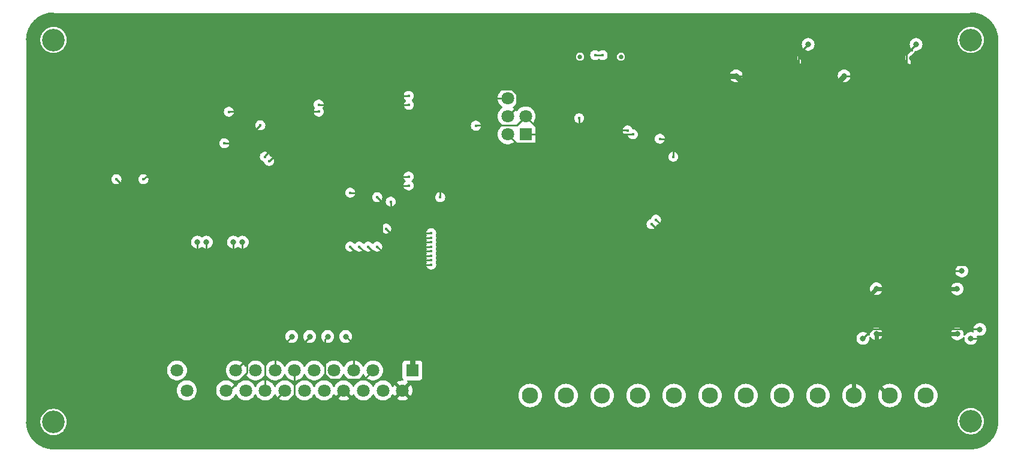
<source format=gbr>
%TF.GenerationSoftware,KiCad,Pcbnew,8.0.6*%
%TF.CreationDate,2024-11-14T14:16:55+01:00*%
%TF.ProjectId,VCU2.0,56435532-2e30-42e6-9b69-6361645f7063,rev?*%
%TF.SameCoordinates,Original*%
%TF.FileFunction,Profile,NP*%
%FSLAX46Y46*%
G04 Gerber Fmt 4.6, Leading zero omitted, Abs format (unit mm)*
G04 Created by KiCad (PCBNEW 8.0.6) date 2024-11-14 14:16:55*
%MOMM*%
%LPD*%
G01*
G04 APERTURE LIST*
%TA.AperFunction,Profile*%
%ADD10C,0.100000*%
%TD*%
%TA.AperFunction,Profile*%
%ADD11C,0.200000*%
%TD*%
%TA.AperFunction,ComponentPad*%
%ADD12C,2.300000*%
%TD*%
%TA.AperFunction,ComponentPad*%
%ADD13C,5.000000*%
%TD*%
%TA.AperFunction,ComponentPad*%
%ADD14C,1.800000*%
%TD*%
%TA.AperFunction,ComponentPad*%
%ADD15R,1.800000X1.800000*%
%TD*%
%TA.AperFunction,ComponentPad*%
%ADD16O,1.000000X1.700000*%
%TD*%
%TA.AperFunction,ViaPad*%
%ADD17C,0.400000*%
%TD*%
%TA.AperFunction,ViaPad*%
%ADD18C,0.800000*%
%TD*%
%TA.AperFunction,Conductor*%
%ADD19C,0.250000*%
%TD*%
%TA.AperFunction,Conductor*%
%ADD20C,0.600000*%
%TD*%
%ADD21C,3.200000*%
%ADD22C,2.300000*%
%ADD23C,5.000000*%
%ADD24C,1.800000*%
%ADD25R,1.800000X1.800000*%
%ADD26C,0.649987*%
%ADD27O,1.000000X1.700000*%
%TA.AperFunction,Conductor*%
%ADD28C,0.800000*%
%TD*%
G04 APERTURE END LIST*
D10*
X29210000Y-106680000D02*
X158750000Y-106680000D01*
X25400000Y-164465000D02*
X25400000Y-110490000D01*
X158750000Y-168275000D02*
X29210000Y-168275000D01*
X162560000Y-110490000D02*
X162560000Y-164465000D01*
D11*
X158750000Y-106680000D02*
G75*
G02*
X162560000Y-110490000I1J-3809999D01*
G01*
X162560000Y-164465000D02*
G75*
G02*
X158750000Y-168275000I-3809999J-1D01*
G01*
X29210000Y-168275000D02*
G75*
G02*
X25400000Y-164465000I-1J3809999D01*
G01*
X25400000Y-110490000D02*
G75*
G02*
X29210000Y-106680000I3810000J0D01*
G01*
D12*
%TO.P,U504,1,1*%
%TO.N,/Connector/PWO0*%
X142239990Y-160731988D03*
%TO.P,U504,2,2*%
%TO.N,/Connector/PWO1*%
X147320000Y-160731988D03*
%TO.P,U504,3,3*%
%TO.N,+12P*%
X152400010Y-160731988D03*
%TD*%
%TO.P,U503,1,1*%
%TO.N,/Connector/LPWO6*%
X126999990Y-160731988D03*
%TO.P,U503,2,2*%
%TO.N,/Connector/LPWO7*%
X132080000Y-160731988D03*
%TO.P,U503,3,3*%
%TO.N,+12P*%
X137160010Y-160731988D03*
%TD*%
%TO.P,U502,1,1*%
%TO.N,/Connector/LPWO3*%
X111759990Y-160731988D03*
%TO.P,U502,2,2*%
%TO.N,/Connector/LPWO4*%
X116840000Y-160731988D03*
%TO.P,U502,3,3*%
%TO.N,/Connector/LPWO5*%
X121920010Y-160731988D03*
%TD*%
%TO.P,U501,1,1*%
%TO.N,/Connector/LPWO0*%
X96519990Y-160731988D03*
%TO.P,U501,2,2*%
%TO.N,/Connector/LPWO1*%
X101600000Y-160731988D03*
%TO.P,U501,3,3*%
%TO.N,/Connector/LPWO2*%
X106680010Y-160731988D03*
%TD*%
D13*
%TO.P,U505,27,27*%
%TO.N,GND*%
X39745136Y-158600137D03*
%TO.P,U505,26,26*%
X86785014Y-158600137D03*
D14*
%TO.P,U505,14,14*%
%TO.N,+3.3V*%
X78500026Y-160020000D03*
%TO.P,U505,15,15*%
%TO.N,/Connector/SDA*%
X75730150Y-160020000D03*
%TO.P,U505,16,16*%
%TO.N,/Connector/SCL*%
X72960021Y-160020000D03*
%TO.P,U505,17,17*%
%TO.N,+5V*%
X70190145Y-160020000D03*
%TO.P,U505,18,18*%
%TO.N,unconnected-(U505-Pad18)*%
X67420016Y-160020000D03*
%TO.P,U505,19,19*%
%TO.N,unconnected-(U505-Pad19)*%
X64650140Y-160020000D03*
%TO.P,U505,20,20*%
%TO.N,/Connector/A1*%
X61880011Y-160020000D03*
%TO.P,U505,21,21*%
%TO.N,/Connector/A3*%
X59110135Y-160020000D03*
%TO.P,U505,22,22*%
%TO.N,/Connector/P2H*%
X56340006Y-160020000D03*
%TO.P,U505,23,23*%
%TO.N,/Connector/P4H*%
X53570130Y-160020000D03*
%TO.P,U505,24,24*%
%TO.N,GND*%
X50800000Y-160020000D03*
%TO.P,U505,25,25*%
%TO.N,/Connector/CAN_H*%
X48030125Y-160020000D03*
D15*
%TO.P,U505,1,1*%
%TO.N,+12V*%
X79885091Y-157180020D03*
D14*
%TO.P,U505,2,2*%
%TO.N,GND*%
X77114961Y-157180020D03*
%TO.P,U505,3,3*%
%TO.N,/Connector/P5H*%
X74345086Y-157180020D03*
%TO.P,U505,4,4*%
%TO.N,/Connector/P6H*%
X71574956Y-157180020D03*
%TO.P,U505,5,5*%
%TO.N,/Connector/P7H*%
X68805080Y-157180020D03*
%TO.P,U505,6,6*%
%TO.N,unconnected-(U505-Pad6)*%
X66035205Y-157180020D03*
%TO.P,U505,7,7*%
%TO.N,/Connector/A0*%
X63265075Y-157180020D03*
%TO.P,U505,8,8*%
%TO.N,/Connector/A2*%
X60494946Y-157180020D03*
%TO.P,U505,9,9*%
%TO.N,/Connector/P1H*%
X57725070Y-157180020D03*
%TO.P,U505,10,10*%
%TO.N,/Connector/P3H*%
X54954941Y-157180020D03*
%TO.P,U505,11,11*%
%TO.N,GND*%
X52185065Y-157180020D03*
%TO.P,U505,12,12*%
X49415190Y-157180020D03*
%TO.P,U505,13,13*%
%TO.N,/Connector/CAN_L*%
X46645060Y-157180020D03*
%TD*%
D16*
%TO.P,U305,15,15*%
%TO.N,GND*%
X102134924Y-109220000D03*
%TO.P,U305,14,14*%
X110774904Y-109220000D03*
%TD*%
D14*
%TO.P,H301,6,6*%
%TO.N,/esp32S3/BOOT*%
X93344997Y-118744995D03*
%TO.P,H301,5,5*%
%TO.N,GND*%
X95885003Y-118744995D03*
%TO.P,H301,4,4*%
%TO.N,/esp32S3/EN*%
X93344997Y-121285000D03*
%TO.P,H301,3,3*%
%TO.N,/esp32S3/RX*%
X95885003Y-121285000D03*
%TO.P,H301,2,2*%
%TO.N,/esp32S3/TX*%
X93344997Y-123825005D03*
D15*
%TO.P,H301,1,1*%
%TO.N,VBUS*%
X95885003Y-123825005D03*
%TD*%
D17*
%TO.N,GND*%
X61595000Y-150495000D03*
X61595000Y-151130000D03*
X61595000Y-152400000D03*
X61595000Y-151765000D03*
X60960000Y-150495000D03*
X60960000Y-151130000D03*
X60960000Y-152400000D03*
X60960000Y-151765000D03*
X60325000Y-150495000D03*
X60325000Y-151130000D03*
X60325000Y-152400000D03*
X60325000Y-151765000D03*
X70485000Y-154305000D03*
X69850000Y-154305000D03*
X68580000Y-154305000D03*
X69215000Y-154305000D03*
X66675000Y-154940000D03*
X66040000Y-154940000D03*
X64770000Y-154940000D03*
X65405000Y-154940000D03*
X66040000Y-154305000D03*
X64770000Y-154305000D03*
X65405000Y-154305000D03*
X66675000Y-154305000D03*
X153035000Y-135255000D03*
X153670000Y-135255000D03*
X157480000Y-135255000D03*
X158115000Y-135255000D03*
X156210000Y-135255000D03*
X154305000Y-135255000D03*
X158750000Y-135255000D03*
X154940000Y-135255000D03*
X155575000Y-135255000D03*
X156845000Y-135255000D03*
X153035000Y-134620000D03*
X153670000Y-134620000D03*
X157480000Y-134620000D03*
X158115000Y-134620000D03*
X156210000Y-134620000D03*
X154305000Y-134620000D03*
X158750000Y-134620000D03*
X154940000Y-134620000D03*
X155575000Y-134620000D03*
X156845000Y-134620000D03*
X153035000Y-135890000D03*
X153670000Y-135890000D03*
X157480000Y-135890000D03*
X158115000Y-135890000D03*
X156210000Y-135890000D03*
X154305000Y-135890000D03*
X158750000Y-135890000D03*
X154940000Y-135890000D03*
X155575000Y-135890000D03*
X156845000Y-135890000D03*
X153035000Y-136525000D03*
X153670000Y-136525000D03*
X157480000Y-136525000D03*
X158115000Y-136525000D03*
X156210000Y-136525000D03*
X154305000Y-136525000D03*
X158750000Y-136525000D03*
X154940000Y-136525000D03*
X155575000Y-136525000D03*
X156845000Y-136525000D03*
X136509329Y-139679032D03*
X137144329Y-139679032D03*
X140954329Y-139679032D03*
X141589329Y-139679032D03*
X139684329Y-139679032D03*
X137779329Y-139679032D03*
X142224329Y-139679032D03*
X138414329Y-139679032D03*
X139049329Y-139679032D03*
X140319329Y-139679032D03*
X136525000Y-140335000D03*
X137160000Y-140335000D03*
X140970000Y-140335000D03*
X141605000Y-140335000D03*
X139700000Y-140335000D03*
X137795000Y-140335000D03*
X142240000Y-140335000D03*
X138430000Y-140335000D03*
X139065000Y-140335000D03*
X140335000Y-140335000D03*
X136525000Y-140970000D03*
X137160000Y-140970000D03*
X140970000Y-140970000D03*
X141605000Y-140970000D03*
X139700000Y-140970000D03*
X137795000Y-140970000D03*
X142240000Y-140970000D03*
X138430000Y-140970000D03*
X139065000Y-140970000D03*
X140335000Y-140970000D03*
X85090000Y-150495000D03*
X85725000Y-150495000D03*
X89535000Y-150495000D03*
X90170000Y-150495000D03*
X88265000Y-150495000D03*
X86360000Y-150495000D03*
X90805000Y-150495000D03*
X86995000Y-150495000D03*
X87630000Y-150495000D03*
X88900000Y-150495000D03*
X85090000Y-151130000D03*
X85725000Y-151130000D03*
X89535000Y-151130000D03*
X90170000Y-151130000D03*
X88265000Y-151130000D03*
X86360000Y-151130000D03*
X90805000Y-151130000D03*
X86995000Y-151130000D03*
X87630000Y-151130000D03*
X88900000Y-151130000D03*
X85090000Y-151765000D03*
X85725000Y-151765000D03*
X89535000Y-151765000D03*
X90170000Y-151765000D03*
X88265000Y-151765000D03*
X86360000Y-151765000D03*
X90805000Y-151765000D03*
X86995000Y-151765000D03*
X87630000Y-151765000D03*
X88900000Y-151765000D03*
X85090000Y-152400000D03*
X85725000Y-152400000D03*
X89535000Y-152400000D03*
X90170000Y-152400000D03*
X88265000Y-152400000D03*
X86360000Y-152400000D03*
X90805000Y-152400000D03*
X86995000Y-152400000D03*
X87630000Y-152400000D03*
X88900000Y-152400000D03*
X53975000Y-165735000D03*
X54610000Y-165735000D03*
X58420000Y-165735000D03*
X59055000Y-165735000D03*
X57150000Y-165735000D03*
X55245000Y-165735000D03*
X59690000Y-165735000D03*
X55880000Y-165735000D03*
X56515000Y-165735000D03*
X57785000Y-165735000D03*
X53975000Y-165100000D03*
X54610000Y-165100000D03*
X58420000Y-165100000D03*
X59055000Y-165100000D03*
X57150000Y-165100000D03*
X55245000Y-165100000D03*
X59690000Y-165100000D03*
X55880000Y-165100000D03*
X56515000Y-165100000D03*
X57785000Y-165100000D03*
X53975000Y-164465000D03*
X54610000Y-164465000D03*
X58420000Y-164465000D03*
X59055000Y-164465000D03*
X57150000Y-164465000D03*
X55245000Y-164465000D03*
X59690000Y-164465000D03*
X55880000Y-164465000D03*
X56515000Y-164465000D03*
X57785000Y-164465000D03*
X43815000Y-107950000D03*
X44450000Y-107950000D03*
X48260000Y-107950000D03*
X48895000Y-107950000D03*
X46990000Y-107950000D03*
X45085000Y-107950000D03*
X49530000Y-107950000D03*
X45720000Y-107950000D03*
X46355000Y-107950000D03*
X47625000Y-107950000D03*
X43815000Y-107315000D03*
X44450000Y-107315000D03*
X48260000Y-107315000D03*
X48895000Y-107315000D03*
X46990000Y-107315000D03*
X45085000Y-107315000D03*
X49530000Y-107315000D03*
X45720000Y-107315000D03*
X46355000Y-107315000D03*
X47625000Y-107315000D03*
X107315000Y-147955000D03*
X106680000Y-147955000D03*
X106045000Y-147955000D03*
X105410000Y-147955000D03*
X104775000Y-147955000D03*
X104140000Y-147955000D03*
X103505000Y-147955000D03*
X102870000Y-147955000D03*
X102235000Y-147955000D03*
X101600000Y-147955000D03*
%TO.N,VBUS*%
X103447717Y-121560503D03*
%TO.N,GND*%
X57785000Y-141605000D03*
X57785000Y-142240000D03*
%TO.N,/esp32S3/EN*%
X66661912Y-119637171D03*
%TO.N,+5V*%
X34925000Y-125095000D03*
X34290000Y-129540000D03*
X38735000Y-142875000D03*
X142875000Y-135890000D03*
X142875000Y-134620000D03*
X142875000Y-133985000D03*
X142875000Y-136525000D03*
X142875000Y-135255000D03*
X142240000Y-135890000D03*
X142240000Y-134620000D03*
X142240000Y-133985000D03*
X142240000Y-136525000D03*
X142240000Y-135255000D03*
X141605000Y-135890000D03*
X141605000Y-134620000D03*
X141605000Y-133985000D03*
X141605000Y-136525000D03*
X141605000Y-135255000D03*
X140970000Y-135890000D03*
X140970000Y-134620000D03*
X140970000Y-133985000D03*
X140970000Y-136525000D03*
X140970000Y-135255000D03*
X140335000Y-135890000D03*
X140335000Y-134620000D03*
X140335000Y-133985000D03*
X140335000Y-136525000D03*
X140335000Y-135255000D03*
X139700000Y-135890000D03*
X139700000Y-134620000D03*
X139700000Y-133985000D03*
X139700000Y-136525000D03*
X139700000Y-135255000D03*
%TO.N,+3.3V*%
X127635000Y-135890000D03*
X127635000Y-134620000D03*
X127635000Y-133985000D03*
X127635000Y-136525000D03*
X127635000Y-135255000D03*
X127000000Y-135890000D03*
X127000000Y-134620000D03*
X127000000Y-133985000D03*
X127000000Y-136525000D03*
X127000000Y-135255000D03*
X126365000Y-135890000D03*
X126365000Y-134620000D03*
X126365000Y-133985000D03*
X126365000Y-136525000D03*
X126365000Y-135255000D03*
X125730000Y-135890000D03*
X125730000Y-134620000D03*
X125730000Y-133985000D03*
X125730000Y-136525000D03*
X125730000Y-135255000D03*
X125095000Y-135890000D03*
X125095000Y-134620000D03*
X125095000Y-133985000D03*
X125095000Y-136525000D03*
X125095000Y-135255000D03*
X124460000Y-135890000D03*
X124460000Y-134620000D03*
X124460000Y-133985000D03*
X124460000Y-136525000D03*
X124460000Y-135255000D03*
X53975000Y-133985000D03*
X55560261Y-127642072D03*
X52070000Y-123190000D03*
X56515000Y-118745000D03*
X56515000Y-118110000D03*
X56515000Y-117475000D03*
X56515000Y-116840000D03*
X85090000Y-112395000D03*
X85090000Y-111760000D03*
X85090000Y-111125000D03*
X85090000Y-110490000D03*
X85090000Y-109855000D03*
X94615000Y-111125000D03*
%TO.N,/esp32S3/BOOT*%
X83820000Y-132715000D03*
%TO.N,/PowerMGMT/PWI1*%
X114300000Y-135890000D03*
%TO.N,/PowerMGMT/PWI0*%
X113665000Y-136525000D03*
%TO.N,/PowerMGMT/LPWI7*%
X82550000Y-137795000D03*
X76835000Y-133350000D03*
%TO.N,/PowerMGMT/LPWI6*%
X76200000Y-137160000D03*
X82550000Y-138430000D03*
X82550000Y-138430000D03*
%TO.N,/PowerMGMT/LPWI4*%
X82550000Y-139700000D03*
%TO.N,/PowerMGMT/LPWI5*%
X82550000Y-139065000D03*
X74930000Y-132715000D03*
%TO.N,/PowerMGMT/LPWI4*%
X71120000Y-132080000D03*
%TO.N,/PowerMGMT/LPWI0*%
X71120000Y-139700000D03*
%TO.N,/PowerMGMT/LPWI1*%
X72390000Y-139700000D03*
%TO.N,/PowerMGMT/LPWI2*%
X73660000Y-139700000D03*
%TO.N,/PowerMGMT/LPWI3*%
X74930000Y-139700000D03*
X82550000Y-140335000D03*
%TO.N,/PowerMGMT/LPWI2*%
X82550000Y-140970000D03*
%TO.N,/PowerMGMT/LPWI1*%
X82550000Y-141605000D03*
%TO.N,/PowerMGMT/LPWI0*%
X82550000Y-142240000D03*
%TO.N,/esp32S3/BOOT*%
X53975000Y-120650000D03*
X66672272Y-120634916D03*
%TO.N,/IO/CAN_CS*%
X38100000Y-130175000D03*
%TO.N,/IO/CAN_IN*%
X41910000Y-130175000D03*
X79356522Y-129793140D03*
%TO.N,/IO/CAN_CS*%
X79356522Y-131068059D03*
%TO.N,/Connector/SCL*%
X79398548Y-119672028D03*
%TO.N,/Connector/SDA*%
X79367150Y-118392578D03*
%TO.N,/Connector/SCL*%
X59653015Y-127598015D03*
%TO.N,/Connector/SDA*%
X59055000Y-127000000D03*
%TO.N,/IO/MISO*%
X58420000Y-122555000D03*
X53340000Y-125095000D03*
D18*
%TO.N,GND*%
X149121869Y-115570000D03*
X148486869Y-113030000D03*
X145311869Y-113030000D03*
%TO.N,+5V*%
X139582712Y-120007241D03*
X139582712Y-112387241D03*
X144676869Y-132080000D03*
X150391869Y-113030000D03*
%TO.N,+12V*%
X140866869Y-115570000D03*
X151026869Y-111125000D03*
%TO.N,GND*%
X133246869Y-113030000D03*
X133881869Y-115570000D03*
X130071869Y-113030000D03*
%TO.N,+12V*%
X135786869Y-111125000D03*
X125626869Y-115570000D03*
%TO.N,+3.3V*%
X135151869Y-113030000D03*
X129436869Y-132080000D03*
X124356869Y-112395000D03*
X124356869Y-120015000D03*
D17*
%TO.N,/esp32S3/RX*%
X88846268Y-122608732D03*
X110289919Y-123290005D03*
%TO.N,/esp32S3/TX*%
X111024924Y-123825000D03*
%TO.N,Net-(U304-B)*%
X116739924Y-127000000D03*
X114834924Y-124460000D03*
%TO.N,Net-(U303-D+)*%
X106756060Y-112641139D03*
X105704850Y-112641139D03*
D18*
%TO.N,/Connector/A2*%
X55880000Y-139065000D03*
%TO.N,/Connector/A3*%
X54610000Y-139065000D03*
%TO.N,/Connector/A1*%
X50800000Y-139065000D03*
%TO.N,/Connector/A0*%
X49530000Y-139065000D03*
%TO.N,/Connector/P6H*%
X70485000Y-152400000D03*
%TO.N,/Connector/P5H*%
X67945000Y-152400000D03*
%TO.N,/Connector/P4H*%
X65405000Y-152400000D03*
%TO.N,/Connector/P3H*%
X62865000Y-152400000D03*
%TO.N,Net-(IC604-DIA_EN)*%
X143510000Y-152667000D03*
X160020000Y-151397000D03*
%TO.N,/PowerMGMT/PWI1*%
X158750000Y-152667000D03*
%TO.N,/PowerMGMT/PWI0*%
X157480000Y-143142000D03*
%TO.N,/Connector/PWO0*%
X156825511Y-145678278D03*
X145414737Y-145646483D03*
%TO.N,/Connector/PWO1*%
X156845000Y-152032000D03*
X145415000Y-152032000D03*
%TD*%
D19*
%TO.N,/esp32S3/RX*%
X97790003Y-123190000D02*
X95885003Y-121285000D01*
X110289919Y-123290005D02*
X110189914Y-123190000D01*
X110189914Y-123190000D02*
X97790003Y-123190000D01*
%TO.N,/esp32S3/EN*%
X66661912Y-119637171D02*
X74672829Y-119637171D01*
X74672829Y-119637171D02*
X76835000Y-117475000D01*
X76835000Y-117475000D02*
X93980000Y-117475000D01*
X94615000Y-120014997D02*
X93344997Y-121285000D01*
X93980000Y-117475000D02*
X94615000Y-118110000D01*
X94615000Y-118110000D02*
X94615000Y-120014997D01*
%TO.N,/esp32S3/BOOT*%
X83820000Y-132715000D02*
X83820000Y-121285000D01*
X83820000Y-121285000D02*
X86360005Y-118744995D01*
X86360005Y-118744995D02*
X93344997Y-118744995D01*
%TO.N,/PowerMGMT/PWI1*%
X114935000Y-136525000D02*
X114300000Y-135890000D01*
X160020000Y-142240000D02*
X120650000Y-142240000D01*
X120650000Y-142240000D02*
X114935000Y-136525000D01*
X161290000Y-143510000D02*
X160020000Y-142240000D01*
X160388000Y-152667000D02*
X161290000Y-151765000D01*
X158750000Y-152667000D02*
X160388000Y-152667000D01*
X161290000Y-151765000D02*
X161290000Y-143510000D01*
%TO.N,/PowerMGMT/PWI0*%
X120282000Y-143142000D02*
X113665000Y-136525000D01*
X157480000Y-143142000D02*
X120282000Y-143142000D01*
%TO.N,/esp32S3/TX*%
X100476316Y-123825000D02*
X99251311Y-125050005D01*
X99251311Y-125050005D02*
X94569997Y-125050005D01*
X94569997Y-125050005D02*
X93344997Y-123825005D01*
%TO.N,+5V*%
X139582712Y-120007241D02*
X139582712Y-112387241D01*
X150391869Y-114935000D02*
X150391869Y-113030000D01*
X144676869Y-132080000D02*
X151026869Y-125730000D01*
X151026869Y-125730000D02*
X151026869Y-115570000D01*
X151026869Y-115570000D02*
X150391869Y-114935000D01*
%TO.N,+12V*%
X149666869Y-112485000D02*
X151026869Y-111125000D01*
X149666869Y-113755000D02*
X149666869Y-112485000D01*
X147851869Y-115570000D02*
X149666869Y-113755000D01*
X140866869Y-115570000D02*
X147851869Y-115570000D01*
X125626869Y-115570000D02*
X132611869Y-115570000D01*
X134426869Y-113755000D02*
X134426869Y-112485000D01*
X132611869Y-115570000D02*
X134426869Y-113755000D01*
X134426869Y-112485000D02*
X135786869Y-111125000D01*
%TO.N,+3.3V*%
X129436869Y-132080000D02*
X135786869Y-125730000D01*
X135786869Y-125730000D02*
X135786869Y-115570000D01*
X135786869Y-115570000D02*
X135151869Y-114935000D01*
X135151869Y-114935000D02*
X135151869Y-113030000D01*
X124356869Y-120015000D02*
X124356869Y-112395000D01*
%TO.N,/esp32S3/RX*%
X88846268Y-122608732D02*
X88900000Y-122555000D01*
X88900000Y-122555000D02*
X94615003Y-122555000D01*
X94615003Y-122555000D02*
X95885003Y-121285000D01*
%TO.N,/esp32S3/TX*%
X111024924Y-123825000D02*
X100476316Y-123825000D01*
%TO.N,Net-(U304-B)*%
X114834924Y-124460000D02*
X115469924Y-124460000D01*
X115469924Y-124460000D02*
X116739924Y-125730000D01*
X116739924Y-125730000D02*
X116739924Y-127000000D01*
%TO.N,Net-(U303-D+)*%
X105704850Y-112641139D02*
X106756060Y-112641139D01*
%TO.N,/Connector/P5H*%
X67580080Y-152764920D02*
X67945000Y-152400000D01*
X67580080Y-157750080D02*
X67580080Y-152764920D01*
X68235020Y-158405020D02*
X67580080Y-157750080D01*
X73120086Y-158405020D02*
X68235020Y-158405020D01*
X74345086Y-157180020D02*
X73120086Y-158405020D01*
%TO.N,/Connector/P6H*%
X71574956Y-153489956D02*
X70485000Y-152400000D01*
X71574956Y-157180020D02*
X71574956Y-153489956D01*
%TO.N,/Connector/P4H*%
X56500070Y-157494930D02*
X56500070Y-156271287D01*
X53570130Y-160020000D02*
X53975000Y-160020000D01*
X57831357Y-154940000D02*
X62865000Y-154940000D01*
X53975000Y-160020000D02*
X56500070Y-157494930D01*
X62865000Y-154940000D02*
X65405000Y-152400000D01*
X56500070Y-156271287D02*
X57831357Y-154940000D01*
X53570130Y-160020000D02*
X53340000Y-160020000D01*
%TO.N,/Connector/P3H*%
X60960000Y-154305000D02*
X62865000Y-152400000D01*
X54954941Y-157180020D02*
X57829961Y-154305000D01*
X57829961Y-154305000D02*
X60960000Y-154305000D01*
%TO.N,Net-(IC604-DIA_EN)*%
X144870000Y-151307000D02*
X143510000Y-152667000D01*
X159930000Y-151307000D02*
X144870000Y-151307000D01*
X160020000Y-151397000D02*
X159930000Y-151307000D01*
D20*
%TO.N,/Connector/PWO1*%
X145415000Y-152032000D02*
X145415000Y-159017000D01*
X145415000Y-159017000D02*
X147129988Y-160731988D01*
X147129988Y-160731988D02*
X147320000Y-160731988D01*
X156845000Y-152032000D02*
X150495000Y-152032000D01*
X150495000Y-152032000D02*
X145415000Y-152032000D01*
%TO.N,/Connector/PWO0*%
X145414737Y-145646483D02*
X142239990Y-148821230D01*
X142239990Y-148821230D02*
X142239990Y-160731988D01*
X156841278Y-145678278D02*
X156845000Y-145682000D01*
X156825511Y-145678278D02*
X156841278Y-145678278D01*
X145450254Y-145682000D02*
X145414737Y-145646483D01*
X156845000Y-145682000D02*
X145450254Y-145682000D01*
%TD*%
%TA.AperFunction,Conductor*%
%TO.N,+5V*%
G36*
X43232914Y-106699685D02*
G01*
X43278669Y-106752489D01*
X43288613Y-106821647D01*
X43267925Y-106874440D01*
X43190183Y-106987068D01*
X43190182Y-106987068D01*
X43129860Y-107146125D01*
X43129859Y-107146130D01*
X43109355Y-107315000D01*
X43129859Y-107483869D01*
X43129861Y-107483877D01*
X43169550Y-107588530D01*
X43174917Y-107658193D01*
X43169550Y-107676470D01*
X43129861Y-107781122D01*
X43129859Y-107781130D01*
X43109355Y-107950000D01*
X43129859Y-108118869D01*
X43129860Y-108118874D01*
X43190182Y-108277931D01*
X43252475Y-108368177D01*
X43286817Y-108417929D01*
X43392505Y-108511560D01*
X43414150Y-108530736D01*
X43528974Y-108591000D01*
X43564775Y-108609790D01*
X43729944Y-108650500D01*
X43900056Y-108650500D01*
X44065225Y-108609790D01*
X44074874Y-108604725D01*
X44143381Y-108591000D01*
X44190125Y-108604725D01*
X44199775Y-108609790D01*
X44364944Y-108650500D01*
X44535056Y-108650500D01*
X44700225Y-108609790D01*
X44709874Y-108604725D01*
X44778381Y-108591000D01*
X44825125Y-108604725D01*
X44834775Y-108609790D01*
X44999944Y-108650500D01*
X45170056Y-108650500D01*
X45335225Y-108609790D01*
X45344874Y-108604725D01*
X45413381Y-108591000D01*
X45460125Y-108604725D01*
X45469775Y-108609790D01*
X45634944Y-108650500D01*
X45805056Y-108650500D01*
X45970225Y-108609790D01*
X45979874Y-108604725D01*
X46048381Y-108591000D01*
X46095125Y-108604725D01*
X46104775Y-108609790D01*
X46269944Y-108650500D01*
X46440056Y-108650500D01*
X46605225Y-108609790D01*
X46614874Y-108604725D01*
X46683381Y-108591000D01*
X46730125Y-108604725D01*
X46739775Y-108609790D01*
X46904944Y-108650500D01*
X47075056Y-108650500D01*
X47240225Y-108609790D01*
X47249874Y-108604725D01*
X47318381Y-108591000D01*
X47365125Y-108604725D01*
X47374775Y-108609790D01*
X47539944Y-108650500D01*
X47710056Y-108650500D01*
X47875225Y-108609790D01*
X47884874Y-108604725D01*
X47953381Y-108591000D01*
X48000125Y-108604725D01*
X48009775Y-108609790D01*
X48174944Y-108650500D01*
X48345056Y-108650500D01*
X48510225Y-108609790D01*
X48519874Y-108604725D01*
X48588381Y-108591000D01*
X48635125Y-108604725D01*
X48644775Y-108609790D01*
X48809944Y-108650500D01*
X48980056Y-108650500D01*
X49145225Y-108609790D01*
X49154874Y-108604725D01*
X49223381Y-108591000D01*
X49270125Y-108604725D01*
X49279775Y-108609790D01*
X49444944Y-108650500D01*
X49615056Y-108650500D01*
X49780225Y-108609790D01*
X49859692Y-108568081D01*
X49930849Y-108530736D01*
X49930850Y-108530734D01*
X49930852Y-108530734D01*
X50058183Y-108417929D01*
X50154818Y-108277930D01*
X50215140Y-108118872D01*
X50235645Y-107950000D01*
X50215140Y-107781128D01*
X50215139Y-107781126D01*
X50215139Y-107781124D01*
X50175449Y-107676471D01*
X50170082Y-107606808D01*
X50175449Y-107588529D01*
X50215139Y-107483875D01*
X50215140Y-107483870D01*
X50215140Y-107483869D01*
X50235645Y-107315000D01*
X50215140Y-107146128D01*
X50154818Y-106987070D01*
X50154817Y-106987068D01*
X50077075Y-106874440D01*
X50055192Y-106808086D01*
X50072657Y-106740434D01*
X50123925Y-106692964D01*
X50179125Y-106680000D01*
X158749219Y-106680000D01*
X158750840Y-106680010D01*
X158943856Y-106682536D01*
X158955172Y-106683203D01*
X159339967Y-106723646D01*
X159352783Y-106725676D01*
X159730419Y-106805945D01*
X159742954Y-106809304D01*
X160110136Y-106928609D01*
X160122253Y-106933260D01*
X160474964Y-107090297D01*
X160486514Y-107096182D01*
X160820872Y-107289223D01*
X160831753Y-107296289D01*
X161144101Y-107523224D01*
X161154187Y-107531392D01*
X161441096Y-107789725D01*
X161450274Y-107798903D01*
X161708607Y-108085812D01*
X161716775Y-108095898D01*
X161943710Y-108408246D01*
X161950779Y-108419132D01*
X162143813Y-108753478D01*
X162149706Y-108765043D01*
X162306739Y-109117746D01*
X162311390Y-109129863D01*
X162430695Y-109497045D01*
X162434054Y-109509582D01*
X162514322Y-109887214D01*
X162516353Y-109900034D01*
X162556795Y-110284815D01*
X162557463Y-110296153D01*
X162559989Y-110489158D01*
X162560000Y-110490781D01*
X162560000Y-164464218D01*
X162559989Y-164465841D01*
X162557463Y-164658846D01*
X162556795Y-164670184D01*
X162516353Y-165054965D01*
X162514322Y-165067785D01*
X162434054Y-165445417D01*
X162430695Y-165457954D01*
X162311390Y-165825136D01*
X162306739Y-165837253D01*
X162149706Y-166189956D01*
X162143813Y-166201521D01*
X161950779Y-166535867D01*
X161943710Y-166546753D01*
X161716775Y-166859101D01*
X161708607Y-166869187D01*
X161450274Y-167156096D01*
X161441096Y-167165274D01*
X161154187Y-167423607D01*
X161144101Y-167431775D01*
X160831753Y-167658710D01*
X160820867Y-167665779D01*
X160486521Y-167858813D01*
X160474956Y-167864706D01*
X160122253Y-168021739D01*
X160110136Y-168026390D01*
X159742954Y-168145695D01*
X159730417Y-168149054D01*
X159352785Y-168229322D01*
X159339965Y-168231353D01*
X158955184Y-168271795D01*
X158943846Y-168272463D01*
X158757914Y-168274896D01*
X158750839Y-168274989D01*
X158749219Y-168275000D01*
X29210781Y-168275000D01*
X29209160Y-168274989D01*
X29201890Y-168274893D01*
X29016153Y-168272463D01*
X29004815Y-168271795D01*
X28620034Y-168231353D01*
X28607214Y-168229322D01*
X28229582Y-168149054D01*
X28217045Y-168145695D01*
X27849863Y-168026390D01*
X27837746Y-168021739D01*
X27485043Y-167864706D01*
X27473478Y-167858813D01*
X27139132Y-167665779D01*
X27128246Y-167658710D01*
X26815898Y-167431775D01*
X26805812Y-167423607D01*
X26518903Y-167165274D01*
X26509725Y-167156096D01*
X26251392Y-166869187D01*
X26243224Y-166859101D01*
X26016289Y-166546753D01*
X26009220Y-166535867D01*
X25816182Y-166201514D01*
X25810297Y-166189964D01*
X25653260Y-165837253D01*
X25648609Y-165825136D01*
X25529304Y-165457954D01*
X25525945Y-165445417D01*
X25452524Y-165100000D01*
X25445676Y-165067783D01*
X25443646Y-165054965D01*
X25433781Y-164961104D01*
X25403203Y-164670172D01*
X25402536Y-164658856D01*
X25400011Y-164465840D01*
X25400000Y-164464218D01*
X25400000Y-164343711D01*
X27359500Y-164343711D01*
X27359500Y-164586288D01*
X27391161Y-164826785D01*
X27453947Y-165061104D01*
X27540007Y-165268870D01*
X27546776Y-165285212D01*
X27668064Y-165495289D01*
X27668066Y-165495292D01*
X27668067Y-165495293D01*
X27815733Y-165687736D01*
X27815739Y-165687743D01*
X27987256Y-165859260D01*
X27987262Y-165859265D01*
X28179711Y-166006936D01*
X28389788Y-166128224D01*
X28613900Y-166221054D01*
X28848211Y-166283838D01*
X29028586Y-166307584D01*
X29088711Y-166315500D01*
X29088712Y-166315500D01*
X29331289Y-166315500D01*
X29379388Y-166309167D01*
X29571789Y-166283838D01*
X29806100Y-166221054D01*
X30030212Y-166128224D01*
X30240289Y-166006936D01*
X30432738Y-165859265D01*
X30604265Y-165687738D01*
X30751936Y-165495289D01*
X30873224Y-165285212D01*
X30966054Y-165061100D01*
X31028838Y-164826789D01*
X31060500Y-164586288D01*
X31060500Y-164465000D01*
X53269355Y-164465000D01*
X53289859Y-164633869D01*
X53289861Y-164633877D01*
X53329550Y-164738530D01*
X53334917Y-164808193D01*
X53329550Y-164826470D01*
X53289861Y-164931122D01*
X53289859Y-164931130D01*
X53269355Y-165100000D01*
X53289859Y-165268869D01*
X53289861Y-165268877D01*
X53329550Y-165373530D01*
X53334917Y-165443193D01*
X53329550Y-165461470D01*
X53289861Y-165566122D01*
X53289859Y-165566130D01*
X53269355Y-165735000D01*
X53289859Y-165903869D01*
X53289860Y-165903874D01*
X53350182Y-166062931D01*
X53395253Y-166128226D01*
X53446817Y-166202929D01*
X53538145Y-166283838D01*
X53574150Y-166315736D01*
X53688974Y-166376000D01*
X53724775Y-166394790D01*
X53889944Y-166435500D01*
X54060056Y-166435500D01*
X54225225Y-166394790D01*
X54234874Y-166389725D01*
X54303381Y-166376000D01*
X54350125Y-166389725D01*
X54359775Y-166394790D01*
X54524944Y-166435500D01*
X54695056Y-166435500D01*
X54860225Y-166394790D01*
X54869874Y-166389725D01*
X54938381Y-166376000D01*
X54985125Y-166389725D01*
X54994775Y-166394790D01*
X55159944Y-166435500D01*
X55330056Y-166435500D01*
X55495225Y-166394790D01*
X55504874Y-166389725D01*
X55573381Y-166376000D01*
X55620125Y-166389725D01*
X55629775Y-166394790D01*
X55794944Y-166435500D01*
X55965056Y-166435500D01*
X56130225Y-166394790D01*
X56139874Y-166389725D01*
X56208381Y-166376000D01*
X56255125Y-166389725D01*
X56264775Y-166394790D01*
X56429944Y-166435500D01*
X56600056Y-166435500D01*
X56765225Y-166394790D01*
X56774874Y-166389725D01*
X56843381Y-166376000D01*
X56890125Y-166389725D01*
X56899775Y-166394790D01*
X57064944Y-166435500D01*
X57235056Y-166435500D01*
X57400225Y-166394790D01*
X57409874Y-166389725D01*
X57478381Y-166376000D01*
X57525125Y-166389725D01*
X57534775Y-166394790D01*
X57699944Y-166435500D01*
X57870056Y-166435500D01*
X58035225Y-166394790D01*
X58044874Y-166389725D01*
X58113381Y-166376000D01*
X58160125Y-166389725D01*
X58169775Y-166394790D01*
X58334944Y-166435500D01*
X58505056Y-166435500D01*
X58670225Y-166394790D01*
X58679874Y-166389725D01*
X58748381Y-166376000D01*
X58795125Y-166389725D01*
X58804775Y-166394790D01*
X58969944Y-166435500D01*
X59140056Y-166435500D01*
X59305225Y-166394790D01*
X59314874Y-166389725D01*
X59383381Y-166376000D01*
X59430125Y-166389725D01*
X59439775Y-166394790D01*
X59604944Y-166435500D01*
X59775056Y-166435500D01*
X59940225Y-166394790D01*
X60019692Y-166353081D01*
X60090849Y-166315736D01*
X60090850Y-166315734D01*
X60090852Y-166315734D01*
X60218183Y-166202929D01*
X60314818Y-166062930D01*
X60375140Y-165903872D01*
X60395645Y-165735000D01*
X60375140Y-165566128D01*
X60375139Y-165566126D01*
X60375139Y-165566124D01*
X60335449Y-165461471D01*
X60330082Y-165391808D01*
X60335449Y-165373529D01*
X60375139Y-165268875D01*
X60375140Y-165268870D01*
X60375140Y-165268869D01*
X60395645Y-165100000D01*
X60375140Y-164931128D01*
X60375139Y-164931126D01*
X60375139Y-164931124D01*
X60335449Y-164826471D01*
X60330082Y-164756808D01*
X60335449Y-164738529D01*
X60375139Y-164633875D01*
X60375140Y-164633870D01*
X60375140Y-164633869D01*
X60395645Y-164465000D01*
X60375140Y-164296128D01*
X60355261Y-164243711D01*
X156899500Y-164243711D01*
X156899500Y-164486288D01*
X156931161Y-164726785D01*
X156993947Y-164961104D01*
X157032826Y-165054965D01*
X157086776Y-165185212D01*
X157208064Y-165395289D01*
X157208066Y-165395292D01*
X157208067Y-165395293D01*
X157355733Y-165587736D01*
X157355739Y-165587743D01*
X157527256Y-165759260D01*
X157527262Y-165759265D01*
X157719711Y-165906936D01*
X157929788Y-166028224D01*
X158153900Y-166121054D01*
X158388211Y-166183838D01*
X158568586Y-166207584D01*
X158628711Y-166215500D01*
X158628712Y-166215500D01*
X158871289Y-166215500D01*
X158919388Y-166209167D01*
X159111789Y-166183838D01*
X159346100Y-166121054D01*
X159570212Y-166028224D01*
X159780289Y-165906936D01*
X159972738Y-165759265D01*
X160144265Y-165587738D01*
X160291936Y-165395289D01*
X160413224Y-165185212D01*
X160506054Y-164961100D01*
X160568838Y-164726789D01*
X160600500Y-164486288D01*
X160600500Y-164243712D01*
X160568838Y-164003211D01*
X160506054Y-163768900D01*
X160504231Y-163764500D01*
X160413226Y-163544794D01*
X160413224Y-163544788D01*
X160291936Y-163334711D01*
X160144265Y-163142262D01*
X160144260Y-163142256D01*
X159972743Y-162970739D01*
X159972736Y-162970733D01*
X159780293Y-162823067D01*
X159780292Y-162823066D01*
X159780289Y-162823064D01*
X159570212Y-162701776D01*
X159570205Y-162701773D01*
X159346104Y-162608947D01*
X159111785Y-162546161D01*
X158871289Y-162514500D01*
X158871288Y-162514500D01*
X158628712Y-162514500D01*
X158628711Y-162514500D01*
X158388214Y-162546161D01*
X158153895Y-162608947D01*
X157929794Y-162701773D01*
X157929785Y-162701777D01*
X157719706Y-162823067D01*
X157527263Y-162970733D01*
X157527256Y-162970739D01*
X157355739Y-163142256D01*
X157355733Y-163142263D01*
X157208067Y-163334706D01*
X157086777Y-163544785D01*
X157086773Y-163544794D01*
X156993947Y-163768895D01*
X156931161Y-164003214D01*
X156899500Y-164243711D01*
X60355261Y-164243711D01*
X60314818Y-164137070D01*
X60218183Y-163997071D01*
X60090852Y-163884266D01*
X60090849Y-163884263D01*
X59940226Y-163805210D01*
X59775056Y-163764500D01*
X59604944Y-163764500D01*
X59439776Y-163805209D01*
X59430125Y-163810275D01*
X59361616Y-163823999D01*
X59314875Y-163810275D01*
X59305223Y-163805209D01*
X59140056Y-163764500D01*
X58969944Y-163764500D01*
X58804776Y-163805209D01*
X58795125Y-163810275D01*
X58726616Y-163823999D01*
X58679875Y-163810275D01*
X58670223Y-163805209D01*
X58505056Y-163764500D01*
X58334944Y-163764500D01*
X58169776Y-163805209D01*
X58160125Y-163810275D01*
X58091616Y-163823999D01*
X58044875Y-163810275D01*
X58035223Y-163805209D01*
X57870056Y-163764500D01*
X57699944Y-163764500D01*
X57534776Y-163805209D01*
X57525125Y-163810275D01*
X57456616Y-163823999D01*
X57409875Y-163810275D01*
X57400223Y-163805209D01*
X57235056Y-163764500D01*
X57064944Y-163764500D01*
X56899776Y-163805209D01*
X56890125Y-163810275D01*
X56821616Y-163823999D01*
X56774875Y-163810275D01*
X56765223Y-163805209D01*
X56600056Y-163764500D01*
X56429944Y-163764500D01*
X56264776Y-163805209D01*
X56255125Y-163810275D01*
X56186616Y-163823999D01*
X56139875Y-163810275D01*
X56130223Y-163805209D01*
X55965056Y-163764500D01*
X55794944Y-163764500D01*
X55629776Y-163805209D01*
X55620125Y-163810275D01*
X55551616Y-163823999D01*
X55504875Y-163810275D01*
X55495223Y-163805209D01*
X55330056Y-163764500D01*
X55159944Y-163764500D01*
X54994776Y-163805209D01*
X54985125Y-163810275D01*
X54916616Y-163823999D01*
X54869875Y-163810275D01*
X54860223Y-163805209D01*
X54695056Y-163764500D01*
X54524944Y-163764500D01*
X54359776Y-163805209D01*
X54350125Y-163810275D01*
X54281616Y-163823999D01*
X54234875Y-163810275D01*
X54225223Y-163805209D01*
X54060056Y-163764500D01*
X53889944Y-163764500D01*
X53724773Y-163805210D01*
X53574150Y-163884263D01*
X53446816Y-163997072D01*
X53350182Y-164137068D01*
X53289860Y-164296125D01*
X53289859Y-164296130D01*
X53269355Y-164465000D01*
X31060500Y-164465000D01*
X31060500Y-164343712D01*
X31028838Y-164103211D01*
X30966054Y-163868900D01*
X30873224Y-163644788D01*
X30751936Y-163434711D01*
X30691018Y-163355321D01*
X30604266Y-163242263D01*
X30604260Y-163242256D01*
X30432743Y-163070739D01*
X30432736Y-163070733D01*
X30240293Y-162923067D01*
X30240292Y-162923066D01*
X30240289Y-162923064D01*
X30030212Y-162801776D01*
X30030205Y-162801773D01*
X29806104Y-162708947D01*
X29571785Y-162646161D01*
X29331289Y-162614500D01*
X29331288Y-162614500D01*
X29088712Y-162614500D01*
X29088711Y-162614500D01*
X28848214Y-162646161D01*
X28613895Y-162708947D01*
X28389794Y-162801773D01*
X28389785Y-162801777D01*
X28179706Y-162923067D01*
X27987263Y-163070733D01*
X27987256Y-163070739D01*
X27815739Y-163242256D01*
X27815733Y-163242263D01*
X27668067Y-163434706D01*
X27546777Y-163644785D01*
X27546773Y-163644794D01*
X27453947Y-163868895D01*
X27391161Y-164103214D01*
X27359500Y-164343711D01*
X25400000Y-164343711D01*
X25400000Y-158600133D01*
X36739551Y-158600133D01*
X36739551Y-158600140D01*
X36759874Y-158949064D01*
X36759875Y-158949075D01*
X36820564Y-159293264D01*
X36820566Y-159293271D01*
X36920810Y-159628109D01*
X37059243Y-159949032D01*
X37059249Y-159949045D01*
X37234006Y-160251734D01*
X37442720Y-160532086D01*
X37442725Y-160532092D01*
X37566599Y-160663390D01*
X37682578Y-160786320D01*
X37859039Y-160934388D01*
X37950322Y-161010984D01*
X37950330Y-161010990D01*
X38242339Y-161203048D01*
X38242343Y-161203050D01*
X38554685Y-161359914D01*
X38883125Y-161479456D01*
X39223222Y-161560060D01*
X39570377Y-161600637D01*
X39570384Y-161600637D01*
X39919888Y-161600637D01*
X39919895Y-161600637D01*
X40267050Y-161560060D01*
X40607147Y-161479456D01*
X40935587Y-161359914D01*
X41247929Y-161203050D01*
X41539947Y-161010986D01*
X41807694Y-160786320D01*
X42047548Y-160532090D01*
X42256266Y-160251733D01*
X42431025Y-159949041D01*
X42569462Y-159628108D01*
X42669705Y-159293273D01*
X42676131Y-159256834D01*
X42730396Y-158949075D01*
X42730395Y-158949075D01*
X42730398Y-158949064D01*
X42750721Y-158600137D01*
X42749578Y-158580520D01*
X42744111Y-158486653D01*
X42730398Y-158251210D01*
X42729172Y-158244256D01*
X42669707Y-157907009D01*
X42669705Y-157907002D01*
X42669705Y-157907001D01*
X42569462Y-157572166D01*
X42431025Y-157251233D01*
X42389906Y-157180013D01*
X45239760Y-157180013D01*
X45239760Y-157180026D01*
X45258924Y-157411317D01*
X45258926Y-157411328D01*
X45315902Y-157636320D01*
X45409135Y-157848868D01*
X45536076Y-158043167D01*
X45536079Y-158043171D01*
X45536081Y-158043173D01*
X45693276Y-158213933D01*
X45693279Y-158213935D01*
X45693282Y-158213938D01*
X45876425Y-158356484D01*
X45876431Y-158356488D01*
X45876434Y-158356490D01*
X46080557Y-158466956D01*
X46194547Y-158506088D01*
X46300075Y-158542317D01*
X46300077Y-158542317D01*
X46300079Y-158542318D01*
X46529011Y-158580520D01*
X46529012Y-158580520D01*
X46761108Y-158580520D01*
X46761109Y-158580520D01*
X46990041Y-158542318D01*
X47209563Y-158466956D01*
X47413686Y-158356490D01*
X47596844Y-158213933D01*
X47754039Y-158043173D01*
X47880984Y-157848869D01*
X47916442Y-157768033D01*
X47916569Y-157767744D01*
X47961525Y-157714258D01*
X48028261Y-157693568D01*
X48095589Y-157712243D01*
X48142132Y-157764353D01*
X48143681Y-157767744D01*
X48179265Y-157848868D01*
X48306206Y-158043167D01*
X48306209Y-158043171D01*
X48306211Y-158043173D01*
X48463406Y-158213933D01*
X48463409Y-158213935D01*
X48463412Y-158213938D01*
X48646555Y-158356484D01*
X48646561Y-158356488D01*
X48646564Y-158356490D01*
X48850687Y-158466956D01*
X48964677Y-158506088D01*
X49070205Y-158542317D01*
X49070207Y-158542317D01*
X49070209Y-158542318D01*
X49299141Y-158580520D01*
X49299142Y-158580520D01*
X49531238Y-158580520D01*
X49531239Y-158580520D01*
X49760171Y-158542318D01*
X49979693Y-158466956D01*
X50183816Y-158356490D01*
X50366974Y-158213933D01*
X50524169Y-158043173D01*
X50651114Y-157848869D01*
X50686571Y-157768034D01*
X50731526Y-157714549D01*
X50798262Y-157693858D01*
X50865590Y-157712532D01*
X50912134Y-157764642D01*
X50913683Y-157768034D01*
X50949140Y-157848868D01*
X51076081Y-158043167D01*
X51076084Y-158043171D01*
X51076086Y-158043173D01*
X51233281Y-158213933D01*
X51233284Y-158213935D01*
X51233287Y-158213938D01*
X51416430Y-158356484D01*
X51416436Y-158356488D01*
X51416439Y-158356490D01*
X51620562Y-158466956D01*
X51734552Y-158506088D01*
X51840080Y-158542317D01*
X51840082Y-158542317D01*
X51840084Y-158542318D01*
X52069016Y-158580520D01*
X52069017Y-158580520D01*
X52301113Y-158580520D01*
X52301114Y-158580520D01*
X52530046Y-158542318D01*
X52749568Y-158466956D01*
X52953691Y-158356490D01*
X53136849Y-158213933D01*
X53294044Y-158043173D01*
X53420989Y-157848869D01*
X53456447Y-157768032D01*
X53501403Y-157714547D01*
X53568139Y-157693857D01*
X53635467Y-157712532D01*
X53682010Y-157764642D01*
X53683559Y-157768033D01*
X53719016Y-157848868D01*
X53845957Y-158043167D01*
X53845960Y-158043171D01*
X53845962Y-158043173D01*
X54003157Y-158213933D01*
X54003160Y-158213935D01*
X54003163Y-158213938D01*
X54186306Y-158356484D01*
X54186312Y-158356488D01*
X54186315Y-158356490D01*
X54390438Y-158466956D01*
X54390902Y-158467115D01*
X54391065Y-158467231D01*
X54395133Y-158469015D01*
X54394766Y-158469851D01*
X54447920Y-158507497D01*
X54474055Y-158572295D01*
X54461008Y-158640936D01*
X54438328Y-158672080D01*
X54357499Y-158752909D01*
X54296176Y-158786394D01*
X54226484Y-158781410D01*
X54210801Y-158774283D01*
X54134639Y-158733067D01*
X54134636Y-158733066D01*
X54134633Y-158733064D01*
X54134627Y-158733062D01*
X54134625Y-158733061D01*
X53915114Y-158657702D01*
X53743412Y-158629050D01*
X53686179Y-158619500D01*
X53454081Y-158619500D01*
X53408294Y-158627140D01*
X53225145Y-158657702D01*
X53005634Y-158733061D01*
X53005625Y-158733064D01*
X52801501Y-158843531D01*
X52801495Y-158843535D01*
X52618352Y-158986081D01*
X52618349Y-158986084D01*
X52461146Y-159156852D01*
X52334206Y-159351149D01*
X52298621Y-159432276D01*
X52253664Y-159485761D01*
X52186928Y-159506451D01*
X52119601Y-159487776D01*
X52073057Y-159435666D01*
X52071509Y-159432276D01*
X52035923Y-159351149D01*
X51908983Y-159156852D01*
X51908980Y-159156849D01*
X51908979Y-159156847D01*
X51751784Y-158986087D01*
X51751779Y-158986083D01*
X51751777Y-158986081D01*
X51568634Y-158843535D01*
X51568628Y-158843531D01*
X51364504Y-158733064D01*
X51364495Y-158733061D01*
X51144984Y-158657702D01*
X50973282Y-158629050D01*
X50916049Y-158619500D01*
X50683951Y-158619500D01*
X50638164Y-158627140D01*
X50455015Y-158657702D01*
X50235504Y-158733061D01*
X50235495Y-158733064D01*
X50031371Y-158843531D01*
X50031365Y-158843535D01*
X49848222Y-158986081D01*
X49848219Y-158986084D01*
X49691016Y-159156852D01*
X49564076Y-159351149D01*
X49528618Y-159431986D01*
X49483661Y-159485471D01*
X49416925Y-159506161D01*
X49349597Y-159487486D01*
X49303054Y-159435375D01*
X49301511Y-159431997D01*
X49266049Y-159351151D01*
X49247700Y-159323065D01*
X49139108Y-159156852D01*
X49139105Y-159156849D01*
X49139104Y-159156847D01*
X48981909Y-158986087D01*
X48981904Y-158986083D01*
X48981902Y-158986081D01*
X48798759Y-158843535D01*
X48798753Y-158843531D01*
X48594629Y-158733064D01*
X48594620Y-158733061D01*
X48375109Y-158657702D01*
X48203407Y-158629050D01*
X48146174Y-158619500D01*
X47914076Y-158619500D01*
X47868289Y-158627140D01*
X47685140Y-158657702D01*
X47465629Y-158733061D01*
X47465620Y-158733064D01*
X47261496Y-158843531D01*
X47261490Y-158843535D01*
X47078347Y-158986081D01*
X47078344Y-158986084D01*
X46921141Y-159156852D01*
X46794200Y-159351151D01*
X46700967Y-159563699D01*
X46643991Y-159788691D01*
X46643989Y-159788702D01*
X46624825Y-160019993D01*
X46624825Y-160020006D01*
X46643989Y-160251297D01*
X46643991Y-160251308D01*
X46700967Y-160476300D01*
X46794200Y-160688848D01*
X46921141Y-160883147D01*
X46921144Y-160883151D01*
X46921146Y-160883153D01*
X47078341Y-161053913D01*
X47078344Y-161053915D01*
X47078347Y-161053918D01*
X47261490Y-161196464D01*
X47261496Y-161196468D01*
X47261499Y-161196470D01*
X47273658Y-161203050D01*
X47464777Y-161306479D01*
X47465622Y-161306936D01*
X47579612Y-161346068D01*
X47685140Y-161382297D01*
X47685142Y-161382297D01*
X47685144Y-161382298D01*
X47914076Y-161420500D01*
X47914077Y-161420500D01*
X48146173Y-161420500D01*
X48146174Y-161420500D01*
X48375106Y-161382298D01*
X48594628Y-161306936D01*
X48798751Y-161196470D01*
X48799295Y-161196047D01*
X48860254Y-161148600D01*
X48981909Y-161053913D01*
X49139104Y-160883153D01*
X49266049Y-160688849D01*
X49301506Y-160608014D01*
X49346461Y-160554529D01*
X49413197Y-160533838D01*
X49480525Y-160552512D01*
X49527069Y-160604622D01*
X49528618Y-160608014D01*
X49564075Y-160688848D01*
X49691016Y-160883147D01*
X49691019Y-160883151D01*
X49691021Y-160883153D01*
X49848216Y-161053913D01*
X49848219Y-161053915D01*
X49848222Y-161053918D01*
X50031365Y-161196464D01*
X50031371Y-161196468D01*
X50031374Y-161196470D01*
X50043533Y-161203050D01*
X50234652Y-161306479D01*
X50235497Y-161306936D01*
X50349487Y-161346068D01*
X50455015Y-161382297D01*
X50455017Y-161382297D01*
X50455019Y-161382298D01*
X50683951Y-161420500D01*
X50683952Y-161420500D01*
X50916048Y-161420500D01*
X50916049Y-161420500D01*
X51144981Y-161382298D01*
X51364503Y-161306936D01*
X51568626Y-161196470D01*
X51569170Y-161196047D01*
X51630129Y-161148600D01*
X51751784Y-161053913D01*
X51908979Y-160883153D01*
X52035924Y-160688849D01*
X52071382Y-160608013D01*
X52071509Y-160607724D01*
X52116465Y-160554238D01*
X52183201Y-160533548D01*
X52250529Y-160552223D01*
X52297072Y-160604333D01*
X52298621Y-160607724D01*
X52334205Y-160688848D01*
X52461146Y-160883147D01*
X52461149Y-160883151D01*
X52461151Y-160883153D01*
X52618346Y-161053913D01*
X52618349Y-161053915D01*
X52618352Y-161053918D01*
X52801495Y-161196464D01*
X52801501Y-161196468D01*
X52801504Y-161196470D01*
X52813663Y-161203050D01*
X53004782Y-161306479D01*
X53005627Y-161306936D01*
X53119617Y-161346068D01*
X53225145Y-161382297D01*
X53225147Y-161382297D01*
X53225149Y-161382298D01*
X53454081Y-161420500D01*
X53454082Y-161420500D01*
X53686178Y-161420500D01*
X53686179Y-161420500D01*
X53915111Y-161382298D01*
X54134633Y-161306936D01*
X54338756Y-161196470D01*
X54339300Y-161196047D01*
X54400259Y-161148600D01*
X54521914Y-161053913D01*
X54679109Y-160883153D01*
X54806054Y-160688849D01*
X54841512Y-160608012D01*
X54886468Y-160554527D01*
X54953204Y-160533837D01*
X55020532Y-160552512D01*
X55067075Y-160604622D01*
X55068624Y-160608013D01*
X55104081Y-160688848D01*
X55231022Y-160883147D01*
X55231025Y-160883151D01*
X55231027Y-160883153D01*
X55388222Y-161053913D01*
X55388225Y-161053915D01*
X55388228Y-161053918D01*
X55571371Y-161196464D01*
X55571377Y-161196468D01*
X55571380Y-161196470D01*
X55583539Y-161203050D01*
X55774658Y-161306479D01*
X55775503Y-161306936D01*
X55889493Y-161346068D01*
X55995021Y-161382297D01*
X55995023Y-161382297D01*
X55995025Y-161382298D01*
X56223957Y-161420500D01*
X56223958Y-161420500D01*
X56456054Y-161420500D01*
X56456055Y-161420500D01*
X56684987Y-161382298D01*
X56904509Y-161306936D01*
X57108632Y-161196470D01*
X57109176Y-161196047D01*
X57170135Y-161148600D01*
X57291790Y-161053913D01*
X57448985Y-160883153D01*
X57575930Y-160688849D01*
X57611514Y-160607723D01*
X57656470Y-160554239D01*
X57723205Y-160533549D01*
X57790533Y-160552223D01*
X57837077Y-160604333D01*
X57838626Y-160607724D01*
X57874211Y-160688850D01*
X58001151Y-160883147D01*
X58001154Y-160883151D01*
X58001156Y-160883153D01*
X58158351Y-161053913D01*
X58158354Y-161053915D01*
X58158357Y-161053918D01*
X58341500Y-161196464D01*
X58341506Y-161196468D01*
X58341509Y-161196470D01*
X58353668Y-161203050D01*
X58544787Y-161306479D01*
X58545632Y-161306936D01*
X58659622Y-161346068D01*
X58765150Y-161382297D01*
X58765152Y-161382297D01*
X58765154Y-161382298D01*
X58994086Y-161420500D01*
X58994087Y-161420500D01*
X59226183Y-161420500D01*
X59226184Y-161420500D01*
X59455116Y-161382298D01*
X59674638Y-161306936D01*
X59878761Y-161196470D01*
X59879305Y-161196047D01*
X59940264Y-161148600D01*
X60061919Y-161053913D01*
X60219114Y-160883153D01*
X60346059Y-160688849D01*
X60381517Y-160608012D01*
X60426473Y-160554527D01*
X60493209Y-160533837D01*
X60560537Y-160552512D01*
X60607080Y-160604622D01*
X60608629Y-160608013D01*
X60644086Y-160688848D01*
X60771027Y-160883147D01*
X60771030Y-160883151D01*
X60771032Y-160883153D01*
X60928227Y-161053913D01*
X60928230Y-161053915D01*
X60928233Y-161053918D01*
X61111376Y-161196464D01*
X61111382Y-161196468D01*
X61111385Y-161196470D01*
X61123544Y-161203050D01*
X61314663Y-161306479D01*
X61315508Y-161306936D01*
X61429498Y-161346068D01*
X61535026Y-161382297D01*
X61535028Y-161382297D01*
X61535030Y-161382298D01*
X61763962Y-161420500D01*
X61763963Y-161420500D01*
X61996059Y-161420500D01*
X61996060Y-161420500D01*
X62224992Y-161382298D01*
X62444514Y-161306936D01*
X62648637Y-161196470D01*
X62649181Y-161196047D01*
X62710140Y-161148600D01*
X62831795Y-161053913D01*
X62988990Y-160883153D01*
X63115935Y-160688849D01*
X63151519Y-160607723D01*
X63196475Y-160554239D01*
X63263210Y-160533549D01*
X63330538Y-160552223D01*
X63377082Y-160604333D01*
X63378631Y-160607724D01*
X63414216Y-160688850D01*
X63541156Y-160883147D01*
X63541159Y-160883151D01*
X63541161Y-160883153D01*
X63698356Y-161053913D01*
X63698359Y-161053915D01*
X63698362Y-161053918D01*
X63881505Y-161196464D01*
X63881511Y-161196468D01*
X63881514Y-161196470D01*
X63893673Y-161203050D01*
X64084792Y-161306479D01*
X64085637Y-161306936D01*
X64199627Y-161346068D01*
X64305155Y-161382297D01*
X64305157Y-161382297D01*
X64305159Y-161382298D01*
X64534091Y-161420500D01*
X64534092Y-161420500D01*
X64766188Y-161420500D01*
X64766189Y-161420500D01*
X64995121Y-161382298D01*
X65214643Y-161306936D01*
X65418766Y-161196470D01*
X65419310Y-161196047D01*
X65480269Y-161148600D01*
X65601924Y-161053913D01*
X65759119Y-160883153D01*
X65886064Y-160688849D01*
X65921522Y-160608012D01*
X65966478Y-160554527D01*
X66033214Y-160533837D01*
X66100542Y-160552512D01*
X66147085Y-160604622D01*
X66148634Y-160608013D01*
X66184091Y-160688848D01*
X66311032Y-160883147D01*
X66311035Y-160883151D01*
X66311037Y-160883153D01*
X66468232Y-161053913D01*
X66468235Y-161053915D01*
X66468238Y-161053918D01*
X66651381Y-161196464D01*
X66651387Y-161196468D01*
X66651390Y-161196470D01*
X66663549Y-161203050D01*
X66854668Y-161306479D01*
X66855513Y-161306936D01*
X66969503Y-161346068D01*
X67075031Y-161382297D01*
X67075033Y-161382297D01*
X67075035Y-161382298D01*
X67303967Y-161420500D01*
X67303968Y-161420500D01*
X67536064Y-161420500D01*
X67536065Y-161420500D01*
X67764997Y-161382298D01*
X67984519Y-161306936D01*
X68188642Y-161196470D01*
X68189186Y-161196047D01*
X68250145Y-161148600D01*
X68371800Y-161053913D01*
X68528995Y-160883153D01*
X68655940Y-160688849D01*
X68691797Y-160607102D01*
X68736752Y-160553617D01*
X68803488Y-160532926D01*
X68870816Y-160551600D01*
X68917360Y-160603710D01*
X68918909Y-160607102D01*
X68954660Y-160688606D01*
X69038957Y-160817632D01*
X69666346Y-160190243D01*
X69677615Y-160232297D01*
X69750025Y-160357716D01*
X69852429Y-160460120D01*
X69977848Y-160532530D01*
X70019899Y-160543797D01*
X69391346Y-161172351D01*
X69421794Y-161196050D01*
X69625842Y-161306476D01*
X69625851Y-161306479D01*
X69845284Y-161381811D01*
X70074138Y-161420000D01*
X70306152Y-161420000D01*
X70535005Y-161381811D01*
X70754438Y-161306479D01*
X70754446Y-161306476D01*
X70958500Y-161196047D01*
X70988942Y-161172351D01*
X70988943Y-161172350D01*
X70360390Y-160543797D01*
X70402442Y-160532530D01*
X70527861Y-160460120D01*
X70630265Y-160357716D01*
X70702675Y-160232297D01*
X70713942Y-160190244D01*
X71341331Y-160817633D01*
X71425625Y-160688614D01*
X71461252Y-160607392D01*
X71506208Y-160553906D01*
X71572944Y-160533215D01*
X71640272Y-160551889D01*
X71686816Y-160603999D01*
X71688364Y-160607390D01*
X71724094Y-160688845D01*
X71851037Y-160883147D01*
X71851040Y-160883151D01*
X71851042Y-160883153D01*
X72008237Y-161053913D01*
X72008240Y-161053915D01*
X72008243Y-161053918D01*
X72191386Y-161196464D01*
X72191392Y-161196468D01*
X72191395Y-161196470D01*
X72203554Y-161203050D01*
X72394673Y-161306479D01*
X72395518Y-161306936D01*
X72509508Y-161346068D01*
X72615036Y-161382297D01*
X72615038Y-161382297D01*
X72615040Y-161382298D01*
X72843972Y-161420500D01*
X72843973Y-161420500D01*
X73076069Y-161420500D01*
X73076070Y-161420500D01*
X73305002Y-161382298D01*
X73524524Y-161306936D01*
X73728647Y-161196470D01*
X73729191Y-161196047D01*
X73790150Y-161148600D01*
X73911805Y-161053913D01*
X74069000Y-160883153D01*
X74195945Y-160688849D01*
X74231529Y-160607723D01*
X74276485Y-160554239D01*
X74343220Y-160533549D01*
X74410548Y-160552223D01*
X74457092Y-160604333D01*
X74458641Y-160607724D01*
X74494226Y-160688850D01*
X74621166Y-160883147D01*
X74621169Y-160883151D01*
X74621171Y-160883153D01*
X74778366Y-161053913D01*
X74778369Y-161053915D01*
X74778372Y-161053918D01*
X74961515Y-161196464D01*
X74961521Y-161196468D01*
X74961524Y-161196470D01*
X74973683Y-161203050D01*
X75164802Y-161306479D01*
X75165647Y-161306936D01*
X75279637Y-161346068D01*
X75385165Y-161382297D01*
X75385167Y-161382297D01*
X75385169Y-161382298D01*
X75614101Y-161420500D01*
X75614102Y-161420500D01*
X75846198Y-161420500D01*
X75846199Y-161420500D01*
X76075131Y-161382298D01*
X76294653Y-161306936D01*
X76498776Y-161196470D01*
X76499320Y-161196047D01*
X76560279Y-161148600D01*
X76681934Y-161053913D01*
X76839129Y-160883153D01*
X76966074Y-160688849D01*
X77001532Y-160608012D01*
X77046488Y-160554527D01*
X77113224Y-160533837D01*
X77180552Y-160552512D01*
X77227095Y-160604622D01*
X77228644Y-160608013D01*
X77264101Y-160688848D01*
X77391042Y-160883147D01*
X77391045Y-160883151D01*
X77391047Y-160883153D01*
X77548242Y-161053913D01*
X77548245Y-161053915D01*
X77548248Y-161053918D01*
X77731391Y-161196464D01*
X77731397Y-161196468D01*
X77731400Y-161196470D01*
X77743559Y-161203050D01*
X77934678Y-161306479D01*
X77935523Y-161306936D01*
X78049513Y-161346068D01*
X78155041Y-161382297D01*
X78155043Y-161382297D01*
X78155045Y-161382298D01*
X78383977Y-161420500D01*
X78383978Y-161420500D01*
X78616074Y-161420500D01*
X78616075Y-161420500D01*
X78845007Y-161382298D01*
X79064529Y-161306936D01*
X79268652Y-161196470D01*
X79269196Y-161196047D01*
X79330155Y-161148600D01*
X79451810Y-161053913D01*
X79609005Y-160883153D01*
X79735950Y-160688849D01*
X79829183Y-160476300D01*
X79886160Y-160251305D01*
X79905326Y-160020000D01*
X79905326Y-160019993D01*
X79886161Y-159788702D01*
X79886159Y-159788691D01*
X79829183Y-159563699D01*
X79735950Y-159351151D01*
X79609009Y-159156852D01*
X79609006Y-159156849D01*
X79609005Y-159156847D01*
X79451810Y-158986087D01*
X79451805Y-158986083D01*
X79451803Y-158986081D01*
X79268660Y-158843535D01*
X79268649Y-158843528D01*
X79213298Y-158813573D01*
X79163708Y-158764353D01*
X79148601Y-158696137D01*
X79172772Y-158630581D01*
X79213129Y-158600133D01*
X83779429Y-158600133D01*
X83779429Y-158600140D01*
X83799752Y-158949064D01*
X83799753Y-158949075D01*
X83860442Y-159293264D01*
X83860444Y-159293271D01*
X83960688Y-159628109D01*
X84099121Y-159949032D01*
X84099127Y-159949045D01*
X84273884Y-160251734D01*
X84482598Y-160532086D01*
X84482603Y-160532092D01*
X84606477Y-160663390D01*
X84722456Y-160786320D01*
X84898917Y-160934388D01*
X84990200Y-161010984D01*
X84990208Y-161010990D01*
X85282217Y-161203048D01*
X85282221Y-161203050D01*
X85594563Y-161359914D01*
X85923003Y-161479456D01*
X86263100Y-161560060D01*
X86610255Y-161600637D01*
X86610262Y-161600637D01*
X86959766Y-161600637D01*
X86959773Y-161600637D01*
X87306928Y-161560060D01*
X87647025Y-161479456D01*
X87975465Y-161359914D01*
X88287807Y-161203050D01*
X88579825Y-161010986D01*
X88847572Y-160786320D01*
X88898832Y-160731988D01*
X94864386Y-160731988D01*
X94884768Y-160990978D01*
X94945417Y-161243598D01*
X95044833Y-161483611D01*
X95044835Y-161483615D01*
X95044836Y-161483616D01*
X95180578Y-161705128D01*
X95349301Y-161902677D01*
X95546850Y-162071400D01*
X95768362Y-162207142D01*
X95768364Y-162207142D01*
X95768366Y-162207144D01*
X95829683Y-162232542D01*
X96008380Y-162306561D01*
X96260996Y-162367209D01*
X96519990Y-162387592D01*
X96778984Y-162367209D01*
X97031600Y-162306561D01*
X97271618Y-162207142D01*
X97493130Y-162071400D01*
X97690679Y-161902677D01*
X97859402Y-161705128D01*
X97995144Y-161483616D01*
X98094563Y-161243598D01*
X98155211Y-160990982D01*
X98175594Y-160731988D01*
X99944396Y-160731988D01*
X99964778Y-160990978D01*
X100025427Y-161243598D01*
X100124843Y-161483611D01*
X100124845Y-161483615D01*
X100124846Y-161483616D01*
X100260588Y-161705128D01*
X100429311Y-161902677D01*
X100626860Y-162071400D01*
X100848372Y-162207142D01*
X100848374Y-162207142D01*
X100848376Y-162207144D01*
X100909693Y-162232542D01*
X101088390Y-162306561D01*
X101341006Y-162367209D01*
X101600000Y-162387592D01*
X101858994Y-162367209D01*
X102111610Y-162306561D01*
X102351628Y-162207142D01*
X102573140Y-162071400D01*
X102770689Y-161902677D01*
X102939412Y-161705128D01*
X103075154Y-161483616D01*
X103174573Y-161243598D01*
X103235221Y-160990982D01*
X103255604Y-160731988D01*
X105024406Y-160731988D01*
X105044788Y-160990978D01*
X105105437Y-161243598D01*
X105204853Y-161483611D01*
X105204855Y-161483615D01*
X105204856Y-161483616D01*
X105340598Y-161705128D01*
X105509321Y-161902677D01*
X105706870Y-162071400D01*
X105928382Y-162207142D01*
X105928384Y-162207142D01*
X105928386Y-162207144D01*
X105989703Y-162232542D01*
X106168400Y-162306561D01*
X106421016Y-162367209D01*
X106680010Y-162387592D01*
X106939004Y-162367209D01*
X107191620Y-162306561D01*
X107431638Y-162207142D01*
X107653150Y-162071400D01*
X107850699Y-161902677D01*
X108019422Y-161705128D01*
X108155164Y-161483616D01*
X108254583Y-161243598D01*
X108315231Y-160990982D01*
X108335614Y-160731988D01*
X110104386Y-160731988D01*
X110124768Y-160990978D01*
X110185417Y-161243598D01*
X110284833Y-161483611D01*
X110284835Y-161483615D01*
X110284836Y-161483616D01*
X110420578Y-161705128D01*
X110589301Y-161902677D01*
X110786850Y-162071400D01*
X111008362Y-162207142D01*
X111008364Y-162207142D01*
X111008366Y-162207144D01*
X111069683Y-162232542D01*
X111248380Y-162306561D01*
X111500996Y-162367209D01*
X111759990Y-162387592D01*
X112018984Y-162367209D01*
X112271600Y-162306561D01*
X112511618Y-162207142D01*
X112733130Y-162071400D01*
X112930679Y-161902677D01*
X113099402Y-161705128D01*
X113235144Y-161483616D01*
X113334563Y-161243598D01*
X113395211Y-160990982D01*
X113415594Y-160731988D01*
X115184396Y-160731988D01*
X115204778Y-160990978D01*
X115265427Y-161243598D01*
X115364843Y-161483611D01*
X115364845Y-161483615D01*
X115364846Y-161483616D01*
X115500588Y-161705128D01*
X115669311Y-161902677D01*
X115866860Y-162071400D01*
X116088372Y-162207142D01*
X116088374Y-162207142D01*
X116088376Y-162207144D01*
X116149693Y-162232542D01*
X116328390Y-162306561D01*
X116581006Y-162367209D01*
X116840000Y-162387592D01*
X117098994Y-162367209D01*
X117351610Y-162306561D01*
X117591628Y-162207142D01*
X117813140Y-162071400D01*
X118010689Y-161902677D01*
X118179412Y-161705128D01*
X118315154Y-161483616D01*
X118414573Y-161243598D01*
X118475221Y-160990982D01*
X118495604Y-160731988D01*
X120264406Y-160731988D01*
X120284788Y-160990978D01*
X120345437Y-161243598D01*
X120444853Y-161483611D01*
X120444855Y-161483615D01*
X120444856Y-161483616D01*
X120580598Y-161705128D01*
X120749321Y-161902677D01*
X120946870Y-162071400D01*
X121168382Y-162207142D01*
X121168384Y-162207142D01*
X121168386Y-162207144D01*
X121229703Y-162232542D01*
X121408400Y-162306561D01*
X121661016Y-162367209D01*
X121920010Y-162387592D01*
X122179004Y-162367209D01*
X122431620Y-162306561D01*
X122671638Y-162207142D01*
X122893150Y-162071400D01*
X123090699Y-161902677D01*
X123259422Y-161705128D01*
X123395164Y-161483616D01*
X123494583Y-161243598D01*
X123555231Y-160990982D01*
X123575614Y-160731988D01*
X125344386Y-160731988D01*
X125364768Y-160990978D01*
X125425417Y-161243598D01*
X125524833Y-161483611D01*
X125524835Y-161483615D01*
X125524836Y-161483616D01*
X125660578Y-161705128D01*
X125829301Y-161902677D01*
X126026850Y-162071400D01*
X126248362Y-162207142D01*
X126248364Y-162207142D01*
X126248366Y-162207144D01*
X126309683Y-162232542D01*
X126488380Y-162306561D01*
X126740996Y-162367209D01*
X126999990Y-162387592D01*
X127258984Y-162367209D01*
X127511600Y-162306561D01*
X127751618Y-162207142D01*
X127973130Y-162071400D01*
X128170679Y-161902677D01*
X128339402Y-161705128D01*
X128475144Y-161483616D01*
X128574563Y-161243598D01*
X128635211Y-160990982D01*
X128655594Y-160731988D01*
X130424396Y-160731988D01*
X130444778Y-160990978D01*
X130505427Y-161243598D01*
X130604843Y-161483611D01*
X130604845Y-161483615D01*
X130604846Y-161483616D01*
X130740588Y-161705128D01*
X130909311Y-161902677D01*
X131106860Y-162071400D01*
X131328372Y-162207142D01*
X131328374Y-162207142D01*
X131328376Y-162207144D01*
X131389693Y-162232542D01*
X131568390Y-162306561D01*
X131821006Y-162367209D01*
X132080000Y-162387592D01*
X132338994Y-162367209D01*
X132591610Y-162306561D01*
X132831628Y-162207142D01*
X133053140Y-162071400D01*
X133250689Y-161902677D01*
X133419412Y-161705128D01*
X133555154Y-161483616D01*
X133654573Y-161243598D01*
X133715221Y-160990982D01*
X133735604Y-160731988D01*
X135504406Y-160731988D01*
X135524788Y-160990978D01*
X135585437Y-161243598D01*
X135684853Y-161483611D01*
X135684855Y-161483615D01*
X135684856Y-161483616D01*
X135820598Y-161705128D01*
X135989321Y-161902677D01*
X136186870Y-162071400D01*
X136408382Y-162207142D01*
X136408384Y-162207142D01*
X136408386Y-162207144D01*
X136469703Y-162232542D01*
X136648400Y-162306561D01*
X136901016Y-162367209D01*
X137160010Y-162387592D01*
X137419004Y-162367209D01*
X137671620Y-162306561D01*
X137911638Y-162207142D01*
X138133150Y-162071400D01*
X138330699Y-161902677D01*
X138499422Y-161705128D01*
X138635164Y-161483616D01*
X138734583Y-161243598D01*
X138795231Y-160990982D01*
X138815614Y-160731988D01*
X138795231Y-160472994D01*
X138734583Y-160220378D01*
X138651586Y-160020006D01*
X138635166Y-159980364D01*
X138615971Y-159949041D01*
X138499422Y-159758848D01*
X138330699Y-159561299D01*
X138133150Y-159392576D01*
X137911638Y-159256834D01*
X137911637Y-159256833D01*
X137911633Y-159256831D01*
X137707234Y-159172167D01*
X137671620Y-159157415D01*
X137671621Y-159157415D01*
X137533931Y-159124358D01*
X137419004Y-159096767D01*
X137419002Y-159096766D01*
X137419001Y-159096766D01*
X137160010Y-159076384D01*
X136901019Y-159096766D01*
X136648399Y-159157415D01*
X136408386Y-159256831D01*
X136186869Y-159392576D01*
X135989321Y-159561299D01*
X135820598Y-159758847D01*
X135684853Y-159980364D01*
X135585437Y-160220377D01*
X135524788Y-160472997D01*
X135504406Y-160731988D01*
X133735604Y-160731988D01*
X133715221Y-160472994D01*
X133654573Y-160220378D01*
X133571576Y-160020006D01*
X133555156Y-159980364D01*
X133535961Y-159949041D01*
X133419412Y-159758848D01*
X133250689Y-159561299D01*
X133053140Y-159392576D01*
X132831628Y-159256834D01*
X132831627Y-159256833D01*
X132831623Y-159256831D01*
X132627224Y-159172167D01*
X132591610Y-159157415D01*
X132591611Y-159157415D01*
X132453921Y-159124358D01*
X132338994Y-159096767D01*
X132338992Y-159096766D01*
X132338991Y-159096766D01*
X132080000Y-159076384D01*
X131821009Y-159096766D01*
X131568389Y-159157415D01*
X131328376Y-159256831D01*
X131106859Y-159392576D01*
X130909311Y-159561299D01*
X130740588Y-159758847D01*
X130604843Y-159980364D01*
X130505427Y-160220377D01*
X130444778Y-160472997D01*
X130424396Y-160731988D01*
X128655594Y-160731988D01*
X128635211Y-160472994D01*
X128574563Y-160220378D01*
X128491566Y-160020006D01*
X128475146Y-159980364D01*
X128455951Y-159949041D01*
X128339402Y-159758848D01*
X128170679Y-159561299D01*
X127973130Y-159392576D01*
X127751618Y-159256834D01*
X127751617Y-159256833D01*
X127751613Y-159256831D01*
X127547214Y-159172167D01*
X127511600Y-159157415D01*
X127511601Y-159157415D01*
X127373911Y-159124358D01*
X127258984Y-159096767D01*
X127258982Y-159096766D01*
X127258981Y-159096766D01*
X126999990Y-159076384D01*
X126740999Y-159096766D01*
X126488379Y-159157415D01*
X126248366Y-159256831D01*
X126026849Y-159392576D01*
X125829301Y-159561299D01*
X125660578Y-159758847D01*
X125524833Y-159980364D01*
X125425417Y-160220377D01*
X125364768Y-160472997D01*
X125344386Y-160731988D01*
X123575614Y-160731988D01*
X123555231Y-160472994D01*
X123494583Y-160220378D01*
X123411586Y-160020006D01*
X123395166Y-159980364D01*
X123375971Y-159949041D01*
X123259422Y-159758848D01*
X123090699Y-159561299D01*
X122893150Y-159392576D01*
X122671638Y-159256834D01*
X122671637Y-159256833D01*
X122671633Y-159256831D01*
X122467234Y-159172167D01*
X122431620Y-159157415D01*
X122431621Y-159157415D01*
X122293931Y-159124358D01*
X122179004Y-159096767D01*
X122179002Y-159096766D01*
X122179001Y-159096766D01*
X121920010Y-159076384D01*
X121661019Y-159096766D01*
X121408399Y-159157415D01*
X121168386Y-159256831D01*
X120946869Y-159392576D01*
X120749321Y-159561299D01*
X120580598Y-159758847D01*
X120444853Y-159980364D01*
X120345437Y-160220377D01*
X120284788Y-160472997D01*
X120264406Y-160731988D01*
X118495604Y-160731988D01*
X118475221Y-160472994D01*
X118414573Y-160220378D01*
X118331576Y-160020006D01*
X118315156Y-159980364D01*
X118295961Y-159949041D01*
X118179412Y-159758848D01*
X118010689Y-159561299D01*
X117813140Y-159392576D01*
X117591628Y-159256834D01*
X117591627Y-159256833D01*
X117591623Y-159256831D01*
X117387224Y-159172167D01*
X117351610Y-159157415D01*
X117351611Y-159157415D01*
X117213921Y-159124358D01*
X117098994Y-159096767D01*
X117098992Y-159096766D01*
X117098991Y-159096766D01*
X116840000Y-159076384D01*
X116581009Y-159096766D01*
X116328389Y-159157415D01*
X116088376Y-159256831D01*
X115866859Y-159392576D01*
X115669311Y-159561299D01*
X115500588Y-159758847D01*
X115364843Y-159980364D01*
X115265427Y-160220377D01*
X115204778Y-160472997D01*
X115184396Y-160731988D01*
X113415594Y-160731988D01*
X113395211Y-160472994D01*
X113334563Y-160220378D01*
X113251566Y-160020006D01*
X113235146Y-159980364D01*
X113215951Y-159949041D01*
X113099402Y-159758848D01*
X112930679Y-159561299D01*
X112733130Y-159392576D01*
X112511618Y-159256834D01*
X112511617Y-159256833D01*
X112511613Y-159256831D01*
X112307214Y-159172167D01*
X112271600Y-159157415D01*
X112271601Y-159157415D01*
X112133911Y-159124358D01*
X112018984Y-159096767D01*
X112018982Y-159096766D01*
X112018981Y-159096766D01*
X111759990Y-159076384D01*
X111500999Y-159096766D01*
X111248379Y-159157415D01*
X111008366Y-159256831D01*
X110786849Y-159392576D01*
X110589301Y-159561299D01*
X110420578Y-159758847D01*
X110284833Y-159980364D01*
X110185417Y-160220377D01*
X110124768Y-160472997D01*
X110104386Y-160731988D01*
X108335614Y-160731988D01*
X108315231Y-160472994D01*
X108254583Y-160220378D01*
X108171586Y-160020006D01*
X108155166Y-159980364D01*
X108135971Y-159949041D01*
X108019422Y-159758848D01*
X107850699Y-159561299D01*
X107653150Y-159392576D01*
X107431638Y-159256834D01*
X107431637Y-159256833D01*
X107431633Y-159256831D01*
X107227234Y-159172167D01*
X107191620Y-159157415D01*
X107191621Y-159157415D01*
X107053931Y-159124358D01*
X106939004Y-159096767D01*
X106939002Y-159096766D01*
X106939001Y-159096766D01*
X106680010Y-159076384D01*
X106421019Y-159096766D01*
X106168399Y-159157415D01*
X105928386Y-159256831D01*
X105706869Y-159392576D01*
X105509321Y-159561299D01*
X105340598Y-159758847D01*
X105204853Y-159980364D01*
X105105437Y-160220377D01*
X105044788Y-160472997D01*
X105024406Y-160731988D01*
X103255604Y-160731988D01*
X103235221Y-160472994D01*
X103174573Y-160220378D01*
X103091576Y-160020006D01*
X103075156Y-159980364D01*
X103055961Y-159949041D01*
X102939412Y-159758848D01*
X102770689Y-159561299D01*
X102573140Y-159392576D01*
X102351628Y-159256834D01*
X102351627Y-159256833D01*
X102351623Y-159256831D01*
X102147224Y-159172167D01*
X102111610Y-159157415D01*
X102111611Y-159157415D01*
X101973921Y-159124358D01*
X101858994Y-159096767D01*
X101858992Y-159096766D01*
X101858991Y-159096766D01*
X101600000Y-159076384D01*
X101341009Y-159096766D01*
X101088389Y-159157415D01*
X100848376Y-159256831D01*
X100626859Y-159392576D01*
X100429311Y-159561299D01*
X100260588Y-159758847D01*
X100124843Y-159980364D01*
X100025427Y-160220377D01*
X99964778Y-160472997D01*
X99944396Y-160731988D01*
X98175594Y-160731988D01*
X98155211Y-160472994D01*
X98094563Y-160220378D01*
X98011566Y-160020006D01*
X97995146Y-159980364D01*
X97975951Y-159949041D01*
X97859402Y-159758848D01*
X97690679Y-159561299D01*
X97493130Y-159392576D01*
X97271618Y-159256834D01*
X97271617Y-159256833D01*
X97271613Y-159256831D01*
X97067214Y-159172167D01*
X97031600Y-159157415D01*
X97031601Y-159157415D01*
X96893911Y-159124358D01*
X96778984Y-159096767D01*
X96778982Y-159096766D01*
X96778981Y-159096766D01*
X96519990Y-159076384D01*
X96260999Y-159096766D01*
X96008379Y-159157415D01*
X95768366Y-159256831D01*
X95546849Y-159392576D01*
X95349301Y-159561299D01*
X95180578Y-159758847D01*
X95044833Y-159980364D01*
X94945417Y-160220377D01*
X94884768Y-160472997D01*
X94864386Y-160731988D01*
X88898832Y-160731988D01*
X89087426Y-160532090D01*
X89296144Y-160251733D01*
X89470903Y-159949041D01*
X89609340Y-159628108D01*
X89709583Y-159293273D01*
X89716009Y-159256834D01*
X89770274Y-158949075D01*
X89770273Y-158949075D01*
X89770276Y-158949064D01*
X89790599Y-158600137D01*
X89789456Y-158580520D01*
X89783989Y-158486653D01*
X89770276Y-158251210D01*
X89769050Y-158244256D01*
X89709585Y-157907009D01*
X89709583Y-157907002D01*
X89709583Y-157907001D01*
X89609340Y-157572166D01*
X89470903Y-157251233D01*
X89296249Y-156948722D01*
X89296143Y-156948539D01*
X89087429Y-156668187D01*
X89087424Y-156668181D01*
X88939294Y-156511174D01*
X88847572Y-156413954D01*
X88630904Y-156232148D01*
X88579827Y-156189289D01*
X88579819Y-156189283D01*
X88287810Y-155997225D01*
X87975472Y-155840363D01*
X87975466Y-155840360D01*
X87647026Y-155720818D01*
X87647023Y-155720817D01*
X87306929Y-155640214D01*
X87263533Y-155635141D01*
X86959773Y-155599637D01*
X86610255Y-155599637D01*
X86306494Y-155635141D01*
X86263099Y-155640214D01*
X86263097Y-155640214D01*
X85923004Y-155720817D01*
X85923001Y-155720818D01*
X85594561Y-155840360D01*
X85594555Y-155840363D01*
X85282217Y-155997225D01*
X84990208Y-156189283D01*
X84990200Y-156189289D01*
X84722456Y-156413954D01*
X84722454Y-156413956D01*
X84482603Y-156668181D01*
X84482598Y-156668187D01*
X84273884Y-156948539D01*
X84099127Y-157251228D01*
X84099121Y-157251241D01*
X83960688Y-157572164D01*
X83860444Y-157907002D01*
X83860442Y-157907009D01*
X83799753Y-158251198D01*
X83799752Y-158251209D01*
X83779429Y-158600133D01*
X79213129Y-158600133D01*
X79228548Y-158588500D01*
X79272312Y-158580519D01*
X80832963Y-158580519D01*
X80892574Y-158574111D01*
X81027422Y-158523816D01*
X81142637Y-158437566D01*
X81228887Y-158322351D01*
X81279182Y-158187503D01*
X81285591Y-158127893D01*
X81285590Y-156232148D01*
X81279182Y-156172537D01*
X81269324Y-156146107D01*
X81228888Y-156037691D01*
X81228884Y-156037684D01*
X81142638Y-155922475D01*
X81142635Y-155922472D01*
X81027426Y-155836226D01*
X81027419Y-155836222D01*
X80892573Y-155785928D01*
X80892574Y-155785928D01*
X80832974Y-155779521D01*
X80832972Y-155779520D01*
X80832964Y-155779520D01*
X80832955Y-155779520D01*
X78937220Y-155779520D01*
X78937214Y-155779521D01*
X78877607Y-155785928D01*
X78742762Y-155836222D01*
X78742755Y-155836226D01*
X78627546Y-155922472D01*
X78627543Y-155922475D01*
X78541297Y-156037684D01*
X78541293Y-156037691D01*
X78490999Y-156172537D01*
X78484592Y-156232136D01*
X78484592Y-156232143D01*
X78484591Y-156232155D01*
X78484591Y-156299313D01*
X78464906Y-156366352D01*
X78412102Y-156412107D01*
X78342944Y-156422051D01*
X78279388Y-156393026D01*
X78256783Y-156367135D01*
X78223945Y-156316874D01*
X78223943Y-156316872D01*
X78223940Y-156316867D01*
X78066745Y-156146107D01*
X78066740Y-156146103D01*
X78066738Y-156146101D01*
X77883595Y-156003555D01*
X77883589Y-156003551D01*
X77679465Y-155893084D01*
X77679456Y-155893081D01*
X77459945Y-155817722D01*
X77261267Y-155784569D01*
X77231010Y-155779520D01*
X76998912Y-155779520D01*
X76968655Y-155784569D01*
X76769976Y-155817722D01*
X76550465Y-155893081D01*
X76550456Y-155893084D01*
X76346332Y-156003551D01*
X76346326Y-156003555D01*
X76163183Y-156146101D01*
X76163180Y-156146104D01*
X76163177Y-156146106D01*
X76163177Y-156146107D01*
X76138847Y-156172537D01*
X76005977Y-156316872D01*
X75879037Y-156511169D01*
X75843579Y-156592006D01*
X75798622Y-156645491D01*
X75731886Y-156666181D01*
X75664558Y-156647506D01*
X75618015Y-156595395D01*
X75616472Y-156592017D01*
X75581010Y-156511171D01*
X75522785Y-156422051D01*
X75454069Y-156316872D01*
X75454066Y-156316869D01*
X75454065Y-156316867D01*
X75296870Y-156146107D01*
X75296865Y-156146103D01*
X75296863Y-156146101D01*
X75113720Y-156003555D01*
X75113714Y-156003551D01*
X74909590Y-155893084D01*
X74909581Y-155893081D01*
X74690070Y-155817722D01*
X74491392Y-155784569D01*
X74461135Y-155779520D01*
X74229037Y-155779520D01*
X74198780Y-155784569D01*
X74000101Y-155817722D01*
X73780590Y-155893081D01*
X73780581Y-155893084D01*
X73576457Y-156003551D01*
X73576451Y-156003555D01*
X73393308Y-156146101D01*
X73393305Y-156146104D01*
X73393302Y-156146106D01*
X73393302Y-156146107D01*
X73368972Y-156172537D01*
X73236102Y-156316872D01*
X73109162Y-156511169D01*
X73073577Y-156592296D01*
X73028620Y-156645781D01*
X72961884Y-156666471D01*
X72894557Y-156647796D01*
X72848013Y-156595686D01*
X72846465Y-156592296D01*
X72810879Y-156511169D01*
X72683939Y-156316872D01*
X72683936Y-156316869D01*
X72683935Y-156316867D01*
X72526740Y-156146107D01*
X72526735Y-156146103D01*
X72526733Y-156146101D01*
X72343590Y-156003555D01*
X72343575Y-156003545D01*
X72265438Y-155961259D01*
X72215847Y-155912040D01*
X72200456Y-155852205D01*
X72200456Y-153557697D01*
X72200457Y-153557676D01*
X72200457Y-153428347D01*
X72200456Y-153428345D01*
X72176421Y-153307514D01*
X72176420Y-153307511D01*
X72176419Y-153307505D01*
X72173517Y-153300500D01*
X72140717Y-153221312D01*
X72129268Y-153193671D01*
X72122904Y-153184147D01*
X72060814Y-153091223D01*
X72060811Y-153091219D01*
X71423960Y-152454369D01*
X71390475Y-152393046D01*
X71388323Y-152379668D01*
X71370674Y-152211744D01*
X71312179Y-152031716D01*
X71217533Y-151867784D01*
X71090871Y-151727112D01*
X71090870Y-151727111D01*
X70937734Y-151615851D01*
X70937729Y-151615848D01*
X70764807Y-151538857D01*
X70764802Y-151538855D01*
X70619001Y-151507865D01*
X70579646Y-151499500D01*
X70390354Y-151499500D01*
X70357897Y-151506398D01*
X70205197Y-151538855D01*
X70205192Y-151538857D01*
X70032270Y-151615848D01*
X70032265Y-151615851D01*
X69879129Y-151727111D01*
X69752466Y-151867785D01*
X69657821Y-152031715D01*
X69657818Y-152031722D01*
X69599327Y-152211740D01*
X69599326Y-152211744D01*
X69579540Y-152400000D01*
X69599326Y-152588256D01*
X69599327Y-152588259D01*
X69657818Y-152768277D01*
X69657821Y-152768284D01*
X69752467Y-152932216D01*
X69872684Y-153065730D01*
X69879129Y-153072888D01*
X70032265Y-153184148D01*
X70032270Y-153184151D01*
X70205192Y-153261142D01*
X70205197Y-153261144D01*
X70390354Y-153300500D01*
X70449548Y-153300500D01*
X70516587Y-153320185D01*
X70537229Y-153336819D01*
X70593229Y-153392819D01*
X70626714Y-153454142D01*
X70621730Y-153523834D01*
X70579858Y-153579767D01*
X70514394Y-153604184D01*
X70505548Y-153604500D01*
X70399944Y-153604500D01*
X70234776Y-153645209D01*
X70225125Y-153650275D01*
X70156616Y-153663999D01*
X70109875Y-153650275D01*
X70100223Y-153645209D01*
X69935056Y-153604500D01*
X69764944Y-153604500D01*
X69599776Y-153645209D01*
X69590125Y-153650275D01*
X69521616Y-153663999D01*
X69474875Y-153650275D01*
X69465223Y-153645209D01*
X69300056Y-153604500D01*
X69129944Y-153604500D01*
X68964776Y-153645209D01*
X68955125Y-153650275D01*
X68886616Y-153663999D01*
X68839875Y-153650275D01*
X68830223Y-153645209D01*
X68665056Y-153604500D01*
X68494944Y-153604500D01*
X68494942Y-153604500D01*
X68359254Y-153637943D01*
X68289452Y-153634873D01*
X68232390Y-153594553D01*
X68206185Y-153529784D01*
X68205580Y-153517546D01*
X68205580Y-153350228D01*
X68225265Y-153283189D01*
X68278069Y-153237434D01*
X68278920Y-153237049D01*
X68397730Y-153184151D01*
X68550871Y-153072888D01*
X68677533Y-152932216D01*
X68772179Y-152768284D01*
X68830674Y-152588256D01*
X68850460Y-152400000D01*
X68830674Y-152211744D01*
X68772179Y-152031716D01*
X68677533Y-151867784D01*
X68550871Y-151727112D01*
X68550870Y-151727111D01*
X68397734Y-151615851D01*
X68397729Y-151615848D01*
X68224807Y-151538857D01*
X68224802Y-151538855D01*
X68079001Y-151507865D01*
X68039646Y-151499500D01*
X67850354Y-151499500D01*
X67817897Y-151506398D01*
X67665197Y-151538855D01*
X67665192Y-151538857D01*
X67492270Y-151615848D01*
X67492265Y-151615851D01*
X67339129Y-151727111D01*
X67212466Y-151867785D01*
X67117821Y-152031715D01*
X67117818Y-152031722D01*
X67059327Y-152211740D01*
X67059326Y-152211744D01*
X67041679Y-152379649D01*
X67039540Y-152400002D01*
X67039540Y-152406498D01*
X67037770Y-152406498D01*
X67027478Y-152462748D01*
X67028099Y-152463006D01*
X67026902Y-152465894D01*
X67026753Y-152466712D01*
X67025816Y-152468516D01*
X66995260Y-152542287D01*
X66978618Y-152582463D01*
X66978618Y-152582465D01*
X66978617Y-152582468D01*
X66961803Y-152667000D01*
X66954580Y-152703316D01*
X66954580Y-153494171D01*
X66934895Y-153561210D01*
X66882091Y-153606965D01*
X66812933Y-153616909D01*
X66800906Y-153614568D01*
X66760057Y-153604500D01*
X66760056Y-153604500D01*
X66589944Y-153604500D01*
X66424776Y-153645209D01*
X66415125Y-153650275D01*
X66346616Y-153663999D01*
X66299875Y-153650275D01*
X66290223Y-153645209D01*
X66125056Y-153604500D01*
X65954944Y-153604500D01*
X65789776Y-153645209D01*
X65780125Y-153650275D01*
X65711616Y-153663999D01*
X65664875Y-153650275D01*
X65655223Y-153645209D01*
X65490056Y-153604500D01*
X65384453Y-153604500D01*
X65317414Y-153584815D01*
X65271659Y-153532011D01*
X65261715Y-153462853D01*
X65290740Y-153399297D01*
X65296772Y-153392819D01*
X65352772Y-153336819D01*
X65414095Y-153303334D01*
X65440453Y-153300500D01*
X65499644Y-153300500D01*
X65499646Y-153300500D01*
X65684803Y-153261144D01*
X65857730Y-153184151D01*
X66010871Y-153072888D01*
X66137533Y-152932216D01*
X66232179Y-152768284D01*
X66290674Y-152588256D01*
X66310460Y-152400000D01*
X66290674Y-152211744D01*
X66232179Y-152031716D01*
X66137533Y-151867784D01*
X66010871Y-151727112D01*
X66010870Y-151727111D01*
X65857734Y-151615851D01*
X65857729Y-151615848D01*
X65684807Y-151538857D01*
X65684802Y-151538855D01*
X65539001Y-151507865D01*
X65499646Y-151499500D01*
X65310354Y-151499500D01*
X65277897Y-151506398D01*
X65125197Y-151538855D01*
X65125192Y-151538857D01*
X64952270Y-151615848D01*
X64952265Y-151615851D01*
X64799129Y-151727111D01*
X64672466Y-151867785D01*
X64577821Y-152031715D01*
X64577818Y-152031722D01*
X64519327Y-152211740D01*
X64519326Y-152211744D01*
X64517289Y-152231128D01*
X64501679Y-152379649D01*
X64475094Y-152444263D01*
X64466039Y-152454368D01*
X62642229Y-154278181D01*
X62580906Y-154311666D01*
X62554548Y-154314500D01*
X62134452Y-154314500D01*
X62067413Y-154294815D01*
X62021658Y-154242011D01*
X62011714Y-154172853D01*
X62040739Y-154109297D01*
X62046771Y-154102819D01*
X62812771Y-153336819D01*
X62874094Y-153303334D01*
X62900452Y-153300500D01*
X62959644Y-153300500D01*
X62959646Y-153300500D01*
X63144803Y-153261144D01*
X63317730Y-153184151D01*
X63470871Y-153072888D01*
X63597533Y-152932216D01*
X63692179Y-152768284D01*
X63750674Y-152588256D01*
X63770460Y-152400000D01*
X63750674Y-152211744D01*
X63692179Y-152031716D01*
X63597533Y-151867784D01*
X63470871Y-151727112D01*
X63470870Y-151727111D01*
X63317734Y-151615851D01*
X63317729Y-151615848D01*
X63144807Y-151538857D01*
X63144802Y-151538855D01*
X62999001Y-151507865D01*
X62959646Y-151499500D01*
X62770354Y-151499500D01*
X62720375Y-151510123D01*
X62585199Y-151538855D01*
X62425481Y-151609967D01*
X62356231Y-151619251D01*
X62292954Y-151589623D01*
X62259103Y-151540658D01*
X62240449Y-151491471D01*
X62235082Y-151421807D01*
X62240449Y-151403529D01*
X62280139Y-151298875D01*
X62280140Y-151298870D01*
X62280140Y-151298869D01*
X62300645Y-151130000D01*
X62280140Y-150961128D01*
X62280139Y-150961126D01*
X62280139Y-150961124D01*
X62240449Y-150856471D01*
X62235082Y-150786808D01*
X62240449Y-150768529D01*
X62280139Y-150663875D01*
X62280140Y-150663870D01*
X62284064Y-150631552D01*
X62300645Y-150495000D01*
X84384355Y-150495000D01*
X84404859Y-150663869D01*
X84404861Y-150663877D01*
X84444550Y-150768530D01*
X84449917Y-150838193D01*
X84444550Y-150856470D01*
X84404861Y-150961122D01*
X84404859Y-150961130D01*
X84384355Y-151130000D01*
X84404859Y-151298869D01*
X84404861Y-151298877D01*
X84444550Y-151403530D01*
X84449917Y-151473193D01*
X84444550Y-151491470D01*
X84404861Y-151596122D01*
X84404859Y-151596130D01*
X84384355Y-151765000D01*
X84404859Y-151933869D01*
X84404861Y-151933877D01*
X84444550Y-152038530D01*
X84449917Y-152108193D01*
X84444550Y-152126470D01*
X84404861Y-152231122D01*
X84404859Y-152231130D01*
X84384355Y-152400000D01*
X84404859Y-152568869D01*
X84404860Y-152568874D01*
X84465182Y-152727931D01*
X84526075Y-152816148D01*
X84561817Y-152867929D01*
X84634703Y-152932500D01*
X84689150Y-152980736D01*
X84793083Y-153035284D01*
X84839775Y-153059790D01*
X85004944Y-153100500D01*
X85175056Y-153100500D01*
X85340225Y-153059790D01*
X85349874Y-153054725D01*
X85418381Y-153041000D01*
X85465125Y-153054725D01*
X85474775Y-153059790D01*
X85639944Y-153100500D01*
X85810056Y-153100500D01*
X85975225Y-153059790D01*
X85984874Y-153054725D01*
X86053381Y-153041000D01*
X86100125Y-153054725D01*
X86109775Y-153059790D01*
X86274944Y-153100500D01*
X86445056Y-153100500D01*
X86610225Y-153059790D01*
X86619874Y-153054725D01*
X86688381Y-153041000D01*
X86735125Y-153054725D01*
X86744775Y-153059790D01*
X86909944Y-153100500D01*
X87080056Y-153100500D01*
X87245225Y-153059790D01*
X87254874Y-153054725D01*
X87323381Y-153041000D01*
X87370125Y-153054725D01*
X87379775Y-153059790D01*
X87544944Y-153100500D01*
X87715056Y-153100500D01*
X87880225Y-153059790D01*
X87889874Y-153054725D01*
X87958381Y-153041000D01*
X88005125Y-153054725D01*
X88014775Y-153059790D01*
X88179944Y-153100500D01*
X88350056Y-153100500D01*
X88515225Y-153059790D01*
X88524874Y-153054725D01*
X88593381Y-153041000D01*
X88640125Y-153054725D01*
X88649775Y-153059790D01*
X88814944Y-153100500D01*
X88985056Y-153100500D01*
X89150225Y-153059790D01*
X89159874Y-153054725D01*
X89228381Y-153041000D01*
X89275125Y-153054725D01*
X89284775Y-153059790D01*
X89449944Y-153100500D01*
X89620056Y-153100500D01*
X89785225Y-153059790D01*
X89794874Y-153054725D01*
X89863381Y-153041000D01*
X89910125Y-153054725D01*
X89919775Y-153059790D01*
X90084944Y-153100500D01*
X90255056Y-153100500D01*
X90420225Y-153059790D01*
X90429874Y-153054725D01*
X90498381Y-153041000D01*
X90545125Y-153054725D01*
X90554775Y-153059790D01*
X90719944Y-153100500D01*
X90890056Y-153100500D01*
X91055225Y-153059790D01*
X91134692Y-153018081D01*
X91205849Y-152980736D01*
X91205850Y-152980734D01*
X91205852Y-152980734D01*
X91333183Y-152867929D01*
X91429818Y-152727930D01*
X91490140Y-152568872D01*
X91510645Y-152400000D01*
X91490140Y-152231128D01*
X91490139Y-152231126D01*
X91490139Y-152231124D01*
X91450449Y-152126471D01*
X91445082Y-152056808D01*
X91450449Y-152038529D01*
X91490139Y-151933875D01*
X91490140Y-151933870D01*
X91490140Y-151933869D01*
X91510645Y-151765000D01*
X91490140Y-151596128D01*
X91490139Y-151596126D01*
X91490139Y-151596124D01*
X91450449Y-151491471D01*
X91445082Y-151421808D01*
X91450449Y-151403529D01*
X91490139Y-151298875D01*
X91490140Y-151298870D01*
X91490140Y-151298869D01*
X91510645Y-151130000D01*
X91490140Y-150961128D01*
X91490139Y-150961126D01*
X91490139Y-150961124D01*
X91450449Y-150856471D01*
X91445082Y-150786808D01*
X91450449Y-150768529D01*
X91490139Y-150663875D01*
X91490140Y-150663870D01*
X91494064Y-150631552D01*
X91510645Y-150495000D01*
X91490140Y-150326128D01*
X91429818Y-150167070D01*
X91333183Y-150027071D01*
X91205852Y-149914266D01*
X91205849Y-149914263D01*
X91055226Y-149835210D01*
X90890056Y-149794500D01*
X90719944Y-149794500D01*
X90554776Y-149835209D01*
X90545125Y-149840275D01*
X90476616Y-149853999D01*
X90429875Y-149840275D01*
X90420223Y-149835209D01*
X90255056Y-149794500D01*
X90084944Y-149794500D01*
X89919776Y-149835209D01*
X89910125Y-149840275D01*
X89841616Y-149853999D01*
X89794875Y-149840275D01*
X89785223Y-149835209D01*
X89620056Y-149794500D01*
X89449944Y-149794500D01*
X89284776Y-149835209D01*
X89275125Y-149840275D01*
X89206616Y-149853999D01*
X89159875Y-149840275D01*
X89150223Y-149835209D01*
X88985056Y-149794500D01*
X88814944Y-149794500D01*
X88649776Y-149835209D01*
X88640125Y-149840275D01*
X88571616Y-149853999D01*
X88524875Y-149840275D01*
X88515223Y-149835209D01*
X88350056Y-149794500D01*
X88179944Y-149794500D01*
X88014776Y-149835209D01*
X88005125Y-149840275D01*
X87936616Y-149853999D01*
X87889875Y-149840275D01*
X87880223Y-149835209D01*
X87715056Y-149794500D01*
X87544944Y-149794500D01*
X87379776Y-149835209D01*
X87370125Y-149840275D01*
X87301616Y-149853999D01*
X87254875Y-149840275D01*
X87245223Y-149835209D01*
X87080056Y-149794500D01*
X86909944Y-149794500D01*
X86744776Y-149835209D01*
X86735125Y-149840275D01*
X86666616Y-149853999D01*
X86619875Y-149840275D01*
X86610223Y-149835209D01*
X86445056Y-149794500D01*
X86274944Y-149794500D01*
X86109776Y-149835209D01*
X86100125Y-149840275D01*
X86031616Y-149853999D01*
X85984875Y-149840275D01*
X85975223Y-149835209D01*
X85810056Y-149794500D01*
X85639944Y-149794500D01*
X85474776Y-149835209D01*
X85465125Y-149840275D01*
X85396616Y-149853999D01*
X85349875Y-149840275D01*
X85340223Y-149835209D01*
X85175056Y-149794500D01*
X85004944Y-149794500D01*
X84839773Y-149835210D01*
X84689150Y-149914263D01*
X84561816Y-150027072D01*
X84465182Y-150167068D01*
X84404860Y-150326125D01*
X84404859Y-150326130D01*
X84384355Y-150495000D01*
X62300645Y-150495000D01*
X62280140Y-150326128D01*
X62219818Y-150167070D01*
X62123183Y-150027071D01*
X61995852Y-149914266D01*
X61995849Y-149914263D01*
X61845226Y-149835210D01*
X61680056Y-149794500D01*
X61509944Y-149794500D01*
X61344776Y-149835209D01*
X61335125Y-149840275D01*
X61266616Y-149853999D01*
X61219875Y-149840275D01*
X61210223Y-149835209D01*
X61045056Y-149794500D01*
X60874944Y-149794500D01*
X60709776Y-149835209D01*
X60700125Y-149840275D01*
X60631616Y-149853999D01*
X60584875Y-149840275D01*
X60575223Y-149835209D01*
X60410056Y-149794500D01*
X60239944Y-149794500D01*
X60074773Y-149835210D01*
X59924150Y-149914263D01*
X59796816Y-150027072D01*
X59700182Y-150167068D01*
X59639860Y-150326125D01*
X59639859Y-150326130D01*
X59619355Y-150495000D01*
X59639859Y-150663869D01*
X59639861Y-150663877D01*
X59679550Y-150768530D01*
X59684917Y-150838193D01*
X59679550Y-150856470D01*
X59639861Y-150961122D01*
X59639859Y-150961130D01*
X59619355Y-151130000D01*
X59639859Y-151298869D01*
X59639861Y-151298877D01*
X59679550Y-151403530D01*
X59684917Y-151473193D01*
X59679550Y-151491470D01*
X59639861Y-151596122D01*
X59639859Y-151596130D01*
X59619355Y-151765000D01*
X59639859Y-151933869D01*
X59639861Y-151933877D01*
X59679550Y-152038530D01*
X59684917Y-152108193D01*
X59679550Y-152126470D01*
X59639861Y-152231122D01*
X59639859Y-152231130D01*
X59619355Y-152400000D01*
X59639859Y-152568869D01*
X59639860Y-152568874D01*
X59700182Y-152727931D01*
X59761075Y-152816148D01*
X59796817Y-152867929D01*
X59869703Y-152932500D01*
X59924150Y-152980736D01*
X60028083Y-153035284D01*
X60074775Y-153059790D01*
X60239944Y-153100500D01*
X60410056Y-153100500D01*
X60575225Y-153059790D01*
X60584874Y-153054725D01*
X60653381Y-153041000D01*
X60700125Y-153054725D01*
X60709775Y-153059790D01*
X60874944Y-153100500D01*
X60980547Y-153100500D01*
X61047586Y-153120185D01*
X61093341Y-153172989D01*
X61103285Y-153242147D01*
X61074260Y-153305703D01*
X61068228Y-153312181D01*
X60737229Y-153643181D01*
X60675906Y-153676666D01*
X60649548Y-153679500D01*
X57768350Y-153679500D01*
X57707932Y-153691518D01*
X57664704Y-153700116D01*
X57647507Y-153703537D01*
X57533677Y-153750687D01*
X57533668Y-153750692D01*
X57431229Y-153819140D01*
X57387666Y-153862703D01*
X57344103Y-153906267D01*
X57344100Y-153906270D01*
X55453461Y-155796908D01*
X55392138Y-155830393D01*
X55325518Y-155826508D01*
X55299927Y-155817722D01*
X55101247Y-155784569D01*
X55070990Y-155779520D01*
X54838892Y-155779520D01*
X54808635Y-155784569D01*
X54609956Y-155817722D01*
X54390445Y-155893081D01*
X54390436Y-155893084D01*
X54186312Y-156003551D01*
X54186306Y-156003555D01*
X54003163Y-156146101D01*
X54003160Y-156146104D01*
X54003157Y-156146106D01*
X54003157Y-156146107D01*
X53978827Y-156172537D01*
X53845957Y-156316872D01*
X53719016Y-156511171D01*
X53683559Y-156592006D01*
X53638603Y-156645492D01*
X53571867Y-156666182D01*
X53504539Y-156647507D01*
X53457996Y-156595397D01*
X53456447Y-156592006D01*
X53420989Y-156511171D01*
X53294048Y-156316872D01*
X53294045Y-156316869D01*
X53294044Y-156316867D01*
X53136849Y-156146107D01*
X53136844Y-156146103D01*
X53136842Y-156146101D01*
X52953699Y-156003555D01*
X52953693Y-156003551D01*
X52749569Y-155893084D01*
X52749560Y-155893081D01*
X52530049Y-155817722D01*
X52331371Y-155784569D01*
X52301114Y-155779520D01*
X52069016Y-155779520D01*
X52038759Y-155784569D01*
X51840080Y-155817722D01*
X51620569Y-155893081D01*
X51620560Y-155893084D01*
X51416436Y-156003551D01*
X51416430Y-156003555D01*
X51233287Y-156146101D01*
X51233284Y-156146104D01*
X51233281Y-156146106D01*
X51233281Y-156146107D01*
X51208951Y-156172537D01*
X51076081Y-156316872D01*
X50949141Y-156511169D01*
X50913683Y-156592006D01*
X50868726Y-156645491D01*
X50801990Y-156666181D01*
X50734662Y-156647506D01*
X50688119Y-156595395D01*
X50686576Y-156592017D01*
X50651114Y-156511171D01*
X50592889Y-156422051D01*
X50524173Y-156316872D01*
X50524170Y-156316869D01*
X50524169Y-156316867D01*
X50366974Y-156146107D01*
X50366969Y-156146103D01*
X50366967Y-156146101D01*
X50183824Y-156003555D01*
X50183818Y-156003551D01*
X49979694Y-155893084D01*
X49979685Y-155893081D01*
X49760174Y-155817722D01*
X49561496Y-155784569D01*
X49531239Y-155779520D01*
X49299141Y-155779520D01*
X49268884Y-155784569D01*
X49070205Y-155817722D01*
X48850694Y-155893081D01*
X48850685Y-155893084D01*
X48646561Y-156003551D01*
X48646555Y-156003555D01*
X48463412Y-156146101D01*
X48463409Y-156146104D01*
X48463406Y-156146106D01*
X48463406Y-156146107D01*
X48439076Y-156172537D01*
X48306206Y-156316872D01*
X48179266Y-156511169D01*
X48143681Y-156592296D01*
X48098724Y-156645781D01*
X48031988Y-156666471D01*
X47964661Y-156647796D01*
X47918117Y-156595686D01*
X47916569Y-156592296D01*
X47880983Y-156511169D01*
X47754043Y-156316872D01*
X47754040Y-156316869D01*
X47754039Y-156316867D01*
X47596844Y-156146107D01*
X47596839Y-156146103D01*
X47596837Y-156146101D01*
X47413694Y-156003555D01*
X47413688Y-156003551D01*
X47209564Y-155893084D01*
X47209555Y-155893081D01*
X46990044Y-155817722D01*
X46791366Y-155784569D01*
X46761109Y-155779520D01*
X46529011Y-155779520D01*
X46498754Y-155784569D01*
X46300075Y-155817722D01*
X46080564Y-155893081D01*
X46080555Y-155893084D01*
X45876431Y-156003551D01*
X45876425Y-156003555D01*
X45693282Y-156146101D01*
X45693279Y-156146104D01*
X45693276Y-156146106D01*
X45693276Y-156146107D01*
X45668946Y-156172537D01*
X45536076Y-156316872D01*
X45409135Y-156511171D01*
X45315902Y-156723719D01*
X45258926Y-156948711D01*
X45258924Y-156948722D01*
X45239760Y-157180013D01*
X42389906Y-157180013D01*
X42256371Y-156948722D01*
X42256265Y-156948539D01*
X42047551Y-156668187D01*
X42047546Y-156668181D01*
X41899416Y-156511174D01*
X41807694Y-156413954D01*
X41591026Y-156232148D01*
X41539949Y-156189289D01*
X41539941Y-156189283D01*
X41247932Y-155997225D01*
X40935594Y-155840363D01*
X40935588Y-155840360D01*
X40607148Y-155720818D01*
X40607145Y-155720817D01*
X40267051Y-155640214D01*
X40223655Y-155635141D01*
X39919895Y-155599637D01*
X39570377Y-155599637D01*
X39266616Y-155635141D01*
X39223221Y-155640214D01*
X39223219Y-155640214D01*
X38883126Y-155720817D01*
X38883123Y-155720818D01*
X38554683Y-155840360D01*
X38554677Y-155840363D01*
X38242339Y-155997225D01*
X37950330Y-156189283D01*
X37950322Y-156189289D01*
X37682578Y-156413954D01*
X37682576Y-156413956D01*
X37442725Y-156668181D01*
X37442720Y-156668187D01*
X37234006Y-156948539D01*
X37059249Y-157251228D01*
X37059243Y-157251241D01*
X36920810Y-157572164D01*
X36820566Y-157907002D01*
X36820564Y-157907009D01*
X36759875Y-158251198D01*
X36759874Y-158251209D01*
X36739551Y-158600133D01*
X25400000Y-158600133D01*
X25400000Y-147955000D01*
X100894355Y-147955000D01*
X100914859Y-148123869D01*
X100914860Y-148123874D01*
X100975182Y-148282931D01*
X100994517Y-148310942D01*
X101071817Y-148422929D01*
X101177505Y-148516560D01*
X101199150Y-148535736D01*
X101313974Y-148596000D01*
X101349775Y-148614790D01*
X101514944Y-148655500D01*
X101685056Y-148655500D01*
X101850225Y-148614790D01*
X101859874Y-148609725D01*
X101928381Y-148596000D01*
X101975125Y-148609725D01*
X101984775Y-148614790D01*
X102149944Y-148655500D01*
X102320056Y-148655500D01*
X102485225Y-148614790D01*
X102494874Y-148609725D01*
X102563381Y-148596000D01*
X102610125Y-148609725D01*
X102619775Y-148614790D01*
X102784944Y-148655500D01*
X102955056Y-148655500D01*
X103120225Y-148614790D01*
X103129874Y-148609725D01*
X103198381Y-148596000D01*
X103245125Y-148609725D01*
X103254775Y-148614790D01*
X103419944Y-148655500D01*
X103590056Y-148655500D01*
X103755225Y-148614790D01*
X103764874Y-148609725D01*
X103833381Y-148596000D01*
X103880125Y-148609725D01*
X103889775Y-148614790D01*
X104054944Y-148655500D01*
X104225056Y-148655500D01*
X104390225Y-148614790D01*
X104399874Y-148609725D01*
X104468381Y-148596000D01*
X104515125Y-148609725D01*
X104524775Y-148614790D01*
X104689944Y-148655500D01*
X104860056Y-148655500D01*
X105025225Y-148614790D01*
X105034874Y-148609725D01*
X105103381Y-148596000D01*
X105150125Y-148609725D01*
X105159775Y-148614790D01*
X105324944Y-148655500D01*
X105495056Y-148655500D01*
X105660225Y-148614790D01*
X105669874Y-148609725D01*
X105738381Y-148596000D01*
X105785125Y-148609725D01*
X105794775Y-148614790D01*
X105959944Y-148655500D01*
X106130056Y-148655500D01*
X106295225Y-148614790D01*
X106304874Y-148609725D01*
X106373381Y-148596000D01*
X106420125Y-148609725D01*
X106429775Y-148614790D01*
X106594944Y-148655500D01*
X106765056Y-148655500D01*
X106930225Y-148614790D01*
X106939874Y-148609725D01*
X107008381Y-148596000D01*
X107055125Y-148609725D01*
X107064775Y-148614790D01*
X107229944Y-148655500D01*
X107400056Y-148655500D01*
X107565225Y-148614790D01*
X107644692Y-148573081D01*
X107715849Y-148535736D01*
X107715850Y-148535734D01*
X107715852Y-148535734D01*
X107843183Y-148422929D01*
X107939818Y-148282930D01*
X108000140Y-148123872D01*
X108020645Y-147955000D01*
X108000140Y-147786128D01*
X107939818Y-147627070D01*
X107843183Y-147487071D01*
X107715852Y-147374266D01*
X107715849Y-147374263D01*
X107565226Y-147295210D01*
X107400056Y-147254500D01*
X107229944Y-147254500D01*
X107064776Y-147295209D01*
X107055125Y-147300275D01*
X106986616Y-147313999D01*
X106939875Y-147300275D01*
X106930223Y-147295209D01*
X106765056Y-147254500D01*
X106594944Y-147254500D01*
X106429776Y-147295209D01*
X106420125Y-147300275D01*
X106351616Y-147313999D01*
X106304875Y-147300275D01*
X106295223Y-147295209D01*
X106130056Y-147254500D01*
X105959944Y-147254500D01*
X105794776Y-147295209D01*
X105785125Y-147300275D01*
X105716616Y-147313999D01*
X105669875Y-147300275D01*
X105660223Y-147295209D01*
X105495056Y-147254500D01*
X105324944Y-147254500D01*
X105159776Y-147295209D01*
X105150125Y-147300275D01*
X105081616Y-147313999D01*
X105034875Y-147300275D01*
X105025223Y-147295209D01*
X104860056Y-147254500D01*
X104689944Y-147254500D01*
X104524776Y-147295209D01*
X104515125Y-147300275D01*
X104446616Y-147313999D01*
X104399875Y-147300275D01*
X104390223Y-147295209D01*
X104225056Y-147254500D01*
X104054944Y-147254500D01*
X103889776Y-147295209D01*
X103880125Y-147300275D01*
X103811616Y-147313999D01*
X103764875Y-147300275D01*
X103755223Y-147295209D01*
X103590056Y-147254500D01*
X103419944Y-147254500D01*
X103254776Y-147295209D01*
X103245125Y-147300275D01*
X103176616Y-147313999D01*
X103129875Y-147300275D01*
X103120223Y-147295209D01*
X102955056Y-147254500D01*
X102784944Y-147254500D01*
X102619776Y-147295209D01*
X102610125Y-147300275D01*
X102541616Y-147313999D01*
X102494875Y-147300275D01*
X102485223Y-147295209D01*
X102320056Y-147254500D01*
X102149944Y-147254500D01*
X101984776Y-147295209D01*
X101975125Y-147300275D01*
X101906616Y-147313999D01*
X101859875Y-147300275D01*
X101850223Y-147295209D01*
X101685056Y-147254500D01*
X101514944Y-147254500D01*
X101349773Y-147295210D01*
X101199150Y-147374263D01*
X101071816Y-147487072D01*
X100975182Y-147627068D01*
X100914860Y-147786125D01*
X100914859Y-147786130D01*
X100894355Y-147955000D01*
X25400000Y-147955000D01*
X25400000Y-141605000D01*
X57079355Y-141605000D01*
X57099859Y-141773869D01*
X57099861Y-141773877D01*
X57139550Y-141878530D01*
X57144917Y-141948193D01*
X57139550Y-141966470D01*
X57099861Y-142071122D01*
X57099859Y-142071130D01*
X57079355Y-142240000D01*
X57099859Y-142408869D01*
X57099860Y-142408874D01*
X57160182Y-142567931D01*
X57222475Y-142658177D01*
X57256817Y-142707929D01*
X57362505Y-142801560D01*
X57384150Y-142820736D01*
X57534773Y-142899789D01*
X57534775Y-142899790D01*
X57699944Y-142940500D01*
X57870056Y-142940500D01*
X58035225Y-142899790D01*
X58114692Y-142858081D01*
X58185849Y-142820736D01*
X58185850Y-142820734D01*
X58185852Y-142820734D01*
X58313183Y-142707929D01*
X58409818Y-142567930D01*
X58470140Y-142408872D01*
X58490645Y-142240000D01*
X58470140Y-142071128D01*
X58470139Y-142071126D01*
X58470139Y-142071124D01*
X58430449Y-141966471D01*
X58425082Y-141896808D01*
X58430449Y-141878529D01*
X58470139Y-141773875D01*
X58470140Y-141773870D01*
X58470140Y-141773869D01*
X58490645Y-141605000D01*
X58470140Y-141436128D01*
X58470138Y-141436124D01*
X58417729Y-141297930D01*
X58409818Y-141277070D01*
X58399283Y-141261808D01*
X58375476Y-141227318D01*
X58313183Y-141137071D01*
X58185852Y-141024266D01*
X58185849Y-141024263D01*
X58035226Y-140945210D01*
X57870056Y-140904500D01*
X57699944Y-140904500D01*
X57534773Y-140945210D01*
X57384150Y-141024263D01*
X57256816Y-141137072D01*
X57160182Y-141277068D01*
X57099860Y-141436125D01*
X57099859Y-141436130D01*
X57079355Y-141605000D01*
X25400000Y-141605000D01*
X25400000Y-139065000D01*
X48624540Y-139065000D01*
X48644326Y-139253256D01*
X48644327Y-139253259D01*
X48702818Y-139433277D01*
X48702821Y-139433284D01*
X48797467Y-139597216D01*
X48895000Y-139705537D01*
X48924129Y-139737888D01*
X49077265Y-139849148D01*
X49077270Y-139849151D01*
X49250192Y-139926142D01*
X49250197Y-139926144D01*
X49435354Y-139965500D01*
X49435355Y-139965500D01*
X49624644Y-139965500D01*
X49624646Y-139965500D01*
X49809803Y-139926144D01*
X49982730Y-139849151D01*
X50092117Y-139769676D01*
X50157920Y-139746198D01*
X50225974Y-139762023D01*
X50237871Y-139769668D01*
X50345550Y-139847901D01*
X50347270Y-139849151D01*
X50520192Y-139926142D01*
X50520197Y-139926144D01*
X50705354Y-139965500D01*
X50705355Y-139965500D01*
X50894644Y-139965500D01*
X50894646Y-139965500D01*
X51079803Y-139926144D01*
X51252730Y-139849151D01*
X51405871Y-139737888D01*
X51532533Y-139597216D01*
X51627179Y-139433284D01*
X51685674Y-139253256D01*
X51705460Y-139065000D01*
X53704540Y-139065000D01*
X53724326Y-139253256D01*
X53724327Y-139253259D01*
X53782818Y-139433277D01*
X53782821Y-139433284D01*
X53877467Y-139597216D01*
X53975000Y-139705537D01*
X54004129Y-139737888D01*
X54157265Y-139849148D01*
X54157270Y-139849151D01*
X54330192Y-139926142D01*
X54330197Y-139926144D01*
X54515354Y-139965500D01*
X54515355Y-139965500D01*
X54704644Y-139965500D01*
X54704646Y-139965500D01*
X54889803Y-139926144D01*
X55062730Y-139849151D01*
X55172117Y-139769676D01*
X55237920Y-139746198D01*
X55305974Y-139762023D01*
X55317871Y-139769668D01*
X55425550Y-139847901D01*
X55427270Y-139849151D01*
X55600192Y-139926142D01*
X55600197Y-139926144D01*
X55785354Y-139965500D01*
X55785355Y-139965500D01*
X55974644Y-139965500D01*
X55974646Y-139965500D01*
X56159803Y-139926144D01*
X56332730Y-139849151D01*
X56485871Y-139737888D01*
X56519986Y-139700000D01*
X70414355Y-139700000D01*
X70434859Y-139868869D01*
X70434860Y-139868874D01*
X70495182Y-140027931D01*
X70525356Y-140071645D01*
X70591817Y-140167929D01*
X70697505Y-140261560D01*
X70719150Y-140280736D01*
X70869773Y-140359789D01*
X70869775Y-140359790D01*
X71034944Y-140400500D01*
X71205056Y-140400500D01*
X71370225Y-140359790D01*
X71449692Y-140318081D01*
X71520849Y-140280736D01*
X71520850Y-140280734D01*
X71520852Y-140280734D01*
X71648183Y-140167929D01*
X71652950Y-140161021D01*
X71707230Y-140117033D01*
X71776678Y-140109372D01*
X71839244Y-140140473D01*
X71857046Y-140161017D01*
X71861817Y-140167929D01*
X71963072Y-140257633D01*
X71989150Y-140280736D01*
X72139773Y-140359789D01*
X72139775Y-140359790D01*
X72304944Y-140400500D01*
X72475056Y-140400500D01*
X72640225Y-140359790D01*
X72719692Y-140318081D01*
X72790849Y-140280736D01*
X72790850Y-140280734D01*
X72790852Y-140280734D01*
X72918183Y-140167929D01*
X72922950Y-140161021D01*
X72977230Y-140117033D01*
X73046678Y-140109372D01*
X73109244Y-140140473D01*
X73127046Y-140161017D01*
X73131817Y-140167929D01*
X73233072Y-140257633D01*
X73259150Y-140280736D01*
X73409773Y-140359789D01*
X73409775Y-140359790D01*
X73574944Y-140400500D01*
X73745056Y-140400500D01*
X73910225Y-140359790D01*
X73989692Y-140318081D01*
X74060849Y-140280736D01*
X74060850Y-140280734D01*
X74060852Y-140280734D01*
X74188183Y-140167929D01*
X74192950Y-140161021D01*
X74247230Y-140117033D01*
X74316678Y-140109372D01*
X74379244Y-140140473D01*
X74397046Y-140161017D01*
X74401817Y-140167929D01*
X74503072Y-140257633D01*
X74529150Y-140280736D01*
X74679773Y-140359789D01*
X74679775Y-140359790D01*
X74844944Y-140400500D01*
X75015056Y-140400500D01*
X75180225Y-140359790D01*
X75259692Y-140318081D01*
X75330849Y-140280736D01*
X75330850Y-140280734D01*
X75330852Y-140280734D01*
X75458183Y-140167929D01*
X75554818Y-140027930D01*
X75615140Y-139868872D01*
X75635645Y-139700000D01*
X75615140Y-139531128D01*
X75615138Y-139531124D01*
X75565000Y-139398918D01*
X75554818Y-139372070D01*
X75544283Y-139356808D01*
X75520476Y-139322318D01*
X75458183Y-139232071D01*
X75330852Y-139119266D01*
X75330849Y-139119263D01*
X75180226Y-139040210D01*
X75015056Y-138999500D01*
X74844944Y-138999500D01*
X74679773Y-139040210D01*
X74529150Y-139119263D01*
X74401815Y-139232072D01*
X74397049Y-139238978D01*
X74342766Y-139282968D01*
X74273317Y-139290627D01*
X74210753Y-139259523D01*
X74192951Y-139238978D01*
X74188184Y-139232072D01*
X74060849Y-139119263D01*
X73910226Y-139040210D01*
X73745056Y-138999500D01*
X73574944Y-138999500D01*
X73409773Y-139040210D01*
X73259150Y-139119263D01*
X73131815Y-139232072D01*
X73127049Y-139238978D01*
X73072766Y-139282968D01*
X73003317Y-139290627D01*
X72940753Y-139259523D01*
X72922951Y-139238978D01*
X72918184Y-139232072D01*
X72790849Y-139119263D01*
X72640226Y-139040210D01*
X72475056Y-138999500D01*
X72304944Y-138999500D01*
X72139773Y-139040210D01*
X71989150Y-139119263D01*
X71861815Y-139232072D01*
X71857049Y-139238978D01*
X71802766Y-139282968D01*
X71733317Y-139290627D01*
X71670753Y-139259523D01*
X71652951Y-139238978D01*
X71648184Y-139232072D01*
X71520849Y-139119263D01*
X71370226Y-139040210D01*
X71205056Y-138999500D01*
X71034944Y-138999500D01*
X70869773Y-139040210D01*
X70719150Y-139119263D01*
X70591816Y-139232072D01*
X70495182Y-139372068D01*
X70434860Y-139531125D01*
X70434859Y-139531130D01*
X70414355Y-139700000D01*
X56519986Y-139700000D01*
X56612533Y-139597216D01*
X56707179Y-139433284D01*
X56765674Y-139253256D01*
X56785460Y-139065000D01*
X56765674Y-138876744D01*
X56707179Y-138696716D01*
X56612533Y-138532784D01*
X56485871Y-138392112D01*
X56474432Y-138383801D01*
X56332734Y-138280851D01*
X56332729Y-138280848D01*
X56159807Y-138203857D01*
X56159802Y-138203855D01*
X56014001Y-138172865D01*
X55974646Y-138164500D01*
X55785354Y-138164500D01*
X55752897Y-138171398D01*
X55600197Y-138203855D01*
X55600192Y-138203857D01*
X55427270Y-138280848D01*
X55427265Y-138280851D01*
X55317885Y-138360321D01*
X55252079Y-138383801D01*
X55184025Y-138367975D01*
X55172115Y-138360321D01*
X55062734Y-138280851D01*
X55062729Y-138280848D01*
X54889807Y-138203857D01*
X54889802Y-138203855D01*
X54744001Y-138172865D01*
X54704646Y-138164500D01*
X54515354Y-138164500D01*
X54482897Y-138171398D01*
X54330197Y-138203855D01*
X54330192Y-138203857D01*
X54157270Y-138280848D01*
X54157265Y-138280851D01*
X54004129Y-138392111D01*
X53877466Y-138532785D01*
X53782821Y-138696715D01*
X53782818Y-138696722D01*
X53724327Y-138876740D01*
X53724326Y-138876744D01*
X53704540Y-139065000D01*
X51705460Y-139065000D01*
X51685674Y-138876744D01*
X51627179Y-138696716D01*
X51532533Y-138532784D01*
X51405871Y-138392112D01*
X51394432Y-138383801D01*
X51252734Y-138280851D01*
X51252729Y-138280848D01*
X51079807Y-138203857D01*
X51079802Y-138203855D01*
X50934001Y-138172865D01*
X50894646Y-138164500D01*
X50705354Y-138164500D01*
X50672897Y-138171398D01*
X50520197Y-138203855D01*
X50520192Y-138203857D01*
X50347270Y-138280848D01*
X50347265Y-138280851D01*
X50237885Y-138360321D01*
X50172079Y-138383801D01*
X50104025Y-138367975D01*
X50092115Y-138360321D01*
X49982734Y-138280851D01*
X49982729Y-138280848D01*
X49809807Y-138203857D01*
X49809802Y-138203855D01*
X49664001Y-138172865D01*
X49624646Y-138164500D01*
X49435354Y-138164500D01*
X49402897Y-138171398D01*
X49250197Y-138203855D01*
X49250192Y-138203857D01*
X49077270Y-138280848D01*
X49077265Y-138280851D01*
X48924129Y-138392111D01*
X48797466Y-138532785D01*
X48702821Y-138696715D01*
X48702818Y-138696722D01*
X48644327Y-138876740D01*
X48644326Y-138876744D01*
X48624540Y-139065000D01*
X25400000Y-139065000D01*
X25400000Y-137160000D01*
X75494355Y-137160000D01*
X75514859Y-137328869D01*
X75514860Y-137328874D01*
X75575182Y-137487931D01*
X75637475Y-137578177D01*
X75671817Y-137627929D01*
X75777505Y-137721560D01*
X75799150Y-137740736D01*
X75949773Y-137819789D01*
X75949775Y-137819790D01*
X76114944Y-137860500D01*
X76285056Y-137860500D01*
X76450225Y-137819790D01*
X76497457Y-137795000D01*
X81844355Y-137795000D01*
X81864859Y-137963869D01*
X81864861Y-137963877D01*
X81904550Y-138068530D01*
X81909917Y-138138193D01*
X81904550Y-138156470D01*
X81864861Y-138261122D01*
X81864859Y-138261130D01*
X81844355Y-138430000D01*
X81864859Y-138598869D01*
X81864861Y-138598877D01*
X81904550Y-138703530D01*
X81909917Y-138773193D01*
X81904550Y-138791470D01*
X81864861Y-138896122D01*
X81864859Y-138896130D01*
X81844355Y-139065000D01*
X81864859Y-139233869D01*
X81864861Y-139233877D01*
X81904550Y-139338530D01*
X81909917Y-139408193D01*
X81904550Y-139426470D01*
X81864861Y-139531122D01*
X81864859Y-139531130D01*
X81844355Y-139700000D01*
X81864859Y-139868869D01*
X81864861Y-139868877D01*
X81904550Y-139973530D01*
X81909917Y-140043193D01*
X81904550Y-140061470D01*
X81864861Y-140166122D01*
X81864859Y-140166130D01*
X81844355Y-140335000D01*
X81864859Y-140503869D01*
X81864861Y-140503877D01*
X81904550Y-140608530D01*
X81909917Y-140678193D01*
X81904550Y-140696470D01*
X81864861Y-140801122D01*
X81864859Y-140801130D01*
X81844355Y-140970000D01*
X81864859Y-141138869D01*
X81864861Y-141138877D01*
X81904550Y-141243530D01*
X81909917Y-141313193D01*
X81904550Y-141331470D01*
X81864861Y-141436122D01*
X81864859Y-141436130D01*
X81844355Y-141605000D01*
X81864859Y-141773869D01*
X81864861Y-141773877D01*
X81904550Y-141878530D01*
X81909917Y-141948193D01*
X81904550Y-141966470D01*
X81864861Y-142071122D01*
X81864859Y-142071130D01*
X81844355Y-142240000D01*
X81864859Y-142408869D01*
X81864860Y-142408874D01*
X81925182Y-142567931D01*
X81987475Y-142658177D01*
X82021817Y-142707929D01*
X82127505Y-142801560D01*
X82149150Y-142820736D01*
X82299773Y-142899789D01*
X82299775Y-142899790D01*
X82464944Y-142940500D01*
X82635056Y-142940500D01*
X82800225Y-142899790D01*
X82879692Y-142858081D01*
X82950849Y-142820736D01*
X82950850Y-142820734D01*
X82950852Y-142820734D01*
X83078183Y-142707929D01*
X83174818Y-142567930D01*
X83235140Y-142408872D01*
X83255645Y-142240000D01*
X83235140Y-142071128D01*
X83235139Y-142071126D01*
X83235139Y-142071124D01*
X83195449Y-141966471D01*
X83190082Y-141896808D01*
X83195449Y-141878529D01*
X83235139Y-141773875D01*
X83235140Y-141773870D01*
X83235140Y-141773869D01*
X83255645Y-141605000D01*
X83235140Y-141436128D01*
X83235139Y-141436125D01*
X83235139Y-141436124D01*
X83195449Y-141331471D01*
X83190082Y-141261808D01*
X83195449Y-141243529D01*
X83235139Y-141138875D01*
X83235140Y-141138870D01*
X83235140Y-141138869D01*
X83255645Y-140970000D01*
X83235140Y-140801128D01*
X83235139Y-140801126D01*
X83235139Y-140801124D01*
X83195449Y-140696471D01*
X83190082Y-140626808D01*
X83195449Y-140608529D01*
X83235139Y-140503875D01*
X83235140Y-140503870D01*
X83235140Y-140503869D01*
X83255645Y-140335000D01*
X83235140Y-140166128D01*
X83235139Y-140166125D01*
X83235139Y-140166124D01*
X83195449Y-140061471D01*
X83190082Y-139991808D01*
X83195449Y-139973529D01*
X83235139Y-139868875D01*
X83235140Y-139868870D01*
X83235140Y-139868869D01*
X83255645Y-139700000D01*
X83235140Y-139531128D01*
X83235139Y-139531125D01*
X83235139Y-139531124D01*
X83195449Y-139426471D01*
X83190082Y-139356808D01*
X83195449Y-139338529D01*
X83235139Y-139233875D01*
X83235140Y-139233870D01*
X83235140Y-139233869D01*
X83255645Y-139065000D01*
X83235140Y-138896128D01*
X83235139Y-138896126D01*
X83235139Y-138896124D01*
X83195449Y-138791471D01*
X83190082Y-138721808D01*
X83195449Y-138703529D01*
X83235139Y-138598875D01*
X83235140Y-138598870D01*
X83235140Y-138598869D01*
X83255645Y-138430000D01*
X83235140Y-138261128D01*
X83235139Y-138261126D01*
X83235139Y-138261124D01*
X83195449Y-138156471D01*
X83190082Y-138086808D01*
X83195449Y-138068529D01*
X83235139Y-137963875D01*
X83235140Y-137963870D01*
X83235140Y-137963869D01*
X83255645Y-137795000D01*
X83235140Y-137626128D01*
X83174818Y-137467070D01*
X83078183Y-137327071D01*
X82950852Y-137214266D01*
X82950849Y-137214263D01*
X82800226Y-137135210D01*
X82635056Y-137094500D01*
X82464944Y-137094500D01*
X82299773Y-137135210D01*
X82149150Y-137214263D01*
X82021816Y-137327072D01*
X81925182Y-137467068D01*
X81864860Y-137626125D01*
X81864859Y-137626130D01*
X81844355Y-137795000D01*
X76497457Y-137795000D01*
X76529692Y-137778081D01*
X76600849Y-137740736D01*
X76600850Y-137740734D01*
X76600852Y-137740734D01*
X76728183Y-137627929D01*
X76824818Y-137487930D01*
X76885140Y-137328872D01*
X76905645Y-137160000D01*
X76885140Y-136991128D01*
X76824818Y-136832070D01*
X76728183Y-136692071D01*
X76600852Y-136579266D01*
X76600849Y-136579263D01*
X76497459Y-136525000D01*
X112959355Y-136525000D01*
X112979859Y-136693869D01*
X112979860Y-136693874D01*
X113040182Y-136852931D01*
X113102475Y-136943177D01*
X113136817Y-136992929D01*
X113264148Y-137105734D01*
X113414775Y-137184790D01*
X113414945Y-137184832D01*
X113415068Y-137184901D01*
X113421791Y-137187451D01*
X113421403Y-137188473D01*
X113472959Y-137217549D01*
X119793016Y-143537606D01*
X119793045Y-143537637D01*
X119883264Y-143627856D01*
X119883267Y-143627858D01*
X119934490Y-143662084D01*
X119985714Y-143696312D01*
X120049504Y-143722734D01*
X120099548Y-143743463D01*
X120159971Y-143755481D01*
X120220393Y-143767500D01*
X120220394Y-143767500D01*
X156776252Y-143767500D01*
X156843291Y-143787185D01*
X156868400Y-143808526D01*
X156874126Y-143814885D01*
X156874130Y-143814889D01*
X157027265Y-143926148D01*
X157027270Y-143926151D01*
X157200192Y-144003142D01*
X157200197Y-144003144D01*
X157385354Y-144042500D01*
X157385355Y-144042500D01*
X157574644Y-144042500D01*
X157574646Y-144042500D01*
X157759803Y-144003144D01*
X157932730Y-143926151D01*
X158085871Y-143814888D01*
X158212533Y-143674216D01*
X158307179Y-143510284D01*
X158365674Y-143330256D01*
X158385460Y-143142000D01*
X158370794Y-143002460D01*
X158383364Y-142933731D01*
X158431096Y-142882708D01*
X158494115Y-142865500D01*
X159709548Y-142865500D01*
X159776587Y-142885185D01*
X159797229Y-142901819D01*
X160628181Y-143732771D01*
X160661666Y-143794094D01*
X160664500Y-143820452D01*
X160664500Y-150508814D01*
X160644815Y-150575853D01*
X160592011Y-150621608D01*
X160522853Y-150631552D01*
X160479572Y-150614005D01*
X160478363Y-150616101D01*
X160472729Y-150612848D01*
X160299807Y-150535857D01*
X160299802Y-150535855D01*
X160154001Y-150504865D01*
X160114646Y-150496500D01*
X159925354Y-150496500D01*
X159892897Y-150503398D01*
X159740197Y-150535855D01*
X159740192Y-150535857D01*
X159567270Y-150612848D01*
X159522388Y-150645457D01*
X159505374Y-150657818D01*
X159439569Y-150681298D01*
X159432490Y-150681500D01*
X144931606Y-150681500D01*
X144808393Y-150681500D01*
X144706748Y-150701718D01*
X144706747Y-150701717D01*
X144687552Y-150705536D01*
X144687549Y-150705536D01*
X144687548Y-150705537D01*
X144687546Y-150705537D01*
X144687545Y-150705538D01*
X144573716Y-150752687D01*
X144484201Y-150812500D01*
X144478565Y-150816266D01*
X144473738Y-150819490D01*
X144471261Y-150821146D01*
X143562229Y-151730181D01*
X143500906Y-151763666D01*
X143474548Y-151766500D01*
X143415354Y-151766500D01*
X143382897Y-151773398D01*
X143230197Y-151805855D01*
X143230192Y-151805857D01*
X143214924Y-151812655D01*
X143145673Y-151821939D01*
X143082397Y-151792309D01*
X143045185Y-151733174D01*
X143040490Y-151699375D01*
X143040490Y-149204169D01*
X143060175Y-149137130D01*
X143076804Y-149116493D01*
X145662302Y-146530994D01*
X145699544Y-146505399D01*
X145726896Y-146493221D01*
X145777332Y-146482500D01*
X156391504Y-146482500D01*
X156441940Y-146493221D01*
X156545708Y-146539422D01*
X156730865Y-146578778D01*
X156730866Y-146578778D01*
X156920155Y-146578778D01*
X156920157Y-146578778D01*
X157105314Y-146539422D01*
X157278241Y-146462429D01*
X157431382Y-146351166D01*
X157558044Y-146210494D01*
X157652690Y-146046562D01*
X157711185Y-145866534D01*
X157730971Y-145678278D01*
X157711185Y-145490022D01*
X157652690Y-145309994D01*
X157558044Y-145146062D01*
X157431382Y-145005390D01*
X157387620Y-144973595D01*
X157278245Y-144894129D01*
X157278240Y-144894126D01*
X157105318Y-144817135D01*
X157105313Y-144817133D01*
X156955724Y-144785338D01*
X156920157Y-144777778D01*
X156730865Y-144777778D01*
X156698408Y-144784676D01*
X156545708Y-144817133D01*
X156545703Y-144817135D01*
X156425220Y-144870779D01*
X156374784Y-144881500D01*
X145933892Y-144881500D01*
X145871893Y-144864888D01*
X145867462Y-144862329D01*
X145694544Y-144785340D01*
X145694539Y-144785338D01*
X145548738Y-144754348D01*
X145509383Y-144745983D01*
X145320091Y-144745983D01*
X145287634Y-144752881D01*
X145134934Y-144785338D01*
X145134929Y-144785340D01*
X144962007Y-144862331D01*
X144962002Y-144862334D01*
X144808866Y-144973594D01*
X144682203Y-145114268D01*
X144587558Y-145278198D01*
X144587553Y-145278208D01*
X144566247Y-145343781D01*
X144535998Y-145393142D01*
X142302074Y-147627068D01*
X141729701Y-148199441D01*
X141673950Y-148255192D01*
X141618199Y-148310942D01*
X141530599Y-148442044D01*
X141530592Y-148442057D01*
X141470254Y-148587728D01*
X141470251Y-148587740D01*
X141439490Y-148742383D01*
X141439490Y-159217338D01*
X141419805Y-159284377D01*
X141380280Y-159323065D01*
X141266855Y-159392572D01*
X141266852Y-159392573D01*
X141069301Y-159561299D01*
X140900578Y-159758847D01*
X140764833Y-159980364D01*
X140665417Y-160220377D01*
X140604768Y-160472997D01*
X140584386Y-160731988D01*
X140604768Y-160990978D01*
X140665417Y-161243598D01*
X140764833Y-161483611D01*
X140764835Y-161483615D01*
X140764836Y-161483616D01*
X140900578Y-161705128D01*
X141069301Y-161902677D01*
X141266850Y-162071400D01*
X141488362Y-162207142D01*
X141488364Y-162207142D01*
X141488366Y-162207144D01*
X141549683Y-162232542D01*
X141728380Y-162306561D01*
X141980996Y-162367209D01*
X142239990Y-162387592D01*
X142498984Y-162367209D01*
X142751600Y-162306561D01*
X142991618Y-162207142D01*
X143213130Y-162071400D01*
X143410679Y-161902677D01*
X143579402Y-161705128D01*
X143715144Y-161483616D01*
X143814563Y-161243598D01*
X143875211Y-160990982D01*
X143895594Y-160731988D01*
X143875211Y-160472994D01*
X143814563Y-160220378D01*
X143731566Y-160020006D01*
X143715146Y-159980364D01*
X143695951Y-159949041D01*
X143579402Y-159758848D01*
X143410679Y-159561299D01*
X143263580Y-159435664D01*
X143213127Y-159392573D01*
X143213124Y-159392572D01*
X143099700Y-159323065D01*
X143052825Y-159271253D01*
X143040490Y-159217338D01*
X143040490Y-153634624D01*
X143060175Y-153567585D01*
X143112979Y-153521830D01*
X143182137Y-153511886D01*
X143214928Y-153521346D01*
X143230192Y-153528142D01*
X143230197Y-153528144D01*
X143415354Y-153567500D01*
X143415355Y-153567500D01*
X143604644Y-153567500D01*
X143604646Y-153567500D01*
X143789803Y-153528144D01*
X143962730Y-153451151D01*
X144115871Y-153339888D01*
X144242533Y-153199216D01*
X144337179Y-153035284D01*
X144372569Y-152926364D01*
X144412006Y-152868690D01*
X144476365Y-152841491D01*
X144545211Y-152853405D01*
X144596687Y-152900650D01*
X144614500Y-152964683D01*
X144614500Y-159095846D01*
X144645261Y-159250489D01*
X144645264Y-159250501D01*
X144705602Y-159396172D01*
X144705609Y-159396185D01*
X144793210Y-159527288D01*
X144793213Y-159527292D01*
X145648306Y-160382383D01*
X145681791Y-160443706D01*
X145684243Y-160479792D01*
X145664396Y-160731987D01*
X145684778Y-160990978D01*
X145745427Y-161243598D01*
X145844843Y-161483611D01*
X145844845Y-161483615D01*
X145844846Y-161483616D01*
X145980588Y-161705128D01*
X146149311Y-161902677D01*
X146346860Y-162071400D01*
X146568372Y-162207142D01*
X146568374Y-162207142D01*
X146568376Y-162207144D01*
X146629693Y-162232542D01*
X146808390Y-162306561D01*
X147061006Y-162367209D01*
X147320000Y-162387592D01*
X147578994Y-162367209D01*
X147831610Y-162306561D01*
X148071628Y-162207142D01*
X148293140Y-162071400D01*
X148490689Y-161902677D01*
X148659412Y-161705128D01*
X148795154Y-161483616D01*
X148894573Y-161243598D01*
X148955221Y-160990982D01*
X148975604Y-160731988D01*
X150744406Y-160731988D01*
X150764788Y-160990978D01*
X150825437Y-161243598D01*
X150924853Y-161483611D01*
X150924855Y-161483615D01*
X150924856Y-161483616D01*
X151060598Y-161705128D01*
X151229321Y-161902677D01*
X151426870Y-162071400D01*
X151648382Y-162207142D01*
X151648384Y-162207142D01*
X151648386Y-162207144D01*
X151709703Y-162232542D01*
X151888400Y-162306561D01*
X152141016Y-162367209D01*
X152400010Y-162387592D01*
X152659004Y-162367209D01*
X152911620Y-162306561D01*
X153151638Y-162207142D01*
X153373150Y-162071400D01*
X153570699Y-161902677D01*
X153739422Y-161705128D01*
X153875164Y-161483616D01*
X153974583Y-161243598D01*
X154035231Y-160990982D01*
X154055614Y-160731988D01*
X154035231Y-160472994D01*
X153974583Y-160220378D01*
X153891586Y-160020006D01*
X153875166Y-159980364D01*
X153855971Y-159949041D01*
X153739422Y-159758848D01*
X153570699Y-159561299D01*
X153373150Y-159392576D01*
X153151638Y-159256834D01*
X153151637Y-159256833D01*
X153151633Y-159256831D01*
X152947234Y-159172167D01*
X152911620Y-159157415D01*
X152911621Y-159157415D01*
X152773931Y-159124358D01*
X152659004Y-159096767D01*
X152659002Y-159096766D01*
X152659001Y-159096766D01*
X152400010Y-159076384D01*
X152141019Y-159096766D01*
X151888399Y-159157415D01*
X151648386Y-159256831D01*
X151426869Y-159392576D01*
X151229321Y-159561299D01*
X151060598Y-159758847D01*
X150924853Y-159980364D01*
X150825437Y-160220377D01*
X150764788Y-160472997D01*
X150744406Y-160731988D01*
X148975604Y-160731988D01*
X148955221Y-160472994D01*
X148894573Y-160220378D01*
X148811576Y-160020006D01*
X148795156Y-159980364D01*
X148775961Y-159949041D01*
X148659412Y-159758848D01*
X148490689Y-159561299D01*
X148293140Y-159392576D01*
X148071628Y-159256834D01*
X148071627Y-159256833D01*
X148071623Y-159256831D01*
X147867224Y-159172167D01*
X147831610Y-159157415D01*
X147831611Y-159157415D01*
X147693921Y-159124358D01*
X147578994Y-159096767D01*
X147578992Y-159096766D01*
X147578991Y-159096766D01*
X147320000Y-159076384D01*
X147061009Y-159096766D01*
X146808392Y-159157414D01*
X146799447Y-159161119D01*
X146729977Y-159168586D01*
X146667499Y-159137310D01*
X146664315Y-159134238D01*
X146468235Y-158938158D01*
X146251819Y-158721741D01*
X146218334Y-158660418D01*
X146215500Y-158634060D01*
X146215500Y-152956500D01*
X146235185Y-152889461D01*
X146287989Y-152843706D01*
X146339500Y-152832500D01*
X150416158Y-152832500D01*
X156402633Y-152832500D01*
X156453069Y-152843221D01*
X156565192Y-152893142D01*
X156565197Y-152893144D01*
X156750354Y-152932500D01*
X156750355Y-152932500D01*
X156939644Y-152932500D01*
X156939646Y-152932500D01*
X157124803Y-152893144D01*
X157297730Y-152816151D01*
X157450871Y-152704888D01*
X157577533Y-152564216D01*
X157625486Y-152481157D01*
X157676052Y-152432943D01*
X157744659Y-152419719D01*
X157809524Y-152445687D01*
X157850053Y-152502601D01*
X157856193Y-152556117D01*
X157844540Y-152667000D01*
X157864326Y-152855256D01*
X157864327Y-152855259D01*
X157922818Y-153035277D01*
X157922821Y-153035284D01*
X158017467Y-153199216D01*
X158126388Y-153320185D01*
X158144129Y-153339888D01*
X158297265Y-153451148D01*
X158297270Y-153451151D01*
X158470192Y-153528142D01*
X158470197Y-153528144D01*
X158655354Y-153567500D01*
X158655355Y-153567500D01*
X158844644Y-153567500D01*
X158844646Y-153567500D01*
X159029803Y-153528144D01*
X159202730Y-153451151D01*
X159355871Y-153339888D01*
X159358788Y-153336647D01*
X159361600Y-153333526D01*
X159421087Y-153296879D01*
X159453748Y-153292500D01*
X160449607Y-153292500D01*
X160510029Y-153280481D01*
X160570452Y-153268463D01*
X160570455Y-153268461D01*
X160570458Y-153268461D01*
X160603787Y-153254654D01*
X160603786Y-153254654D01*
X160603792Y-153254652D01*
X160684286Y-153221312D01*
X160739900Y-153184151D01*
X160786733Y-153152858D01*
X160873858Y-153065733D01*
X160873858Y-153065731D01*
X160884066Y-153055524D01*
X160884067Y-153055521D01*
X161775858Y-152163733D01*
X161844312Y-152061285D01*
X161878920Y-151977734D01*
X161880814Y-151973163D01*
X161891459Y-151947462D01*
X161891459Y-151947460D01*
X161891463Y-151947452D01*
X161894539Y-151931983D01*
X161899218Y-151908466D01*
X161899218Y-151908463D01*
X161915501Y-151826606D01*
X161915501Y-151703393D01*
X161915501Y-151698283D01*
X161915500Y-151698257D01*
X161915500Y-143448393D01*
X161913490Y-143438291D01*
X161913490Y-143438285D01*
X161913489Y-143438286D01*
X161903481Y-143387971D01*
X161903481Y-143387970D01*
X161892002Y-143330259D01*
X161891463Y-143327548D01*
X161844311Y-143213714D01*
X161844310Y-143213713D01*
X161844307Y-143213707D01*
X161775858Y-143111267D01*
X161775855Y-143111263D01*
X161685637Y-143021045D01*
X161685606Y-143021016D01*
X160510198Y-141845608D01*
X160510178Y-141845586D01*
X160418733Y-141754141D01*
X160367509Y-141719915D01*
X160316287Y-141685689D01*
X160316286Y-141685688D01*
X160316283Y-141685686D01*
X160316280Y-141685685D01*
X160235792Y-141652347D01*
X160202453Y-141638537D01*
X160192427Y-141636543D01*
X160142029Y-141626518D01*
X160081610Y-141614500D01*
X160081607Y-141614500D01*
X160081606Y-141614500D01*
X142882567Y-141614500D01*
X142815528Y-141594815D01*
X142769773Y-141542011D01*
X142759829Y-141472853D01*
X142780517Y-141420060D01*
X142841667Y-141331470D01*
X142864818Y-141297930D01*
X142925140Y-141138872D01*
X142945645Y-140970000D01*
X142925140Y-140801128D01*
X142925139Y-140801126D01*
X142925139Y-140801124D01*
X142885449Y-140696471D01*
X142880082Y-140626808D01*
X142885449Y-140608529D01*
X142925139Y-140503875D01*
X142925140Y-140503870D01*
X142925140Y-140503869D01*
X142945645Y-140335000D01*
X142925140Y-140166128D01*
X142925138Y-140166124D01*
X142906521Y-140117033D01*
X142873636Y-140030323D01*
X142868270Y-139960662D01*
X142873632Y-139942397D01*
X142909469Y-139847904D01*
X142929974Y-139679032D01*
X142909469Y-139510160D01*
X142849147Y-139351102D01*
X142840468Y-139338529D01*
X142781608Y-139253256D01*
X142752512Y-139211103D01*
X142625181Y-139098298D01*
X142625178Y-139098295D01*
X142474555Y-139019242D01*
X142309385Y-138978532D01*
X142139273Y-138978532D01*
X141974105Y-139019241D01*
X141964454Y-139024307D01*
X141895945Y-139038031D01*
X141849204Y-139024307D01*
X141839552Y-139019241D01*
X141674385Y-138978532D01*
X141504273Y-138978532D01*
X141339105Y-139019241D01*
X141329454Y-139024307D01*
X141260945Y-139038031D01*
X141214204Y-139024307D01*
X141204552Y-139019241D01*
X141039385Y-138978532D01*
X140869273Y-138978532D01*
X140704105Y-139019241D01*
X140694454Y-139024307D01*
X140625945Y-139038031D01*
X140579204Y-139024307D01*
X140569552Y-139019241D01*
X140404385Y-138978532D01*
X140234273Y-138978532D01*
X140069105Y-139019241D01*
X140059454Y-139024307D01*
X139990945Y-139038031D01*
X139944204Y-139024307D01*
X139934552Y-139019241D01*
X139769385Y-138978532D01*
X139599273Y-138978532D01*
X139434105Y-139019241D01*
X139424454Y-139024307D01*
X139355945Y-139038031D01*
X139309204Y-139024307D01*
X139299552Y-139019241D01*
X139134385Y-138978532D01*
X138964273Y-138978532D01*
X138799105Y-139019241D01*
X138789454Y-139024307D01*
X138720945Y-139038031D01*
X138674204Y-139024307D01*
X138664552Y-139019241D01*
X138499385Y-138978532D01*
X138329273Y-138978532D01*
X138164105Y-139019241D01*
X138154454Y-139024307D01*
X138085945Y-139038031D01*
X138039204Y-139024307D01*
X138029552Y-139019241D01*
X137864385Y-138978532D01*
X137694273Y-138978532D01*
X137529105Y-139019241D01*
X137519454Y-139024307D01*
X137450945Y-139038031D01*
X137404204Y-139024307D01*
X137394552Y-139019241D01*
X137229385Y-138978532D01*
X137059273Y-138978532D01*
X136894105Y-139019241D01*
X136884454Y-139024307D01*
X136815945Y-139038031D01*
X136769204Y-139024307D01*
X136759552Y-139019241D01*
X136594385Y-138978532D01*
X136424273Y-138978532D01*
X136259102Y-139019242D01*
X136108479Y-139098295D01*
X135981145Y-139211104D01*
X135884511Y-139351100D01*
X135824189Y-139510157D01*
X135824188Y-139510162D01*
X135803684Y-139679032D01*
X135824188Y-139847901D01*
X135824189Y-139847906D01*
X135875691Y-139983704D01*
X135881058Y-140053367D01*
X135875692Y-140071645D01*
X135839859Y-140166129D01*
X135839859Y-140166130D01*
X135819355Y-140335000D01*
X135839859Y-140503869D01*
X135839861Y-140503877D01*
X135879550Y-140608530D01*
X135884917Y-140678193D01*
X135879550Y-140696470D01*
X135839861Y-140801122D01*
X135839859Y-140801130D01*
X135819355Y-140970000D01*
X135839859Y-141138869D01*
X135839860Y-141138874D01*
X135900182Y-141297931D01*
X135984483Y-141420060D01*
X136006366Y-141486414D01*
X135988901Y-141554066D01*
X135937633Y-141601536D01*
X135882433Y-141614500D01*
X120960453Y-141614500D01*
X120893414Y-141594815D01*
X120872772Y-141578181D01*
X115427928Y-136133338D01*
X115427926Y-136133335D01*
X114985280Y-135690690D01*
X114957019Y-135646980D01*
X114924818Y-135562070D01*
X114828183Y-135422071D01*
X114700852Y-135309266D01*
X114700849Y-135309263D01*
X114550226Y-135230210D01*
X114385056Y-135189500D01*
X114214944Y-135189500D01*
X114049773Y-135230210D01*
X113899150Y-135309263D01*
X113771816Y-135422072D01*
X113675182Y-135562068D01*
X113675182Y-135562069D01*
X113614860Y-135721124D01*
X113614859Y-135721129D01*
X113613315Y-135733851D01*
X113585693Y-135798028D01*
X113527758Y-135837084D01*
X113519895Y-135839300D01*
X113414772Y-135865210D01*
X113264150Y-135944263D01*
X113136816Y-136057072D01*
X113040182Y-136197068D01*
X112979860Y-136356125D01*
X112979859Y-136356130D01*
X112959355Y-136525000D01*
X76497459Y-136525000D01*
X76450226Y-136500210D01*
X76285056Y-136459500D01*
X76114944Y-136459500D01*
X75949773Y-136500210D01*
X75799150Y-136579263D01*
X75671816Y-136692072D01*
X75575182Y-136832068D01*
X75514860Y-136991125D01*
X75514859Y-136991130D01*
X75494355Y-137160000D01*
X25400000Y-137160000D01*
X25400000Y-133985000D01*
X53269355Y-133985000D01*
X53289859Y-134153869D01*
X53289860Y-134153874D01*
X53350182Y-134312931D01*
X53412475Y-134403177D01*
X53446817Y-134452929D01*
X53552505Y-134546560D01*
X53574150Y-134565736D01*
X53724773Y-134644789D01*
X53724775Y-134644790D01*
X53889944Y-134685500D01*
X54060056Y-134685500D01*
X54225225Y-134644790D01*
X54304692Y-134603081D01*
X54375849Y-134565736D01*
X54375850Y-134565734D01*
X54375852Y-134565734D01*
X54503183Y-134452929D01*
X54599818Y-134312930D01*
X54660140Y-134153872D01*
X54680645Y-133985000D01*
X54660140Y-133816128D01*
X54599818Y-133657070D01*
X54503183Y-133517071D01*
X54375852Y-133404266D01*
X54375849Y-133404263D01*
X54225226Y-133325210D01*
X54060056Y-133284500D01*
X53889944Y-133284500D01*
X53724773Y-133325210D01*
X53574150Y-133404263D01*
X53446816Y-133517072D01*
X53350182Y-133657068D01*
X53289860Y-133816125D01*
X53289859Y-133816130D01*
X53269355Y-133985000D01*
X25400000Y-133985000D01*
X25400000Y-132080000D01*
X70414355Y-132080000D01*
X70434859Y-132248869D01*
X70434860Y-132248874D01*
X70495182Y-132407931D01*
X70557475Y-132498177D01*
X70591817Y-132547929D01*
X70697505Y-132641560D01*
X70719150Y-132660736D01*
X70869773Y-132739789D01*
X70869775Y-132739790D01*
X71034944Y-132780500D01*
X71205056Y-132780500D01*
X71370225Y-132739790D01*
X71417458Y-132715000D01*
X74224355Y-132715000D01*
X74244859Y-132883869D01*
X74244860Y-132883874D01*
X74305182Y-133042931D01*
X74367475Y-133133177D01*
X74401817Y-133182929D01*
X74507505Y-133276560D01*
X74529150Y-133295736D01*
X74652584Y-133360519D01*
X74679775Y-133374790D01*
X74844944Y-133415500D01*
X75015056Y-133415500D01*
X75180225Y-133374790D01*
X75227458Y-133350000D01*
X76129355Y-133350000D01*
X76149859Y-133518869D01*
X76149860Y-133518874D01*
X76210182Y-133677931D01*
X76272475Y-133768177D01*
X76306817Y-133817929D01*
X76412505Y-133911560D01*
X76434150Y-133930736D01*
X76557584Y-133995519D01*
X76584775Y-134009790D01*
X76749944Y-134050500D01*
X76920056Y-134050500D01*
X77085225Y-134009790D01*
X77132458Y-133985000D01*
X123754355Y-133985000D01*
X123774859Y-134153869D01*
X123774861Y-134153877D01*
X123814550Y-134258530D01*
X123819917Y-134328193D01*
X123814550Y-134346470D01*
X123774861Y-134451122D01*
X123774859Y-134451130D01*
X123754355Y-134620000D01*
X123774859Y-134788869D01*
X123774861Y-134788877D01*
X123814550Y-134893530D01*
X123819917Y-134963193D01*
X123814550Y-134981470D01*
X123774861Y-135086122D01*
X123774859Y-135086130D01*
X123754355Y-135255000D01*
X123774859Y-135423869D01*
X123774861Y-135423877D01*
X123814550Y-135528530D01*
X123819917Y-135598193D01*
X123814550Y-135616470D01*
X123774861Y-135721122D01*
X123774859Y-135721130D01*
X123754355Y-135890000D01*
X123774859Y-136058869D01*
X123774861Y-136058877D01*
X123814550Y-136163530D01*
X123819917Y-136233193D01*
X123814550Y-136251470D01*
X123774861Y-136356122D01*
X123774859Y-136356130D01*
X123754355Y-136525000D01*
X123774859Y-136693869D01*
X123774860Y-136693874D01*
X123835182Y-136852931D01*
X123897475Y-136943177D01*
X123931817Y-136992929D01*
X124037505Y-137086560D01*
X124059150Y-137105736D01*
X124173974Y-137166000D01*
X124209775Y-137184790D01*
X124374944Y-137225500D01*
X124545056Y-137225500D01*
X124710225Y-137184790D01*
X124719874Y-137179725D01*
X124788381Y-137166000D01*
X124835125Y-137179725D01*
X124844775Y-137184790D01*
X125009944Y-137225500D01*
X125180056Y-137225500D01*
X125345225Y-137184790D01*
X125354874Y-137179725D01*
X125423381Y-137166000D01*
X125470125Y-137179725D01*
X125479775Y-137184790D01*
X125644944Y-137225500D01*
X125815056Y-137225500D01*
X125980225Y-137184790D01*
X125989874Y-137179725D01*
X126058381Y-137166000D01*
X126105125Y-137179725D01*
X126114775Y-137184790D01*
X126279944Y-137225500D01*
X126450056Y-137225500D01*
X126615225Y-137184790D01*
X126624874Y-137179725D01*
X126693381Y-137166000D01*
X126740125Y-137179725D01*
X126749775Y-137184790D01*
X126914944Y-137225500D01*
X127085056Y-137225500D01*
X127250225Y-137184790D01*
X127259874Y-137179725D01*
X127328381Y-137166000D01*
X127375125Y-137179725D01*
X127384775Y-137184790D01*
X127549944Y-137225500D01*
X127720056Y-137225500D01*
X127885225Y-137184790D01*
X127979691Y-137135210D01*
X128035849Y-137105736D01*
X128035850Y-137105734D01*
X128035852Y-137105734D01*
X128163183Y-136992929D01*
X128259818Y-136852930D01*
X128320140Y-136693872D01*
X128340645Y-136525000D01*
X128320140Y-136356128D01*
X128320139Y-136356125D01*
X128320139Y-136356124D01*
X128280449Y-136251471D01*
X128275082Y-136181808D01*
X128280449Y-136163529D01*
X128320139Y-136058875D01*
X128320140Y-136058870D01*
X128320140Y-136058869D01*
X128340645Y-135890000D01*
X128320140Y-135721128D01*
X128320139Y-135721126D01*
X128320139Y-135721124D01*
X128280449Y-135616471D01*
X128275082Y-135546808D01*
X128280449Y-135528529D01*
X128320139Y-135423875D01*
X128320140Y-135423870D01*
X128320140Y-135423869D01*
X128340645Y-135255000D01*
X128320140Y-135086128D01*
X128320139Y-135086126D01*
X128320139Y-135086124D01*
X128280449Y-134981471D01*
X128275082Y-134911808D01*
X128280449Y-134893529D01*
X128320139Y-134788875D01*
X128320140Y-134788870D01*
X128320140Y-134788869D01*
X128340645Y-134620000D01*
X152329355Y-134620000D01*
X152349859Y-134788869D01*
X152349861Y-134788877D01*
X152389550Y-134893530D01*
X152394917Y-134963193D01*
X152389550Y-134981470D01*
X152349861Y-135086122D01*
X152349859Y-135086130D01*
X152329355Y-135255000D01*
X152349859Y-135423869D01*
X152349861Y-135423877D01*
X152389550Y-135528530D01*
X152394917Y-135598193D01*
X152389550Y-135616470D01*
X152349861Y-135721122D01*
X152349859Y-135721130D01*
X152329355Y-135890000D01*
X152349859Y-136058869D01*
X152349861Y-136058877D01*
X152389550Y-136163530D01*
X152394917Y-136233193D01*
X152389550Y-136251470D01*
X152349861Y-136356122D01*
X152349859Y-136356130D01*
X152329355Y-136525000D01*
X152349859Y-136693869D01*
X152349860Y-136693874D01*
X152410182Y-136852931D01*
X152472475Y-136943177D01*
X152506817Y-136992929D01*
X152612505Y-137086560D01*
X152634150Y-137105736D01*
X152748974Y-137166000D01*
X152784775Y-137184790D01*
X152949944Y-137225500D01*
X153120056Y-137225500D01*
X153285225Y-137184790D01*
X153294874Y-137179725D01*
X153363381Y-137166000D01*
X153410125Y-137179725D01*
X153419775Y-137184790D01*
X153584944Y-137225500D01*
X153755056Y-137225500D01*
X153920225Y-137184790D01*
X153929874Y-137179725D01*
X153998381Y-137166000D01*
X154045125Y-137179725D01*
X154054775Y-137184790D01*
X154219944Y-137225500D01*
X154390056Y-137225500D01*
X154555225Y-137184790D01*
X154564874Y-137179725D01*
X154633381Y-137166000D01*
X154680125Y-137179725D01*
X154689775Y-137184790D01*
X154854944Y-137225500D01*
X155025056Y-137225500D01*
X155190225Y-137184790D01*
X155199874Y-137179725D01*
X155268381Y-137166000D01*
X155315125Y-137179725D01*
X155324775Y-137184790D01*
X155489944Y-137225500D01*
X155660056Y-137225500D01*
X155825225Y-137184790D01*
X155834874Y-137179725D01*
X155903381Y-137166000D01*
X155950125Y-137179725D01*
X155959775Y-137184790D01*
X156124944Y-137225500D01*
X156295056Y-137225500D01*
X156460225Y-137184790D01*
X156469874Y-137179725D01*
X156538381Y-137166000D01*
X156585125Y-137179725D01*
X156594775Y-137184790D01*
X156759944Y-137225500D01*
X156930056Y-137225500D01*
X157095225Y-137184790D01*
X157104874Y-137179725D01*
X157173381Y-137166000D01*
X157220125Y-137179725D01*
X157229775Y-137184790D01*
X157394944Y-137225500D01*
X157565056Y-137225500D01*
X157730225Y-137184790D01*
X157739874Y-137179725D01*
X157808381Y-137166000D01*
X157855125Y-137179725D01*
X157864775Y-137184790D01*
X158029944Y-137225500D01*
X158200056Y-137225500D01*
X158365225Y-137184790D01*
X158374874Y-137179725D01*
X158443381Y-137166000D01*
X158490125Y-137179725D01*
X158499775Y-137184790D01*
X158664944Y-137225500D01*
X158835056Y-137225500D01*
X159000225Y-137184790D01*
X159094691Y-137135210D01*
X159150849Y-137105736D01*
X159150850Y-137105734D01*
X159150852Y-137105734D01*
X159278183Y-136992929D01*
X159374818Y-136852930D01*
X159435140Y-136693872D01*
X159455645Y-136525000D01*
X159435140Y-136356128D01*
X159435139Y-136356125D01*
X159435139Y-136356124D01*
X159395449Y-136251471D01*
X159390082Y-136181808D01*
X159395449Y-136163529D01*
X159435139Y-136058875D01*
X159435140Y-136058870D01*
X159435140Y-136058869D01*
X159455645Y-135890000D01*
X159435140Y-135721128D01*
X159435139Y-135721126D01*
X159435139Y-135721124D01*
X159395449Y-135616471D01*
X159390082Y-135546808D01*
X159395449Y-135528529D01*
X159435139Y-135423875D01*
X159435140Y-135423870D01*
X159435140Y-135423869D01*
X159455645Y-135255000D01*
X159435140Y-135086128D01*
X159435139Y-135086126D01*
X159435139Y-135086124D01*
X159395449Y-134981471D01*
X159390082Y-134911808D01*
X159395449Y-134893529D01*
X159435139Y-134788875D01*
X159435140Y-134788870D01*
X159435140Y-134788869D01*
X159455645Y-134620000D01*
X159435140Y-134451128D01*
X159435138Y-134451124D01*
X159382729Y-134312930D01*
X159374818Y-134292070D01*
X159364283Y-134276808D01*
X159340476Y-134242318D01*
X159278183Y-134152071D01*
X159150852Y-134039266D01*
X159150849Y-134039263D01*
X159000226Y-133960210D01*
X158835056Y-133919500D01*
X158664944Y-133919500D01*
X158499776Y-133960209D01*
X158490125Y-133965275D01*
X158421616Y-133978999D01*
X158374875Y-133965275D01*
X158365223Y-133960209D01*
X158200056Y-133919500D01*
X158029944Y-133919500D01*
X157864776Y-133960209D01*
X157855125Y-133965275D01*
X157786616Y-133978999D01*
X157739875Y-133965275D01*
X157730223Y-133960209D01*
X157565056Y-133919500D01*
X157394944Y-133919500D01*
X157229776Y-133960209D01*
X157220125Y-133965275D01*
X157151616Y-133978999D01*
X157104875Y-133965275D01*
X157095223Y-133960209D01*
X156930056Y-133919500D01*
X156759944Y-133919500D01*
X156594776Y-133960209D01*
X156585125Y-133965275D01*
X156516616Y-133978999D01*
X156469875Y-133965275D01*
X156460223Y-133960209D01*
X156295056Y-133919500D01*
X156124944Y-133919500D01*
X155959776Y-133960209D01*
X155950125Y-133965275D01*
X155881616Y-133978999D01*
X155834875Y-133965275D01*
X155825223Y-133960209D01*
X155660056Y-133919500D01*
X155489944Y-133919500D01*
X155324776Y-133960209D01*
X155315125Y-133965275D01*
X155246616Y-133978999D01*
X155199875Y-133965275D01*
X155190223Y-133960209D01*
X155025056Y-133919500D01*
X154854944Y-133919500D01*
X154689776Y-133960209D01*
X154680125Y-133965275D01*
X154611616Y-133978999D01*
X154564875Y-133965275D01*
X154555223Y-133960209D01*
X154390056Y-133919500D01*
X154219944Y-133919500D01*
X154054776Y-133960209D01*
X154045125Y-133965275D01*
X153976616Y-133978999D01*
X153929875Y-133965275D01*
X153920223Y-133960209D01*
X153755056Y-133919500D01*
X153584944Y-133919500D01*
X153419776Y-133960209D01*
X153410125Y-133965275D01*
X153341616Y-133978999D01*
X153294875Y-133965275D01*
X153285223Y-133960209D01*
X153120056Y-133919500D01*
X152949944Y-133919500D01*
X152784773Y-133960210D01*
X152634150Y-134039263D01*
X152506816Y-134152072D01*
X152410182Y-134292068D01*
X152349860Y-134451125D01*
X152349859Y-134451130D01*
X152329355Y-134620000D01*
X128340645Y-134620000D01*
X128320140Y-134451128D01*
X128320139Y-134451125D01*
X128320139Y-134451124D01*
X128280449Y-134346471D01*
X128275082Y-134276808D01*
X128280449Y-134258529D01*
X128320139Y-134153875D01*
X128320140Y-134153870D01*
X128320140Y-134153869D01*
X128340645Y-133985000D01*
X128320140Y-133816128D01*
X128259818Y-133657070D01*
X128163183Y-133517071D01*
X128035852Y-133404266D01*
X128035849Y-133404263D01*
X127885226Y-133325210D01*
X127720056Y-133284500D01*
X127549944Y-133284500D01*
X127384776Y-133325209D01*
X127375125Y-133330275D01*
X127306616Y-133343999D01*
X127259875Y-133330275D01*
X127250223Y-133325209D01*
X127085056Y-133284500D01*
X126914944Y-133284500D01*
X126749776Y-133325209D01*
X126740125Y-133330275D01*
X126671616Y-133343999D01*
X126624875Y-133330275D01*
X126615223Y-133325209D01*
X126450056Y-133284500D01*
X126279944Y-133284500D01*
X126114776Y-133325209D01*
X126105125Y-133330275D01*
X126036616Y-133343999D01*
X125989875Y-133330275D01*
X125980223Y-133325209D01*
X125815056Y-133284500D01*
X125644944Y-133284500D01*
X125479776Y-133325209D01*
X125470125Y-133330275D01*
X125401616Y-133343999D01*
X125354875Y-133330275D01*
X125345223Y-133325209D01*
X125180056Y-133284500D01*
X125009944Y-133284500D01*
X124844776Y-133325209D01*
X124835125Y-133330275D01*
X124766616Y-133343999D01*
X124719875Y-133330275D01*
X124710223Y-133325209D01*
X124545056Y-133284500D01*
X124374944Y-133284500D01*
X124209773Y-133325210D01*
X124059150Y-133404263D01*
X123931816Y-133517072D01*
X123835182Y-133657068D01*
X123774860Y-133816125D01*
X123774859Y-133816130D01*
X123754355Y-133985000D01*
X77132458Y-133985000D01*
X77179693Y-133960209D01*
X77235849Y-133930736D01*
X77235850Y-133930734D01*
X77235852Y-133930734D01*
X77363183Y-133817929D01*
X77459818Y-133677930D01*
X77520140Y-133518872D01*
X77540645Y-133350000D01*
X77520140Y-133181128D01*
X77459818Y-133022070D01*
X77363183Y-132882071D01*
X77235852Y-132769266D01*
X77235849Y-132769263D01*
X77085226Y-132690210D01*
X76920056Y-132649500D01*
X76749944Y-132649500D01*
X76584773Y-132690210D01*
X76434150Y-132769263D01*
X76306816Y-132882072D01*
X76210182Y-133022068D01*
X76149860Y-133181125D01*
X76149859Y-133181130D01*
X76129355Y-133350000D01*
X75227458Y-133350000D01*
X75274693Y-133325209D01*
X75330849Y-133295736D01*
X75330850Y-133295734D01*
X75330852Y-133295734D01*
X75458183Y-133182929D01*
X75554818Y-133042930D01*
X75615140Y-132883872D01*
X75635645Y-132715000D01*
X75615140Y-132546128D01*
X75554818Y-132387070D01*
X75540374Y-132366145D01*
X75472806Y-132268256D01*
X75458183Y-132247071D01*
X75330852Y-132134266D01*
X75330849Y-132134263D01*
X75180226Y-132055210D01*
X75015056Y-132014500D01*
X74844944Y-132014500D01*
X74679773Y-132055210D01*
X74529150Y-132134263D01*
X74401816Y-132247072D01*
X74305182Y-132387068D01*
X74244860Y-132546125D01*
X74244859Y-132546130D01*
X74224355Y-132715000D01*
X71417458Y-132715000D01*
X71464691Y-132690210D01*
X71520849Y-132660736D01*
X71520850Y-132660734D01*
X71520852Y-132660734D01*
X71648183Y-132547929D01*
X71744818Y-132407930D01*
X71805140Y-132248872D01*
X71825645Y-132080000D01*
X71805140Y-131911128D01*
X71744818Y-131752070D01*
X71728099Y-131727849D01*
X71673532Y-131648795D01*
X71648183Y-131612071D01*
X71520852Y-131499266D01*
X71520849Y-131499263D01*
X71370226Y-131420210D01*
X71205056Y-131379500D01*
X71034944Y-131379500D01*
X70869773Y-131420210D01*
X70719150Y-131499263D01*
X70591816Y-131612072D01*
X70495182Y-131752068D01*
X70434860Y-131911125D01*
X70434859Y-131911130D01*
X70414355Y-132080000D01*
X25400000Y-132080000D01*
X25400000Y-130175000D01*
X37394355Y-130175000D01*
X37414859Y-130343869D01*
X37414860Y-130343874D01*
X37475182Y-130502931D01*
X37489321Y-130523414D01*
X37571817Y-130642929D01*
X37677505Y-130736560D01*
X37699150Y-130755736D01*
X37849773Y-130834789D01*
X37849775Y-130834790D01*
X38014944Y-130875500D01*
X38185056Y-130875500D01*
X38350225Y-130834790D01*
X38429692Y-130793081D01*
X38500849Y-130755736D01*
X38500850Y-130755734D01*
X38500852Y-130755734D01*
X38628183Y-130642929D01*
X38724818Y-130502930D01*
X38785140Y-130343872D01*
X38805645Y-130175000D01*
X41204355Y-130175000D01*
X41224859Y-130343869D01*
X41224860Y-130343874D01*
X41285182Y-130502931D01*
X41299321Y-130523414D01*
X41381817Y-130642929D01*
X41487505Y-130736560D01*
X41509150Y-130755736D01*
X41659773Y-130834789D01*
X41659775Y-130834790D01*
X41824944Y-130875500D01*
X41995056Y-130875500D01*
X42160225Y-130834790D01*
X42239692Y-130793081D01*
X42310849Y-130755736D01*
X42310850Y-130755734D01*
X42310852Y-130755734D01*
X42438183Y-130642929D01*
X42534818Y-130502930D01*
X42595140Y-130343872D01*
X42615645Y-130175000D01*
X42595140Y-130006128D01*
X42534818Y-129847070D01*
X42497593Y-129793140D01*
X78650877Y-129793140D01*
X78671381Y-129962009D01*
X78671382Y-129962014D01*
X78731704Y-130121071D01*
X78828340Y-130261070D01*
X78914932Y-130337784D01*
X78952059Y-130396973D01*
X78951291Y-130466838D01*
X78914933Y-130523414D01*
X78828338Y-130600130D01*
X78731704Y-130740127D01*
X78671382Y-130899184D01*
X78671381Y-130899189D01*
X78650877Y-131068059D01*
X78671381Y-131236928D01*
X78671382Y-131236933D01*
X78731704Y-131395990D01*
X78793997Y-131486236D01*
X78828339Y-131535988D01*
X78934027Y-131629619D01*
X78955672Y-131648795D01*
X79106295Y-131727848D01*
X79106297Y-131727849D01*
X79271466Y-131768559D01*
X79441578Y-131768559D01*
X79606747Y-131727849D01*
X79686214Y-131686140D01*
X79757371Y-131648795D01*
X79757372Y-131648793D01*
X79757374Y-131648793D01*
X79884705Y-131535988D01*
X79981340Y-131395989D01*
X80041662Y-131236931D01*
X80062167Y-131068059D01*
X80041662Y-130899187D01*
X79981340Y-130740129D01*
X79884705Y-130600130D01*
X79884703Y-130600128D01*
X79798111Y-130523414D01*
X79760984Y-130464225D01*
X79761752Y-130394359D01*
X79798109Y-130337786D01*
X79884705Y-130261069D01*
X79981340Y-130121070D01*
X80041662Y-129962012D01*
X80062167Y-129793140D01*
X80041662Y-129624268D01*
X79981340Y-129465210D01*
X79884705Y-129325211D01*
X79757374Y-129212406D01*
X79757371Y-129212403D01*
X79606748Y-129133350D01*
X79441578Y-129092640D01*
X79271466Y-129092640D01*
X79106295Y-129133350D01*
X78955672Y-129212403D01*
X78828338Y-129325212D01*
X78731704Y-129465208D01*
X78671382Y-129624265D01*
X78671381Y-129624270D01*
X78650877Y-129793140D01*
X42497593Y-129793140D01*
X42438183Y-129707071D01*
X42310852Y-129594266D01*
X42310849Y-129594263D01*
X42160226Y-129515210D01*
X41995056Y-129474500D01*
X41824944Y-129474500D01*
X41659773Y-129515210D01*
X41509150Y-129594263D01*
X41381816Y-129707072D01*
X41285182Y-129847068D01*
X41224860Y-130006125D01*
X41224859Y-130006130D01*
X41204355Y-130175000D01*
X38805645Y-130175000D01*
X38785140Y-130006128D01*
X38724818Y-129847070D01*
X38628183Y-129707071D01*
X38500852Y-129594266D01*
X38500849Y-129594263D01*
X38350226Y-129515210D01*
X38185056Y-129474500D01*
X38014944Y-129474500D01*
X37849773Y-129515210D01*
X37699150Y-129594263D01*
X37571816Y-129707072D01*
X37475182Y-129847068D01*
X37414860Y-130006125D01*
X37414859Y-130006130D01*
X37394355Y-130175000D01*
X25400000Y-130175000D01*
X25400000Y-127642072D01*
X54854616Y-127642072D01*
X54875120Y-127810941D01*
X54875121Y-127810946D01*
X54935443Y-127970003D01*
X54997736Y-128060249D01*
X55032078Y-128110001D01*
X55109679Y-128178749D01*
X55159411Y-128222808D01*
X55303659Y-128298515D01*
X55310036Y-128301862D01*
X55475205Y-128342572D01*
X55645317Y-128342572D01*
X55810486Y-128301862D01*
X55894431Y-128257804D01*
X55961110Y-128222808D01*
X55961111Y-128222806D01*
X55961113Y-128222806D01*
X56088444Y-128110001D01*
X56185079Y-127970002D01*
X56245401Y-127810944D01*
X56265906Y-127642072D01*
X56245401Y-127473200D01*
X56185079Y-127314142D01*
X56088444Y-127174143D01*
X55961113Y-127061338D01*
X55961110Y-127061335D01*
X55844246Y-127000000D01*
X58349355Y-127000000D01*
X58369859Y-127168869D01*
X58369860Y-127168874D01*
X58430182Y-127327931D01*
X58492475Y-127418177D01*
X58526817Y-127467929D01*
X58654148Y-127580734D01*
X58654150Y-127580735D01*
X58804775Y-127659790D01*
X58804774Y-127659790D01*
X58877537Y-127677724D01*
X58937917Y-127712880D01*
X58963859Y-127760388D01*
X58965215Y-127759874D01*
X59028197Y-127925945D01*
X59028197Y-127925946D01*
X59058608Y-127970003D01*
X59124832Y-128065944D01*
X59230520Y-128159575D01*
X59252165Y-128178751D01*
X59402788Y-128257804D01*
X59402790Y-128257805D01*
X59567959Y-128298515D01*
X59738071Y-128298515D01*
X59903240Y-128257805D01*
X59982707Y-128216096D01*
X60053864Y-128178751D01*
X60053865Y-128178749D01*
X60053867Y-128178749D01*
X60181198Y-128065944D01*
X60277833Y-127925945D01*
X60338155Y-127766887D01*
X60358660Y-127598015D01*
X60338155Y-127429143D01*
X60277833Y-127270085D01*
X60181198Y-127130086D01*
X60053867Y-127017281D01*
X60053864Y-127017278D01*
X59903242Y-126938225D01*
X59830476Y-126920290D01*
X59770096Y-126885133D01*
X59744157Y-126837626D01*
X59742800Y-126838142D01*
X59679817Y-126672068D01*
X59645476Y-126622318D01*
X59583183Y-126532071D01*
X59455852Y-126419266D01*
X59455849Y-126419263D01*
X59305226Y-126340210D01*
X59140056Y-126299500D01*
X58969944Y-126299500D01*
X58804773Y-126340210D01*
X58654150Y-126419263D01*
X58526816Y-126532072D01*
X58430182Y-126672068D01*
X58369860Y-126831125D01*
X58369859Y-126831130D01*
X58349355Y-127000000D01*
X55844246Y-127000000D01*
X55810487Y-126982282D01*
X55645317Y-126941572D01*
X55475205Y-126941572D01*
X55310034Y-126982282D01*
X55159411Y-127061335D01*
X55081808Y-127130086D01*
X55038026Y-127168874D01*
X55032077Y-127174144D01*
X54935443Y-127314140D01*
X54875121Y-127473197D01*
X54875120Y-127473202D01*
X54854616Y-127642072D01*
X25400000Y-127642072D01*
X25400000Y-125095000D01*
X52634355Y-125095000D01*
X52654859Y-125263869D01*
X52654860Y-125263874D01*
X52715182Y-125422931D01*
X52773370Y-125507229D01*
X52811817Y-125562929D01*
X52896168Y-125637657D01*
X52939150Y-125675736D01*
X53089773Y-125754789D01*
X53089775Y-125754790D01*
X53254944Y-125795500D01*
X53425056Y-125795500D01*
X53590225Y-125754790D01*
X53669692Y-125713081D01*
X53740849Y-125675736D01*
X53740850Y-125675734D01*
X53740852Y-125675734D01*
X53868183Y-125562929D01*
X53964818Y-125422930D01*
X54025140Y-125263872D01*
X54045645Y-125095000D01*
X54025140Y-124926128D01*
X53964818Y-124767070D01*
X53868183Y-124627071D01*
X53740852Y-124514266D01*
X53740849Y-124514263D01*
X53590226Y-124435210D01*
X53425056Y-124394500D01*
X53254944Y-124394500D01*
X53089773Y-124435210D01*
X52939150Y-124514263D01*
X52811816Y-124627072D01*
X52715182Y-124767068D01*
X52654860Y-124926125D01*
X52654859Y-124926130D01*
X52634355Y-125095000D01*
X25400000Y-125095000D01*
X25400000Y-123190000D01*
X51364355Y-123190000D01*
X51384859Y-123358869D01*
X51384860Y-123358874D01*
X51445182Y-123517931D01*
X51481185Y-123570089D01*
X51541817Y-123657929D01*
X51616825Y-123724380D01*
X51669150Y-123770736D01*
X51795737Y-123837174D01*
X51819775Y-123849790D01*
X51984944Y-123890500D01*
X52155056Y-123890500D01*
X52320225Y-123849790D01*
X52431357Y-123791463D01*
X52470849Y-123770736D01*
X52470850Y-123770734D01*
X52470852Y-123770734D01*
X52598183Y-123657929D01*
X52694818Y-123517930D01*
X52755140Y-123358872D01*
X52775645Y-123190000D01*
X52755140Y-123021128D01*
X52694818Y-122862070D01*
X52598183Y-122722071D01*
X52470852Y-122609266D01*
X52470849Y-122609263D01*
X52367459Y-122555000D01*
X57714355Y-122555000D01*
X57734859Y-122723869D01*
X57734860Y-122723874D01*
X57795182Y-122882931D01*
X57832271Y-122936663D01*
X57891817Y-123022929D01*
X57984248Y-123104815D01*
X58019150Y-123135736D01*
X58169773Y-123214789D01*
X58169775Y-123214790D01*
X58334944Y-123255500D01*
X58505056Y-123255500D01*
X58670225Y-123214790D01*
X58764691Y-123165210D01*
X58820849Y-123135736D01*
X58820850Y-123135734D01*
X58820852Y-123135734D01*
X58948183Y-123022929D01*
X59044818Y-122882930D01*
X59105140Y-122723872D01*
X59125645Y-122555000D01*
X59105140Y-122386128D01*
X59044818Y-122227070D01*
X59040139Y-122220292D01*
X59010476Y-122177318D01*
X58948183Y-122087071D01*
X58820852Y-121974266D01*
X58820849Y-121974263D01*
X58670226Y-121895210D01*
X58505056Y-121854500D01*
X58334944Y-121854500D01*
X58169773Y-121895210D01*
X58019150Y-121974263D01*
X57891816Y-122087072D01*
X57795182Y-122227068D01*
X57734860Y-122386125D01*
X57734859Y-122386130D01*
X57714355Y-122555000D01*
X52367459Y-122555000D01*
X52320226Y-122530210D01*
X52155056Y-122489500D01*
X51984944Y-122489500D01*
X51819773Y-122530210D01*
X51669150Y-122609263D01*
X51541816Y-122722072D01*
X51445182Y-122862068D01*
X51384860Y-123021125D01*
X51384859Y-123021130D01*
X51364355Y-123190000D01*
X25400000Y-123190000D01*
X25400000Y-120650000D01*
X53269355Y-120650000D01*
X53289859Y-120818869D01*
X53289860Y-120818874D01*
X53350182Y-120977931D01*
X53390242Y-121035967D01*
X53446817Y-121117929D01*
X53552505Y-121211560D01*
X53574150Y-121230736D01*
X53696033Y-121294705D01*
X53724775Y-121309790D01*
X53889944Y-121350500D01*
X54060056Y-121350500D01*
X54225225Y-121309790D01*
X54304692Y-121268081D01*
X54375849Y-121230736D01*
X54375850Y-121230734D01*
X54375852Y-121230734D01*
X54503183Y-121117929D01*
X54599818Y-120977930D01*
X54660140Y-120818872D01*
X54680645Y-120650000D01*
X54660140Y-120481128D01*
X54654419Y-120466044D01*
X54603515Y-120331818D01*
X54599818Y-120322070D01*
X54503183Y-120182071D01*
X54408316Y-120098026D01*
X54375849Y-120069263D01*
X54225226Y-119990210D01*
X54060056Y-119949500D01*
X53889944Y-119949500D01*
X53724773Y-119990210D01*
X53574150Y-120069263D01*
X53446816Y-120182072D01*
X53350182Y-120322068D01*
X53289860Y-120481125D01*
X53289859Y-120481130D01*
X53269355Y-120650000D01*
X25400000Y-120650000D01*
X25400000Y-119637171D01*
X65956267Y-119637171D01*
X65976771Y-119806040D01*
X65976772Y-119806045D01*
X66020545Y-119921465D01*
X66037094Y-119965101D01*
X66111646Y-120073108D01*
X66133529Y-120139461D01*
X66116064Y-120207113D01*
X66111646Y-120213987D01*
X66047455Y-120306984D01*
X66047454Y-120306984D01*
X65987132Y-120466041D01*
X65987131Y-120466046D01*
X65966627Y-120634916D01*
X65987131Y-120803785D01*
X65987132Y-120803790D01*
X66047454Y-120962847D01*
X66097925Y-121035966D01*
X66144089Y-121102845D01*
X66249777Y-121196476D01*
X66271422Y-121215652D01*
X66403554Y-121285000D01*
X66422047Y-121294706D01*
X66587216Y-121335416D01*
X66757328Y-121335416D01*
X66922497Y-121294706D01*
X67001964Y-121252997D01*
X67073121Y-121215652D01*
X67073122Y-121215650D01*
X67073124Y-121215650D01*
X67200455Y-121102845D01*
X67297090Y-120962846D01*
X67357412Y-120803788D01*
X67377917Y-120634916D01*
X67357412Y-120466044D01*
X67343986Y-120430641D01*
X67338619Y-120360978D01*
X67371767Y-120299472D01*
X67432905Y-120265651D01*
X67459928Y-120262671D01*
X74734436Y-120262671D01*
X74794858Y-120250652D01*
X74855281Y-120238634D01*
X74894920Y-120222215D01*
X74969115Y-120191483D01*
X75046227Y-120139957D01*
X75071562Y-120123029D01*
X75158687Y-120035904D01*
X75158687Y-120035902D01*
X75168895Y-120025695D01*
X75168896Y-120025692D01*
X77057772Y-118136819D01*
X77119095Y-118103334D01*
X77145453Y-118100500D01*
X78557003Y-118100500D01*
X78624042Y-118120185D01*
X78669797Y-118172989D01*
X78680099Y-118239447D01*
X78661505Y-118392578D01*
X78682009Y-118561447D01*
X78682010Y-118561452D01*
X78742332Y-118720509D01*
X78838968Y-118860508D01*
X78943816Y-118953396D01*
X78980943Y-119012585D01*
X78980175Y-119082451D01*
X78943817Y-119139026D01*
X78870364Y-119204099D01*
X78773730Y-119344096D01*
X78713408Y-119503153D01*
X78713407Y-119503158D01*
X78692903Y-119672028D01*
X78713407Y-119840897D01*
X78713408Y-119840902D01*
X78773730Y-119999959D01*
X78812510Y-120056140D01*
X78870365Y-120139957D01*
X78963217Y-120222216D01*
X78997698Y-120252764D01*
X79129746Y-120322068D01*
X79148323Y-120331818D01*
X79313492Y-120372528D01*
X79483604Y-120372528D01*
X79648773Y-120331818D01*
X79728240Y-120290109D01*
X79799397Y-120252764D01*
X79799398Y-120252762D01*
X79799400Y-120252762D01*
X79926731Y-120139957D01*
X80023366Y-119999958D01*
X80083688Y-119840900D01*
X80104193Y-119672028D01*
X80083688Y-119503156D01*
X80023366Y-119344098D01*
X79999304Y-119309239D01*
X79986594Y-119290825D01*
X79926731Y-119204099D01*
X79887387Y-119169243D01*
X79821881Y-119111209D01*
X79784754Y-119052020D01*
X79785522Y-118982154D01*
X79821881Y-118925579D01*
X79895333Y-118860507D01*
X79991968Y-118720508D01*
X80052290Y-118561450D01*
X80072795Y-118392578D01*
X80054201Y-118239445D01*
X80065661Y-118170523D01*
X80112565Y-118118737D01*
X80177297Y-118100500D01*
X85820546Y-118100500D01*
X85887585Y-118120185D01*
X85933340Y-118172989D01*
X85943284Y-118242147D01*
X85914259Y-118305703D01*
X85908227Y-118312181D01*
X83421269Y-120799140D01*
X83334144Y-120886264D01*
X83334138Y-120886272D01*
X83299914Y-120937489D01*
X83299915Y-120937490D01*
X83265691Y-120988708D01*
X83265689Y-120988712D01*
X83265688Y-120988714D01*
X83246116Y-121035967D01*
X83218538Y-121102545D01*
X83218535Y-121102555D01*
X83194500Y-121223389D01*
X83194500Y-132366145D01*
X83186442Y-132410115D01*
X83171967Y-132448284D01*
X83134861Y-132546125D01*
X83134859Y-132546130D01*
X83114355Y-132715000D01*
X83134859Y-132883869D01*
X83134860Y-132883874D01*
X83195182Y-133042931D01*
X83257475Y-133133177D01*
X83291817Y-133182929D01*
X83397505Y-133276560D01*
X83419150Y-133295736D01*
X83542584Y-133360519D01*
X83569775Y-133374790D01*
X83734944Y-133415500D01*
X83905056Y-133415500D01*
X84070225Y-133374790D01*
X84164693Y-133325209D01*
X84220849Y-133295736D01*
X84220850Y-133295734D01*
X84220852Y-133295734D01*
X84348183Y-133182929D01*
X84444818Y-133042930D01*
X84505140Y-132883872D01*
X84525645Y-132715000D01*
X84505140Y-132546128D01*
X84453557Y-132410115D01*
X84445500Y-132366145D01*
X84445500Y-121595452D01*
X84465185Y-121528413D01*
X84481819Y-121507771D01*
X86582777Y-119406814D01*
X86644100Y-119373329D01*
X86670458Y-119370495D01*
X92013646Y-119370495D01*
X92080685Y-119390180D01*
X92117455Y-119426674D01*
X92236013Y-119608142D01*
X92236016Y-119608146D01*
X92236018Y-119608148D01*
X92393213Y-119778908D01*
X92393216Y-119778910D01*
X92393219Y-119778913D01*
X92570818Y-119917144D01*
X92611631Y-119973854D01*
X92615306Y-120043627D01*
X92580674Y-120104310D01*
X92570819Y-120112850D01*
X92393215Y-120251085D01*
X92236013Y-120421852D01*
X92109072Y-120616151D01*
X92015839Y-120828699D01*
X91958863Y-121053691D01*
X91958861Y-121053702D01*
X91939697Y-121284993D01*
X91939697Y-121285006D01*
X91958861Y-121516297D01*
X91958863Y-121516308D01*
X92015839Y-121741297D01*
X92022152Y-121755689D01*
X92031055Y-121824989D01*
X92001078Y-121888102D01*
X91941739Y-121924989D01*
X91908596Y-121929500D01*
X89032670Y-121929500D01*
X89002995Y-121925897D01*
X88931324Y-121908232D01*
X88761212Y-121908232D01*
X88596041Y-121948942D01*
X88445418Y-122027995D01*
X88318084Y-122140804D01*
X88221450Y-122280800D01*
X88161128Y-122439857D01*
X88161127Y-122439862D01*
X88140623Y-122608732D01*
X88161127Y-122777601D01*
X88161128Y-122777606D01*
X88221450Y-122936663D01*
X88238990Y-122962073D01*
X88318085Y-123076661D01*
X88418037Y-123165210D01*
X88445418Y-123189468D01*
X88571232Y-123255500D01*
X88596043Y-123268522D01*
X88761212Y-123309232D01*
X88931324Y-123309232D01*
X89096493Y-123268522D01*
X89198872Y-123214789D01*
X89237141Y-123194704D01*
X89294767Y-123180500D01*
X91908598Y-123180500D01*
X91975637Y-123200185D01*
X92021392Y-123252989D01*
X92031336Y-123322147D01*
X92022154Y-123354310D01*
X92015840Y-123368704D01*
X91958863Y-123593696D01*
X91958861Y-123593707D01*
X91939697Y-123824998D01*
X91939697Y-123825011D01*
X91958861Y-124056302D01*
X91958863Y-124056313D01*
X92015839Y-124281305D01*
X92109072Y-124493853D01*
X92236013Y-124688152D01*
X92236016Y-124688156D01*
X92236018Y-124688158D01*
X92393213Y-124858918D01*
X92393216Y-124858920D01*
X92393219Y-124858923D01*
X92576362Y-125001469D01*
X92576368Y-125001473D01*
X92576371Y-125001475D01*
X92780494Y-125111941D01*
X92894484Y-125151073D01*
X93000012Y-125187302D01*
X93000014Y-125187302D01*
X93000016Y-125187303D01*
X93228948Y-125225505D01*
X93228949Y-125225505D01*
X93461045Y-125225505D01*
X93461046Y-125225505D01*
X93689978Y-125187303D01*
X93715573Y-125178515D01*
X93785368Y-125175364D01*
X93843515Y-125208113D01*
X94106311Y-125470910D01*
X94171265Y-125535864D01*
X94273707Y-125604314D01*
X94273708Y-125604314D01*
X94273712Y-125604317D01*
X94340393Y-125631936D01*
X94340395Y-125631938D01*
X94387540Y-125651466D01*
X94387545Y-125651468D01*
X94407594Y-125655456D01*
X94441193Y-125662139D01*
X94508389Y-125675506D01*
X94508391Y-125675506D01*
X94637718Y-125675506D01*
X94637738Y-125675505D01*
X99312918Y-125675505D01*
X99373340Y-125663486D01*
X99433763Y-125651468D01*
X99433766Y-125651466D01*
X99433769Y-125651466D01*
X99467098Y-125637659D01*
X99467097Y-125637659D01*
X99467103Y-125637657D01*
X99547597Y-125604317D01*
X99609537Y-125562929D01*
X99609538Y-125562929D01*
X99636356Y-125545008D01*
X99650044Y-125535863D01*
X99737169Y-125448738D01*
X99737169Y-125448736D01*
X99747377Y-125438529D01*
X99747378Y-125438526D01*
X100699088Y-124486819D01*
X100760411Y-124453334D01*
X100786769Y-124450500D01*
X110678803Y-124450500D01*
X110736428Y-124464703D01*
X110774699Y-124484790D01*
X110939868Y-124525500D01*
X111109980Y-124525500D01*
X111275149Y-124484790D01*
X111322382Y-124460000D01*
X114129279Y-124460000D01*
X114149783Y-124628869D01*
X114149784Y-124628874D01*
X114210106Y-124787931D01*
X114259106Y-124858918D01*
X114306741Y-124927929D01*
X114389758Y-125001475D01*
X114434074Y-125040736D01*
X114569742Y-125111940D01*
X114584699Y-125119790D01*
X114749868Y-125160500D01*
X114919980Y-125160500D01*
X115085149Y-125119790D01*
X115109271Y-125107129D01*
X115177776Y-125093403D01*
X115242830Y-125118893D01*
X115254578Y-125129244D01*
X116078105Y-125952771D01*
X116111590Y-126014094D01*
X116114424Y-126040452D01*
X116114424Y-126651145D01*
X116106366Y-126695116D01*
X116054785Y-126831125D01*
X116054783Y-126831130D01*
X116034279Y-127000000D01*
X116054783Y-127168869D01*
X116054784Y-127168874D01*
X116115106Y-127327931D01*
X116177399Y-127418177D01*
X116211741Y-127467929D01*
X116317429Y-127561560D01*
X116339074Y-127580736D01*
X116489697Y-127659789D01*
X116489699Y-127659790D01*
X116654868Y-127700500D01*
X116824980Y-127700500D01*
X116990149Y-127659790D01*
X117069616Y-127618081D01*
X117140773Y-127580736D01*
X117140774Y-127580734D01*
X117140776Y-127580734D01*
X117268107Y-127467929D01*
X117364742Y-127327930D01*
X117425064Y-127168872D01*
X117445569Y-127000000D01*
X117425064Y-126831128D01*
X117373481Y-126695115D01*
X117365424Y-126651145D01*
X117365424Y-125668393D01*
X117365423Y-125668389D01*
X117352679Y-125604318D01*
X117341387Y-125547548D01*
X117300457Y-125448735D01*
X117294236Y-125433716D01*
X117294231Y-125433707D01*
X117225782Y-125331267D01*
X117225779Y-125331263D01*
X117135561Y-125241045D01*
X117135530Y-125241016D01*
X115960122Y-124065608D01*
X115960102Y-124065586D01*
X115868657Y-123974141D01*
X115817433Y-123939915D01*
X115766210Y-123905688D01*
X115681834Y-123870739D01*
X115681832Y-123870737D01*
X115652382Y-123858539D01*
X115652378Y-123858537D01*
X115652376Y-123858537D01*
X115652372Y-123858536D01*
X115652368Y-123858535D01*
X115580879Y-123844315D01*
X115580878Y-123844315D01*
X115531535Y-123834500D01*
X115531531Y-123834500D01*
X115531530Y-123834500D01*
X115181045Y-123834500D01*
X115123419Y-123820296D01*
X115103238Y-123809704D01*
X115085148Y-123800209D01*
X114919980Y-123759500D01*
X114749868Y-123759500D01*
X114584697Y-123800210D01*
X114434074Y-123879263D01*
X114306740Y-123992072D01*
X114210106Y-124132068D01*
X114149784Y-124291125D01*
X114149783Y-124291130D01*
X114129279Y-124460000D01*
X111322382Y-124460000D01*
X111369615Y-124435210D01*
X111425773Y-124405736D01*
X111425774Y-124405734D01*
X111425776Y-124405734D01*
X111553107Y-124292929D01*
X111649742Y-124152930D01*
X111710064Y-123993872D01*
X111730569Y-123825000D01*
X111710064Y-123656128D01*
X111649742Y-123497070D01*
X111553107Y-123357071D01*
X111458240Y-123273026D01*
X111425773Y-123244263D01*
X111275150Y-123165210D01*
X111109980Y-123124500D01*
X111061927Y-123124500D01*
X110994888Y-123104815D01*
X110949133Y-123052011D01*
X110945985Y-123044471D01*
X110937815Y-123022929D01*
X110914737Y-122962075D01*
X110818102Y-122822076D01*
X110723235Y-122738031D01*
X110690768Y-122709268D01*
X110540145Y-122630215D01*
X110381255Y-122591052D01*
X110374941Y-122589318D01*
X110372370Y-122588538D01*
X110372366Y-122588537D01*
X110311943Y-122576518D01*
X110251524Y-122564500D01*
X110251521Y-122564500D01*
X110251520Y-122564500D01*
X98100455Y-122564500D01*
X98033416Y-122544815D01*
X98012774Y-122528181D01*
X97266350Y-121781757D01*
X97232865Y-121720434D01*
X97233825Y-121663638D01*
X97259944Y-121560503D01*
X102742072Y-121560503D01*
X102762576Y-121729372D01*
X102762577Y-121729377D01*
X102822899Y-121888434D01*
X102882144Y-121974263D01*
X102919534Y-122028432D01*
X103025222Y-122122063D01*
X103046867Y-122141239D01*
X103197490Y-122220292D01*
X103197492Y-122220293D01*
X103362661Y-122261003D01*
X103532773Y-122261003D01*
X103697942Y-122220293D01*
X103777409Y-122178584D01*
X103848566Y-122141239D01*
X103848567Y-122141237D01*
X103848569Y-122141237D01*
X103975900Y-122028432D01*
X104072535Y-121888433D01*
X104132857Y-121729375D01*
X104153362Y-121560503D01*
X104132857Y-121391631D01*
X104072535Y-121232573D01*
X103975900Y-121092574D01*
X103848569Y-120979769D01*
X103848566Y-120979766D01*
X103697943Y-120900713D01*
X103532773Y-120860003D01*
X103362661Y-120860003D01*
X103197490Y-120900713D01*
X103046867Y-120979766D01*
X102919533Y-121092575D01*
X102822899Y-121232571D01*
X102762577Y-121391628D01*
X102762576Y-121391633D01*
X102742072Y-121560503D01*
X97259944Y-121560503D01*
X97271137Y-121516305D01*
X97271844Y-121507771D01*
X97290303Y-121285006D01*
X97290303Y-121284993D01*
X97271138Y-121053702D01*
X97271136Y-121053691D01*
X97214160Y-120828699D01*
X97120927Y-120616151D01*
X96993986Y-120421852D01*
X96993983Y-120421849D01*
X96993982Y-120421847D01*
X96836787Y-120251087D01*
X96836782Y-120251083D01*
X96836780Y-120251081D01*
X96659181Y-120112850D01*
X96618368Y-120056140D01*
X96614693Y-119986367D01*
X96649325Y-119925684D01*
X96659172Y-119917150D01*
X96836787Y-119778908D01*
X96993982Y-119608148D01*
X97120927Y-119413844D01*
X97214160Y-119201295D01*
X97271137Y-118976300D01*
X97290303Y-118744995D01*
X97290303Y-118744988D01*
X97271138Y-118513697D01*
X97271136Y-118513686D01*
X97214160Y-118288694D01*
X97120927Y-118076146D01*
X96993986Y-117881847D01*
X96993983Y-117881844D01*
X96993982Y-117881842D01*
X96836787Y-117711082D01*
X96836782Y-117711078D01*
X96836780Y-117711076D01*
X96653637Y-117568530D01*
X96653631Y-117568526D01*
X96449507Y-117458059D01*
X96449498Y-117458056D01*
X96229987Y-117382697D01*
X96058285Y-117354045D01*
X96001052Y-117344495D01*
X95768954Y-117344495D01*
X95723167Y-117352135D01*
X95540018Y-117382697D01*
X95320507Y-117458056D01*
X95320498Y-117458059D01*
X95116376Y-117568525D01*
X95116371Y-117568529D01*
X95113783Y-117570543D01*
X95112536Y-117571034D01*
X95112089Y-117571327D01*
X95112028Y-117571234D01*
X95048786Y-117596177D01*
X94980248Y-117582602D01*
X94949952Y-117560361D01*
X94472928Y-117083338D01*
X94472925Y-117083334D01*
X94472925Y-117083335D01*
X94465858Y-117076268D01*
X94465858Y-117076267D01*
X94378733Y-116989142D01*
X94378732Y-116989141D01*
X94378731Y-116989140D01*
X94327509Y-116954915D01*
X94276287Y-116920689D01*
X94276286Y-116920688D01*
X94276283Y-116920686D01*
X94276280Y-116920685D01*
X94195792Y-116887347D01*
X94162453Y-116873537D01*
X94152427Y-116871543D01*
X94102029Y-116861518D01*
X94041610Y-116849500D01*
X94041607Y-116849500D01*
X94041606Y-116849500D01*
X76902741Y-116849500D01*
X76902721Y-116849499D01*
X76896607Y-116849499D01*
X76773394Y-116849499D01*
X76773391Y-116849499D01*
X76673761Y-116869316D01*
X76673762Y-116869317D01*
X76652551Y-116873536D01*
X76652541Y-116873539D01*
X76620262Y-116886909D01*
X76605397Y-116893067D01*
X76538719Y-116920685D01*
X76538717Y-116920686D01*
X76436266Y-116989141D01*
X76436263Y-116989144D01*
X74450058Y-118975352D01*
X74388735Y-119008837D01*
X74362377Y-119011671D01*
X67008033Y-119011671D01*
X66950407Y-118997467D01*
X66921231Y-118982154D01*
X66912136Y-118977380D01*
X66746968Y-118936671D01*
X66576856Y-118936671D01*
X66411685Y-118977381D01*
X66261062Y-119056434D01*
X66133728Y-119169243D01*
X66037094Y-119309239D01*
X65976772Y-119468296D01*
X65976771Y-119468301D01*
X65956267Y-119637171D01*
X25400000Y-119637171D01*
X25400000Y-116840000D01*
X55809355Y-116840000D01*
X55829859Y-117008869D01*
X55829861Y-117008877D01*
X55869550Y-117113530D01*
X55874917Y-117183193D01*
X55869550Y-117201470D01*
X55829861Y-117306122D01*
X55829859Y-117306130D01*
X55809355Y-117475000D01*
X55829859Y-117643869D01*
X55829861Y-117643877D01*
X55869550Y-117748530D01*
X55874917Y-117818193D01*
X55869550Y-117836470D01*
X55829861Y-117941122D01*
X55829859Y-117941130D01*
X55809355Y-118110000D01*
X55829859Y-118278869D01*
X55829861Y-118278877D01*
X55869550Y-118383530D01*
X55874917Y-118453193D01*
X55869550Y-118471470D01*
X55829861Y-118576122D01*
X55829859Y-118576130D01*
X55809355Y-118745000D01*
X55829859Y-118913869D01*
X55829860Y-118913874D01*
X55890182Y-119072931D01*
X55916604Y-119111209D01*
X55986817Y-119212929D01*
X56092505Y-119306560D01*
X56114150Y-119325736D01*
X56236938Y-119390180D01*
X56264775Y-119404790D01*
X56429944Y-119445500D01*
X56600056Y-119445500D01*
X56765225Y-119404790D01*
X56895736Y-119336292D01*
X56915849Y-119325736D01*
X56915850Y-119325734D01*
X56915852Y-119325734D01*
X57043183Y-119212929D01*
X57139818Y-119072930D01*
X57200140Y-118913872D01*
X57220645Y-118745000D01*
X57200140Y-118576128D01*
X57200139Y-118576126D01*
X57200139Y-118576124D01*
X57160449Y-118471471D01*
X57155082Y-118401808D01*
X57160449Y-118383529D01*
X57200139Y-118278875D01*
X57200140Y-118278870D01*
X57210848Y-118190683D01*
X57220645Y-118110000D01*
X57200140Y-117941128D01*
X57200139Y-117941126D01*
X57200139Y-117941124D01*
X57160449Y-117836471D01*
X57155082Y-117766808D01*
X57160449Y-117748529D01*
X57200139Y-117643875D01*
X57200140Y-117643870D01*
X57205931Y-117596177D01*
X57220645Y-117475000D01*
X57200140Y-117306128D01*
X57200139Y-117306126D01*
X57200139Y-117306124D01*
X57160449Y-117201471D01*
X57155082Y-117131808D01*
X57160449Y-117113529D01*
X57200139Y-117008875D01*
X57200140Y-117008870D01*
X57202535Y-116989144D01*
X57220645Y-116840000D01*
X57200140Y-116671128D01*
X57139818Y-116512070D01*
X57043183Y-116372071D01*
X56915852Y-116259266D01*
X56915849Y-116259263D01*
X56765226Y-116180210D01*
X56600056Y-116139500D01*
X56429944Y-116139500D01*
X56264773Y-116180210D01*
X56114150Y-116259263D01*
X55986816Y-116372072D01*
X55890182Y-116512068D01*
X55829860Y-116671125D01*
X55829859Y-116671130D01*
X55809355Y-116840000D01*
X25400000Y-116840000D01*
X25400000Y-110490781D01*
X25400011Y-110489159D01*
X25400324Y-110465210D01*
X25401587Y-110368711D01*
X27359500Y-110368711D01*
X27359500Y-110611288D01*
X27391161Y-110851785D01*
X27453947Y-111086104D01*
X27540009Y-111293875D01*
X27546776Y-111310212D01*
X27668064Y-111520289D01*
X27668066Y-111520292D01*
X27668067Y-111520293D01*
X27815733Y-111712736D01*
X27815739Y-111712743D01*
X27987256Y-111884260D01*
X27987263Y-111884266D01*
X28060730Y-111940639D01*
X28179711Y-112031936D01*
X28389788Y-112153224D01*
X28613900Y-112246054D01*
X28848211Y-112308838D01*
X29028586Y-112332584D01*
X29088711Y-112340500D01*
X29088712Y-112340500D01*
X29331289Y-112340500D01*
X29383403Y-112333639D01*
X29571789Y-112308838D01*
X29806100Y-112246054D01*
X30030212Y-112153224D01*
X30240289Y-112031936D01*
X30432738Y-111884265D01*
X30604265Y-111712738D01*
X30751936Y-111520289D01*
X30873224Y-111310212D01*
X30966054Y-111086100D01*
X31028838Y-110851789D01*
X31060500Y-110611288D01*
X31060500Y-110368712D01*
X31028838Y-110128211D01*
X30966054Y-109893900D01*
X30949941Y-109855000D01*
X84384355Y-109855000D01*
X84404859Y-110023869D01*
X84404861Y-110023877D01*
X84444550Y-110128530D01*
X84449917Y-110198193D01*
X84444550Y-110216470D01*
X84404861Y-110321122D01*
X84404859Y-110321130D01*
X84384355Y-110490000D01*
X84404859Y-110658869D01*
X84404861Y-110658877D01*
X84444550Y-110763530D01*
X84449917Y-110833193D01*
X84444550Y-110851470D01*
X84404861Y-110956122D01*
X84404859Y-110956130D01*
X84384355Y-111125000D01*
X84404859Y-111293869D01*
X84404861Y-111293877D01*
X84444550Y-111398530D01*
X84449917Y-111468193D01*
X84444550Y-111486470D01*
X84404861Y-111591122D01*
X84404859Y-111591130D01*
X84384355Y-111760000D01*
X84404859Y-111928869D01*
X84404861Y-111928877D01*
X84444550Y-112033530D01*
X84449917Y-112103193D01*
X84444550Y-112121470D01*
X84404861Y-112226122D01*
X84404859Y-112226130D01*
X84384355Y-112395000D01*
X84404859Y-112563869D01*
X84404860Y-112563874D01*
X84465182Y-112722931D01*
X84515241Y-112795452D01*
X84561817Y-112862929D01*
X84667505Y-112956560D01*
X84689150Y-112975736D01*
X84823193Y-113046087D01*
X84839775Y-113054790D01*
X85004944Y-113095500D01*
X85175056Y-113095500D01*
X85340225Y-113054790D01*
X85424202Y-113010715D01*
X85490849Y-112975736D01*
X85490850Y-112975734D01*
X85490852Y-112975734D01*
X85618183Y-112862929D01*
X85665661Y-112794146D01*
X102989275Y-112794146D01*
X102989275Y-112945676D01*
X103028494Y-113092043D01*
X103028495Y-113092044D01*
X103028497Y-113092049D01*
X103104254Y-113223266D01*
X103104258Y-113223271D01*
X103104259Y-113223273D01*
X103211407Y-113330421D01*
X103211409Y-113330422D01*
X103211413Y-113330425D01*
X103230837Y-113341639D01*
X103342637Y-113406186D01*
X103489004Y-113445405D01*
X103489006Y-113445405D01*
X103640531Y-113445405D01*
X103640534Y-113445405D01*
X103786901Y-113406186D01*
X103918131Y-113330421D01*
X104025279Y-113223273D01*
X104101044Y-113092043D01*
X104140263Y-112945676D01*
X104140263Y-112794146D01*
X104101044Y-112647779D01*
X104097210Y-112641139D01*
X104999205Y-112641139D01*
X105019709Y-112810008D01*
X105019710Y-112810013D01*
X105080032Y-112969070D01*
X105108778Y-113010715D01*
X105176667Y-113109068D01*
X105282355Y-113202699D01*
X105304000Y-113221875D01*
X105454623Y-113300928D01*
X105454625Y-113300929D01*
X105619794Y-113341639D01*
X105789906Y-113341639D01*
X105955075Y-113300929D01*
X105993345Y-113280842D01*
X106050971Y-113266639D01*
X106409939Y-113266639D01*
X106467564Y-113280842D01*
X106505835Y-113300929D01*
X106671004Y-113341639D01*
X106841116Y-113341639D01*
X107006285Y-113300929D01*
X107154245Y-113223273D01*
X107156909Y-113221875D01*
X107156910Y-113221873D01*
X107156912Y-113221873D01*
X107284243Y-113109068D01*
X107380878Y-112969069D01*
X107441200Y-112810011D01*
X107443188Y-112793638D01*
X108769311Y-112793638D01*
X108769311Y-112945168D01*
X108808530Y-113091535D01*
X108808531Y-113091536D01*
X108808533Y-113091541D01*
X108884290Y-113222758D01*
X108884294Y-113222763D01*
X108884295Y-113222765D01*
X108991443Y-113329913D01*
X108991445Y-113329914D01*
X108991449Y-113329917D01*
X109109854Y-113398277D01*
X109122673Y-113405678D01*
X109269040Y-113444897D01*
X109269042Y-113444897D01*
X109420567Y-113444897D01*
X109420570Y-113444897D01*
X109566937Y-113405678D01*
X109698167Y-113329913D01*
X109805315Y-113222765D01*
X109881080Y-113091535D01*
X109920299Y-112945168D01*
X109920299Y-112793638D01*
X109881080Y-112647271D01*
X109844123Y-112583259D01*
X109805319Y-112516047D01*
X109805313Y-112516039D01*
X109698168Y-112408894D01*
X109698160Y-112408888D01*
X109674105Y-112395000D01*
X123451409Y-112395000D01*
X123471195Y-112583256D01*
X123471196Y-112583259D01*
X123529687Y-112763277D01*
X123529690Y-112763284D01*
X123624336Y-112927216D01*
X123640955Y-112945673D01*
X123699519Y-113010715D01*
X123729749Y-113073706D01*
X123731369Y-113093687D01*
X123731369Y-119316312D01*
X123711684Y-119383351D01*
X123699519Y-119399284D01*
X123624335Y-119482784D01*
X123529690Y-119646715D01*
X123529687Y-119646722D01*
X123471196Y-119826740D01*
X123471195Y-119826744D01*
X123451409Y-120015000D01*
X123471195Y-120203256D01*
X123471196Y-120203259D01*
X123529687Y-120383277D01*
X123529690Y-120383284D01*
X123624336Y-120547216D01*
X123750998Y-120687888D01*
X123904134Y-120799148D01*
X123904139Y-120799151D01*
X124077061Y-120876142D01*
X124077066Y-120876144D01*
X124262223Y-120915500D01*
X124262224Y-120915500D01*
X124451513Y-120915500D01*
X124451515Y-120915500D01*
X124636672Y-120876144D01*
X124809599Y-120799151D01*
X124962740Y-120687888D01*
X125089402Y-120547216D01*
X125184048Y-120383284D01*
X125242543Y-120203256D01*
X125262329Y-120015000D01*
X125242543Y-119826744D01*
X125184048Y-119646716D01*
X125089402Y-119482784D01*
X125014219Y-119399284D01*
X124983989Y-119336292D01*
X124982369Y-119316312D01*
X124982369Y-116458185D01*
X125002054Y-116391146D01*
X125054858Y-116345391D01*
X125124016Y-116335447D01*
X125167242Y-116353087D01*
X125168506Y-116350899D01*
X125174139Y-116354151D01*
X125347061Y-116431142D01*
X125347066Y-116431144D01*
X125532223Y-116470500D01*
X125532224Y-116470500D01*
X125721513Y-116470500D01*
X125721515Y-116470500D01*
X125906672Y-116431144D01*
X126079599Y-116354151D01*
X126232740Y-116242888D01*
X126235657Y-116239647D01*
X126238469Y-116236526D01*
X126297956Y-116199879D01*
X126330617Y-116195500D01*
X132673477Y-116195500D01*
X132673477Y-116195499D01*
X132750345Y-116180210D01*
X132750346Y-116180210D01*
X132772637Y-116175775D01*
X132794321Y-116171463D01*
X132844365Y-116150734D01*
X132908155Y-116124312D01*
X132959378Y-116090084D01*
X132982191Y-116074840D01*
X133048864Y-116053962D01*
X133116245Y-116072444D01*
X133144046Y-116098234D01*
X133144988Y-116097387D01*
X133275998Y-116242888D01*
X133429134Y-116354148D01*
X133429139Y-116354151D01*
X133602061Y-116431142D01*
X133602066Y-116431144D01*
X133787223Y-116470500D01*
X133787224Y-116470500D01*
X133976513Y-116470500D01*
X133976515Y-116470500D01*
X134161672Y-116431144D01*
X134334599Y-116354151D01*
X134487740Y-116242888D01*
X134614402Y-116102216D01*
X134709048Y-115938284D01*
X134767543Y-115758256D01*
X134771087Y-115724527D01*
X134797671Y-115659915D01*
X134854969Y-115619930D01*
X134924788Y-115617270D01*
X134982089Y-115649810D01*
X135125050Y-115792771D01*
X135158535Y-115854094D01*
X135161369Y-115880452D01*
X135161369Y-125419548D01*
X135141684Y-125486587D01*
X135125050Y-125507229D01*
X129489098Y-131143181D01*
X129427775Y-131176666D01*
X129401417Y-131179500D01*
X129342223Y-131179500D01*
X129309766Y-131186398D01*
X129157066Y-131218855D01*
X129157061Y-131218857D01*
X128984139Y-131295848D01*
X128984134Y-131295851D01*
X128830998Y-131407111D01*
X128704335Y-131547785D01*
X128609690Y-131711715D01*
X128609687Y-131711722D01*
X128591220Y-131768559D01*
X128551195Y-131891744D01*
X128531409Y-132080000D01*
X128551195Y-132268256D01*
X128551196Y-132268259D01*
X128609687Y-132448277D01*
X128609690Y-132448284D01*
X128704336Y-132612216D01*
X128830998Y-132752888D01*
X128984134Y-132864148D01*
X128984139Y-132864151D01*
X129157061Y-132941142D01*
X129157066Y-132941144D01*
X129342223Y-132980500D01*
X129342224Y-132980500D01*
X129531513Y-132980500D01*
X129531515Y-132980500D01*
X129716672Y-132941144D01*
X129889599Y-132864151D01*
X130042740Y-132752888D01*
X130169402Y-132612216D01*
X130264048Y-132448284D01*
X130322543Y-132268256D01*
X130340190Y-132100345D01*
X130366774Y-132035732D01*
X130375821Y-132025636D01*
X136185598Y-126215860D01*
X136185602Y-126215858D01*
X136272727Y-126128733D01*
X136306953Y-126077509D01*
X136341181Y-126026286D01*
X136388332Y-125912451D01*
X136412369Y-125791607D01*
X136412369Y-125668393D01*
X136412369Y-115637741D01*
X136412370Y-115637720D01*
X136412370Y-115570000D01*
X139961409Y-115570000D01*
X139981195Y-115758256D01*
X139981196Y-115758259D01*
X140039687Y-115938277D01*
X140039690Y-115938284D01*
X140134336Y-116102216D01*
X140222369Y-116199986D01*
X140260998Y-116242888D01*
X140414134Y-116354148D01*
X140414139Y-116354151D01*
X140587061Y-116431142D01*
X140587066Y-116431144D01*
X140772223Y-116470500D01*
X140772224Y-116470500D01*
X140961513Y-116470500D01*
X140961515Y-116470500D01*
X141146672Y-116431144D01*
X141319599Y-116354151D01*
X141472740Y-116242888D01*
X141475657Y-116239647D01*
X141478469Y-116236526D01*
X141537956Y-116199879D01*
X141570617Y-116195500D01*
X147913477Y-116195500D01*
X147913477Y-116195499D01*
X147990345Y-116180210D01*
X147990346Y-116180210D01*
X148012637Y-116175775D01*
X148034321Y-116171463D01*
X148084365Y-116150734D01*
X148148155Y-116124312D01*
X148199378Y-116090084D01*
X148222191Y-116074840D01*
X148288864Y-116053962D01*
X148356245Y-116072444D01*
X148384046Y-116098234D01*
X148384988Y-116097387D01*
X148515998Y-116242888D01*
X148669134Y-116354148D01*
X148669139Y-116354151D01*
X148842061Y-116431142D01*
X148842066Y-116431144D01*
X149027223Y-116470500D01*
X149027224Y-116470500D01*
X149216513Y-116470500D01*
X149216515Y-116470500D01*
X149401672Y-116431144D01*
X149574599Y-116354151D01*
X149727740Y-116242888D01*
X149854402Y-116102216D01*
X149949048Y-115938284D01*
X150007543Y-115758256D01*
X150027329Y-115570000D01*
X150007543Y-115381744D01*
X149949048Y-115201716D01*
X149854402Y-115037784D01*
X149727740Y-114897112D01*
X149727737Y-114897110D01*
X149660786Y-114848467D01*
X149618120Y-114793137D01*
X149612141Y-114723524D01*
X149644747Y-114661729D01*
X149645990Y-114660468D01*
X149766369Y-114540090D01*
X150152727Y-114153733D01*
X150221181Y-114051285D01*
X150268332Y-113937451D01*
X150292370Y-113816606D01*
X150292370Y-113693393D01*
X150292370Y-113688283D01*
X150292369Y-113688257D01*
X150292369Y-112795452D01*
X150312054Y-112728413D01*
X150328688Y-112707771D01*
X150974641Y-112061819D01*
X151035964Y-112028334D01*
X151062322Y-112025500D01*
X151121513Y-112025500D01*
X151121515Y-112025500D01*
X151306672Y-111986144D01*
X151479599Y-111909151D01*
X151632740Y-111797888D01*
X151759402Y-111657216D01*
X151854048Y-111493284D01*
X151912543Y-111313256D01*
X151932329Y-111125000D01*
X151912543Y-110936744D01*
X151854048Y-110756716D01*
X151759402Y-110592784D01*
X151632740Y-110452112D01*
X151632739Y-110452111D01*
X151517949Y-110368711D01*
X156899500Y-110368711D01*
X156899500Y-110611288D01*
X156931161Y-110851785D01*
X156993947Y-111086104D01*
X157080009Y-111293875D01*
X157086776Y-111310212D01*
X157208064Y-111520289D01*
X157208066Y-111520292D01*
X157208067Y-111520293D01*
X157355733Y-111712736D01*
X157355739Y-111712743D01*
X157527256Y-111884260D01*
X157527263Y-111884266D01*
X157600730Y-111940639D01*
X157719711Y-112031936D01*
X157929788Y-112153224D01*
X158153900Y-112246054D01*
X158388211Y-112308838D01*
X158568586Y-112332584D01*
X158628711Y-112340500D01*
X158628712Y-112340500D01*
X158871289Y-112340500D01*
X158923403Y-112333639D01*
X159111789Y-112308838D01*
X159346100Y-112246054D01*
X159570212Y-112153224D01*
X159780289Y-112031936D01*
X159972738Y-111884265D01*
X160144265Y-111712738D01*
X160291936Y-111520289D01*
X160413224Y-111310212D01*
X160506054Y-111086100D01*
X160568838Y-110851789D01*
X160600500Y-110611288D01*
X160600500Y-110368712D01*
X160568838Y-110128211D01*
X160506054Y-109893900D01*
X160413224Y-109669788D01*
X160291936Y-109459711D01*
X160231018Y-109380321D01*
X160144266Y-109267263D01*
X160144260Y-109267256D01*
X159972743Y-109095739D01*
X159972736Y-109095733D01*
X159780293Y-108948067D01*
X159780292Y-108948066D01*
X159780289Y-108948064D01*
X159570212Y-108826776D01*
X159570205Y-108826773D01*
X159346104Y-108733947D01*
X159111785Y-108671161D01*
X158871289Y-108639500D01*
X158871288Y-108639500D01*
X158628712Y-108639500D01*
X158628711Y-108639500D01*
X158388214Y-108671161D01*
X158153895Y-108733947D01*
X157929794Y-108826773D01*
X157929785Y-108826777D01*
X157719706Y-108948067D01*
X157527263Y-109095733D01*
X157527256Y-109095739D01*
X157355739Y-109267256D01*
X157355733Y-109267263D01*
X157208067Y-109459706D01*
X157086777Y-109669785D01*
X157086773Y-109669794D01*
X156993947Y-109893895D01*
X156931161Y-110128214D01*
X156899500Y-110368711D01*
X151517949Y-110368711D01*
X151479603Y-110340851D01*
X151479598Y-110340848D01*
X151306676Y-110263857D01*
X151306671Y-110263855D01*
X151160870Y-110232865D01*
X151121515Y-110224500D01*
X150932223Y-110224500D01*
X150899766Y-110231398D01*
X150747066Y-110263855D01*
X150747061Y-110263857D01*
X150574139Y-110340848D01*
X150574134Y-110340851D01*
X150420998Y-110452111D01*
X150294335Y-110592785D01*
X150199690Y-110756715D01*
X150199687Y-110756722D01*
X150141196Y-110936740D01*
X150141195Y-110936744D01*
X150125497Y-111086104D01*
X150123548Y-111104649D01*
X150096963Y-111169263D01*
X150087908Y-111179368D01*
X149469390Y-111797888D01*
X149268138Y-111999140D01*
X149268136Y-111999142D01*
X149241778Y-112025500D01*
X149181011Y-112086266D01*
X149152123Y-112129501D01*
X149152122Y-112129502D01*
X149112559Y-112188709D01*
X149109685Y-112194087D01*
X149107598Y-112192971D01*
X149070296Y-112239214D01*
X149003991Y-112261246D01*
X148946260Y-112246862D01*
X148945535Y-112248492D01*
X148766676Y-112168857D01*
X148766671Y-112168855D01*
X148620870Y-112137865D01*
X148581515Y-112129500D01*
X148392223Y-112129500D01*
X148359766Y-112136398D01*
X148207066Y-112168855D01*
X148207061Y-112168857D01*
X148034139Y-112245848D01*
X148034134Y-112245851D01*
X147880998Y-112357111D01*
X147754335Y-112497785D01*
X147659690Y-112661715D01*
X147659687Y-112661722D01*
X147611505Y-112810013D01*
X147601195Y-112841744D01*
X147581409Y-113030000D01*
X147601195Y-113218256D01*
X147601196Y-113218259D01*
X147659687Y-113398277D01*
X147659690Y-113398284D01*
X147754336Y-113562216D01*
X147829519Y-113645715D01*
X147880998Y-113702888D01*
X148034134Y-113814148D01*
X148034139Y-113814151D01*
X148207060Y-113891142D01*
X148207062Y-113891142D01*
X148207066Y-113891144D01*
X148345782Y-113920628D01*
X148407259Y-113953819D01*
X148441036Y-114014981D01*
X148436384Y-114084696D01*
X148407678Y-114129598D01*
X147629098Y-114908181D01*
X147567775Y-114941666D01*
X147541417Y-114944500D01*
X141570617Y-114944500D01*
X141503578Y-114924815D01*
X141478469Y-114903474D01*
X141472742Y-114897114D01*
X141472738Y-114897110D01*
X141319603Y-114785851D01*
X141319598Y-114785848D01*
X141146676Y-114708857D01*
X141146671Y-114708855D01*
X140991667Y-114675909D01*
X140961515Y-114669500D01*
X140772223Y-114669500D01*
X140742071Y-114675909D01*
X140587066Y-114708855D01*
X140587061Y-114708857D01*
X140414139Y-114785848D01*
X140414134Y-114785851D01*
X140260998Y-114897111D01*
X140134335Y-115037785D01*
X140039690Y-115201715D01*
X140039687Y-115201722D01*
X139981196Y-115381740D01*
X139981195Y-115381744D01*
X139961409Y-115570000D01*
X136412370Y-115570000D01*
X136412370Y-115508391D01*
X136388333Y-115387555D01*
X136388332Y-115387549D01*
X136341181Y-115273715D01*
X136272727Y-115171267D01*
X136272724Y-115171263D01*
X135813688Y-114712227D01*
X135780203Y-114650904D01*
X135777369Y-114624546D01*
X135777369Y-113728687D01*
X135797054Y-113661648D01*
X135809219Y-113645715D01*
X135827760Y-113625122D01*
X135884402Y-113562216D01*
X135979048Y-113398284D01*
X136037543Y-113218256D01*
X136057329Y-113030000D01*
X144406409Y-113030000D01*
X144426195Y-113218256D01*
X144426196Y-113218259D01*
X144484687Y-113398277D01*
X144484690Y-113398284D01*
X144579336Y-113562216D01*
X144654519Y-113645715D01*
X144705998Y-113702888D01*
X144859134Y-113814148D01*
X144859139Y-113814151D01*
X145032061Y-113891142D01*
X145032066Y-113891144D01*
X145217223Y-113930500D01*
X145217224Y-113930500D01*
X145406513Y-113930500D01*
X145406515Y-113930500D01*
X145591672Y-113891144D01*
X145764599Y-113814151D01*
X145917740Y-113702888D01*
X146044402Y-113562216D01*
X146139048Y-113398284D01*
X146197543Y-113218256D01*
X146217329Y-113030000D01*
X146197543Y-112841744D01*
X146139048Y-112661716D01*
X146044402Y-112497784D01*
X145917740Y-112357112D01*
X145917739Y-112357111D01*
X145764603Y-112245851D01*
X145764598Y-112245848D01*
X145591676Y-112168857D01*
X145591671Y-112168855D01*
X145445870Y-112137865D01*
X145406515Y-112129500D01*
X145217223Y-112129500D01*
X145184766Y-112136398D01*
X145032066Y-112168855D01*
X145032061Y-112168857D01*
X144859139Y-112245848D01*
X144859134Y-112245851D01*
X144705998Y-112357111D01*
X144579335Y-112497785D01*
X144484690Y-112661715D01*
X144484687Y-112661722D01*
X144436505Y-112810013D01*
X144426195Y-112841744D01*
X144406409Y-113030000D01*
X136057329Y-113030000D01*
X136037543Y-112841744D01*
X135979048Y-112661716D01*
X135884402Y-112497784D01*
X135757740Y-112357112D01*
X135723926Y-112332545D01*
X135690786Y-112308467D01*
X135648121Y-112253136D01*
X135642142Y-112183523D01*
X135674748Y-112121728D01*
X135675918Y-112120540D01*
X135734643Y-112061817D01*
X135795967Y-112028333D01*
X135822323Y-112025500D01*
X135881513Y-112025500D01*
X135881515Y-112025500D01*
X136066672Y-111986144D01*
X136239599Y-111909151D01*
X136392740Y-111797888D01*
X136519402Y-111657216D01*
X136614048Y-111493284D01*
X136672543Y-111313256D01*
X136692329Y-111125000D01*
X136672543Y-110936744D01*
X136614048Y-110756716D01*
X136519402Y-110592784D01*
X136392740Y-110452112D01*
X136392739Y-110452111D01*
X136239603Y-110340851D01*
X136239598Y-110340848D01*
X136066676Y-110263857D01*
X136066671Y-110263855D01*
X135920870Y-110232865D01*
X135881515Y-110224500D01*
X135692223Y-110224500D01*
X135659766Y-110231398D01*
X135507066Y-110263855D01*
X135507061Y-110263857D01*
X135334139Y-110340848D01*
X135334134Y-110340851D01*
X135180998Y-110452111D01*
X135054335Y-110592785D01*
X134959690Y-110756715D01*
X134959687Y-110756722D01*
X134901196Y-110936740D01*
X134901195Y-110936744D01*
X134885497Y-111086104D01*
X134883548Y-111104649D01*
X134856963Y-111169263D01*
X134847908Y-111179368D01*
X134229390Y-111797888D01*
X134028138Y-111999140D01*
X134028136Y-111999142D01*
X134001778Y-112025500D01*
X133941011Y-112086266D01*
X133912123Y-112129501D01*
X133912122Y-112129502D01*
X133872559Y-112188709D01*
X133869685Y-112194087D01*
X133867598Y-112192971D01*
X133830296Y-112239214D01*
X133763991Y-112261246D01*
X133706260Y-112246862D01*
X133705535Y-112248492D01*
X133526676Y-112168857D01*
X133526671Y-112168855D01*
X133380870Y-112137865D01*
X133341515Y-112129500D01*
X133152223Y-112129500D01*
X133119766Y-112136398D01*
X132967066Y-112168855D01*
X132967061Y-112168857D01*
X132794139Y-112245848D01*
X132794134Y-112245851D01*
X132640998Y-112357111D01*
X132514335Y-112497785D01*
X132419690Y-112661715D01*
X132419687Y-112661722D01*
X132371505Y-112810013D01*
X132361195Y-112841744D01*
X132341409Y-113030000D01*
X132361195Y-113218256D01*
X132361196Y-113218259D01*
X132419687Y-113398277D01*
X132419690Y-113398284D01*
X132514336Y-113562216D01*
X132589519Y-113645715D01*
X132640998Y-113702888D01*
X132794134Y-113814148D01*
X132794139Y-113814151D01*
X132967060Y-113891142D01*
X132967062Y-113891142D01*
X132967066Y-113891144D01*
X133105782Y-113920628D01*
X133167259Y-113953819D01*
X133201036Y-114014981D01*
X133196384Y-114084696D01*
X133167678Y-114129598D01*
X132389098Y-114908181D01*
X132327775Y-114941666D01*
X132301417Y-114944500D01*
X126330617Y-114944500D01*
X126263578Y-114924815D01*
X126238469Y-114903474D01*
X126232742Y-114897114D01*
X126232738Y-114897110D01*
X126079603Y-114785851D01*
X126079598Y-114785848D01*
X125906676Y-114708857D01*
X125906671Y-114708855D01*
X125751667Y-114675909D01*
X125721515Y-114669500D01*
X125532223Y-114669500D01*
X125502071Y-114675909D01*
X125347066Y-114708855D01*
X125347061Y-114708857D01*
X125174139Y-114785848D01*
X125168506Y-114789101D01*
X125167014Y-114786517D01*
X125113352Y-114805617D01*
X125045310Y-114789739D01*
X124996654Y-114739595D01*
X124982369Y-114681814D01*
X124982369Y-113093687D01*
X125001070Y-113030000D01*
X129166409Y-113030000D01*
X129186195Y-113218256D01*
X129186196Y-113218259D01*
X129244687Y-113398277D01*
X129244690Y-113398284D01*
X129339336Y-113562216D01*
X129414519Y-113645715D01*
X129465998Y-113702888D01*
X129619134Y-113814148D01*
X129619139Y-113814151D01*
X129792061Y-113891142D01*
X129792066Y-113891144D01*
X129977223Y-113930500D01*
X129977224Y-113930500D01*
X130166513Y-113930500D01*
X130166515Y-113930500D01*
X130351672Y-113891144D01*
X130524599Y-113814151D01*
X130677740Y-113702888D01*
X130804402Y-113562216D01*
X130899048Y-113398284D01*
X130957543Y-113218256D01*
X130977329Y-113030000D01*
X130957543Y-112841744D01*
X130899048Y-112661716D01*
X130804402Y-112497784D01*
X130677740Y-112357112D01*
X130677739Y-112357111D01*
X130524603Y-112245851D01*
X130524598Y-112245848D01*
X130351676Y-112168857D01*
X130351671Y-112168855D01*
X130205870Y-112137865D01*
X130166515Y-112129500D01*
X129977223Y-112129500D01*
X129944766Y-112136398D01*
X129792066Y-112168855D01*
X129792061Y-112168857D01*
X129619139Y-112245848D01*
X129619134Y-112245851D01*
X129465998Y-112357111D01*
X129339335Y-112497785D01*
X129244690Y-112661715D01*
X129244687Y-112661722D01*
X129196505Y-112810013D01*
X129186195Y-112841744D01*
X129166409Y-113030000D01*
X125001070Y-113030000D01*
X125002054Y-113026648D01*
X125014219Y-113010715D01*
X125045714Y-112975736D01*
X125089402Y-112927216D01*
X125184048Y-112763284D01*
X125242543Y-112583256D01*
X125262329Y-112395000D01*
X125242543Y-112206744D01*
X125184048Y-112026716D01*
X125089402Y-111862784D01*
X124962740Y-111722112D01*
X124949835Y-111712736D01*
X124809603Y-111610851D01*
X124809598Y-111610848D01*
X124636676Y-111533857D01*
X124636671Y-111533855D01*
X124490870Y-111502865D01*
X124451515Y-111494500D01*
X124262223Y-111494500D01*
X124229766Y-111501398D01*
X124077066Y-111533855D01*
X124077061Y-111533857D01*
X123904139Y-111610848D01*
X123904134Y-111610851D01*
X123750998Y-111722111D01*
X123624335Y-111862785D01*
X123529690Y-112026715D01*
X123529687Y-112026722D01*
X123471196Y-112206740D01*
X123471195Y-112206744D01*
X123451409Y-112395000D01*
X109674105Y-112395000D01*
X109566943Y-112333131D01*
X109566940Y-112333129D01*
X109566937Y-112333128D01*
X109420570Y-112293909D01*
X109269040Y-112293909D01*
X109122673Y-112333128D01*
X109122671Y-112333128D01*
X109122671Y-112333129D01*
X109122666Y-112333131D01*
X108991449Y-112408888D01*
X108991441Y-112408894D01*
X108884296Y-112516039D01*
X108884290Y-112516047D01*
X108808533Y-112647264D01*
X108808530Y-112647269D01*
X108808530Y-112647271D01*
X108769311Y-112793638D01*
X107443188Y-112793638D01*
X107461705Y-112641139D01*
X107441200Y-112472267D01*
X107380878Y-112313209D01*
X107284243Y-112173210D01*
X107156912Y-112060405D01*
X107156909Y-112060402D01*
X107006286Y-111981349D01*
X106841116Y-111940639D01*
X106671004Y-111940639D01*
X106505835Y-111981348D01*
X106480822Y-111994476D01*
X106467564Y-112001435D01*
X106409939Y-112015639D01*
X106050971Y-112015639D01*
X105993345Y-112001435D01*
X105964211Y-111986144D01*
X105955074Y-111981348D01*
X105789906Y-111940639D01*
X105619794Y-111940639D01*
X105454623Y-111981349D01*
X105304000Y-112060402D01*
X105176666Y-112173211D01*
X105080032Y-112313207D01*
X105019710Y-112472264D01*
X105019709Y-112472269D01*
X104999205Y-112641139D01*
X104097210Y-112641139D01*
X104052599Y-112563869D01*
X104025283Y-112516555D01*
X104025277Y-112516547D01*
X103918132Y-112409402D01*
X103918124Y-112409396D01*
X103786907Y-112333639D01*
X103786904Y-112333637D01*
X103786901Y-112333636D01*
X103640534Y-112294417D01*
X103489004Y-112294417D01*
X103342637Y-112333636D01*
X103342635Y-112333636D01*
X103342635Y-112333637D01*
X103342630Y-112333639D01*
X103211413Y-112409396D01*
X103211405Y-112409402D01*
X103104260Y-112516547D01*
X103104254Y-112516555D01*
X103028497Y-112647772D01*
X103028494Y-112647777D01*
X103028494Y-112647779D01*
X102989275Y-112794146D01*
X85665661Y-112794146D01*
X85714818Y-112722930D01*
X85775140Y-112563872D01*
X85795645Y-112395000D01*
X85775140Y-112226128D01*
X85775139Y-112226126D01*
X85775139Y-112226124D01*
X85735449Y-112121471D01*
X85730082Y-112051808D01*
X85735449Y-112033529D01*
X85775139Y-111928875D01*
X85775140Y-111928870D01*
X85775140Y-111928869D01*
X85795645Y-111760000D01*
X85775140Y-111591128D01*
X85775139Y-111591126D01*
X85775139Y-111591124D01*
X85735449Y-111486471D01*
X85730082Y-111416808D01*
X85735449Y-111398529D01*
X85775139Y-111293875D01*
X85775140Y-111293870D01*
X85790270Y-111169263D01*
X85795645Y-111125000D01*
X93909355Y-111125000D01*
X93929859Y-111293869D01*
X93929860Y-111293874D01*
X93990182Y-111452931D01*
X94046042Y-111533857D01*
X94086817Y-111592929D01*
X94192505Y-111686560D01*
X94214150Y-111705736D01*
X94364773Y-111784789D01*
X94364775Y-111784790D01*
X94529944Y-111825500D01*
X94700056Y-111825500D01*
X94865225Y-111784790D01*
X95002498Y-111712743D01*
X95015849Y-111705736D01*
X95015850Y-111705734D01*
X95015852Y-111705734D01*
X95143183Y-111592929D01*
X95239818Y-111452930D01*
X95300140Y-111293872D01*
X95320645Y-111125000D01*
X95300140Y-110956128D01*
X95300138Y-110956124D01*
X95253517Y-110833193D01*
X95239818Y-110797070D01*
X95229283Y-110781808D01*
X95205476Y-110747318D01*
X95143183Y-110657071D01*
X95015852Y-110544266D01*
X95015849Y-110544263D01*
X94865226Y-110465210D01*
X94700056Y-110424500D01*
X94529944Y-110424500D01*
X94364773Y-110465210D01*
X94214150Y-110544263D01*
X94086816Y-110657072D01*
X93990182Y-110797068D01*
X93929860Y-110956125D01*
X93929859Y-110956130D01*
X93909355Y-111125000D01*
X85795645Y-111125000D01*
X85775140Y-110956128D01*
X85775139Y-110956125D01*
X85775139Y-110956124D01*
X85735449Y-110851471D01*
X85730082Y-110781808D01*
X85735449Y-110763529D01*
X85775139Y-110658875D01*
X85775140Y-110658870D01*
X85775140Y-110658869D01*
X85795645Y-110490000D01*
X85775140Y-110321128D01*
X85775139Y-110321126D01*
X85775139Y-110321124D01*
X85735449Y-110216471D01*
X85730082Y-110146808D01*
X85735449Y-110128529D01*
X85775139Y-110023875D01*
X85775140Y-110023870D01*
X85775140Y-110023869D01*
X85795645Y-109855000D01*
X85775140Y-109686128D01*
X85768945Y-109669794D01*
X85768471Y-109668543D01*
X101134423Y-109668543D01*
X101172871Y-109861829D01*
X101172874Y-109861839D01*
X101248288Y-110043907D01*
X101248295Y-110043920D01*
X101357784Y-110207781D01*
X101357787Y-110207785D01*
X101497138Y-110347136D01*
X101497142Y-110347139D01*
X101661003Y-110456628D01*
X101661016Y-110456635D01*
X101843084Y-110532049D01*
X101843089Y-110532051D01*
X101843093Y-110532051D01*
X101843094Y-110532052D01*
X102036380Y-110570500D01*
X102036383Y-110570500D01*
X102233467Y-110570500D01*
X102365366Y-110544263D01*
X102426759Y-110532051D01*
X102608838Y-110456632D01*
X102772706Y-110347139D01*
X102912063Y-110207782D01*
X103021556Y-110043914D01*
X103096975Y-109861835D01*
X103109556Y-109798582D01*
X103135424Y-109668543D01*
X109774403Y-109668543D01*
X109812851Y-109861829D01*
X109812854Y-109861839D01*
X109888268Y-110043907D01*
X109888275Y-110043920D01*
X109997764Y-110207781D01*
X109997767Y-110207785D01*
X110137118Y-110347136D01*
X110137122Y-110347139D01*
X110300983Y-110456628D01*
X110300996Y-110456635D01*
X110483064Y-110532049D01*
X110483069Y-110532051D01*
X110483073Y-110532051D01*
X110483074Y-110532052D01*
X110676360Y-110570500D01*
X110676363Y-110570500D01*
X110873447Y-110570500D01*
X111005346Y-110544263D01*
X111066739Y-110532051D01*
X111248818Y-110456632D01*
X111412686Y-110347139D01*
X111552043Y-110207782D01*
X111661536Y-110043914D01*
X111736955Y-109861835D01*
X111749536Y-109798582D01*
X111775404Y-109668543D01*
X111775404Y-108771456D01*
X111736956Y-108578170D01*
X111736955Y-108578169D01*
X111736955Y-108578165D01*
X111735429Y-108574480D01*
X111661539Y-108396092D01*
X111661532Y-108396079D01*
X111552043Y-108232218D01*
X111552040Y-108232214D01*
X111412689Y-108092863D01*
X111412685Y-108092860D01*
X111248824Y-107983371D01*
X111248811Y-107983364D01*
X111066743Y-107907950D01*
X111066733Y-107907947D01*
X110873447Y-107869500D01*
X110873445Y-107869500D01*
X110676363Y-107869500D01*
X110676361Y-107869500D01*
X110483074Y-107907947D01*
X110483064Y-107907950D01*
X110300996Y-107983364D01*
X110300983Y-107983371D01*
X110137122Y-108092860D01*
X110137118Y-108092863D01*
X109997767Y-108232214D01*
X109997764Y-108232218D01*
X109888275Y-108396079D01*
X109888268Y-108396092D01*
X109812854Y-108578160D01*
X109812851Y-108578170D01*
X109774404Y-108771456D01*
X109774404Y-108771459D01*
X109774404Y-109668541D01*
X109774404Y-109668543D01*
X109774403Y-109668543D01*
X103135424Y-109668543D01*
X103135424Y-108771456D01*
X103096976Y-108578170D01*
X103096975Y-108578169D01*
X103096975Y-108578165D01*
X103095449Y-108574480D01*
X103021559Y-108396092D01*
X103021552Y-108396079D01*
X102912063Y-108232218D01*
X102912060Y-108232214D01*
X102772709Y-108092863D01*
X102772705Y-108092860D01*
X102608844Y-107983371D01*
X102608831Y-107983364D01*
X102426763Y-107907950D01*
X102426753Y-107907947D01*
X102233467Y-107869500D01*
X102233465Y-107869500D01*
X102036383Y-107869500D01*
X102036381Y-107869500D01*
X101843094Y-107907947D01*
X101843084Y-107907950D01*
X101661016Y-107983364D01*
X101661003Y-107983371D01*
X101497142Y-108092860D01*
X101497138Y-108092863D01*
X101357787Y-108232214D01*
X101357784Y-108232218D01*
X101248295Y-108396079D01*
X101248288Y-108396092D01*
X101172874Y-108578160D01*
X101172871Y-108578170D01*
X101134424Y-108771456D01*
X101134424Y-108771459D01*
X101134424Y-109668541D01*
X101134424Y-109668543D01*
X101134423Y-109668543D01*
X85768471Y-109668543D01*
X85714817Y-109527068D01*
X85668320Y-109459706D01*
X85618183Y-109387071D01*
X85490852Y-109274266D01*
X85490849Y-109274263D01*
X85340226Y-109195210D01*
X85175056Y-109154500D01*
X85004944Y-109154500D01*
X84839773Y-109195210D01*
X84689150Y-109274263D01*
X84561816Y-109387072D01*
X84465182Y-109527068D01*
X84404860Y-109686125D01*
X84404859Y-109686130D01*
X84384355Y-109855000D01*
X30949941Y-109855000D01*
X30873224Y-109669788D01*
X30751936Y-109459711D01*
X30691018Y-109380321D01*
X30604266Y-109267263D01*
X30604260Y-109267256D01*
X30432743Y-109095739D01*
X30432736Y-109095733D01*
X30240293Y-108948067D01*
X30240292Y-108948066D01*
X30240289Y-108948064D01*
X30030212Y-108826776D01*
X30030205Y-108826773D01*
X29806104Y-108733947D01*
X29571785Y-108671161D01*
X29331289Y-108639500D01*
X29331288Y-108639500D01*
X29088712Y-108639500D01*
X29088711Y-108639500D01*
X28848214Y-108671161D01*
X28613895Y-108733947D01*
X28389794Y-108826773D01*
X28389785Y-108826777D01*
X28179706Y-108948067D01*
X27987263Y-109095733D01*
X27987256Y-109095739D01*
X27815739Y-109267256D01*
X27815733Y-109267263D01*
X27668067Y-109459706D01*
X27546777Y-109669785D01*
X27546773Y-109669794D01*
X27453947Y-109893895D01*
X27391161Y-110128214D01*
X27359500Y-110368711D01*
X25401587Y-110368711D01*
X25402536Y-110296142D01*
X25403203Y-110284828D01*
X25443646Y-109900029D01*
X25445677Y-109887214D01*
X25451073Y-109861829D01*
X25525946Y-109509575D01*
X25529304Y-109497045D01*
X25541437Y-109459706D01*
X25648611Y-109129857D01*
X25653260Y-109117746D01*
X25810301Y-108765027D01*
X25816178Y-108753493D01*
X26009228Y-108419118D01*
X26016280Y-108408258D01*
X26243231Y-108095889D01*
X26251385Y-108085820D01*
X26509734Y-107798893D01*
X26518893Y-107789734D01*
X26805820Y-107531385D01*
X26815889Y-107523231D01*
X27128258Y-107296280D01*
X27139118Y-107289228D01*
X27473493Y-107096178D01*
X27485027Y-107090301D01*
X27837753Y-106933257D01*
X27849857Y-106928611D01*
X28217051Y-106809302D01*
X28229575Y-106805946D01*
X28607219Y-106725676D01*
X28620029Y-106723646D01*
X29004828Y-106683203D01*
X29016142Y-106682536D01*
X29209159Y-106680010D01*
X29210781Y-106680000D01*
X43165875Y-106680000D01*
X43232914Y-106699685D01*
G37*
%TD.AperFunction*%
%TD*%
D21*
%TO.C,H604*%
X29210000Y-164465000D03*
%TD*%
%TO.C,H603*%
X29210000Y-110490000D03*
%TD*%
%TO.C,H602*%
X158750000Y-164365000D03*
%TD*%
%TO.C,H601*%
X158750000Y-110490000D03*
%TD*%
D22*
%TO.C,U504*%
X142239990Y-160731988D03*
X147320000Y-160731988D03*
X152400010Y-160731988D03*
%TD*%
%TO.C,U503*%
X126999990Y-160731988D03*
X132080000Y-160731988D03*
X137160010Y-160731988D03*
%TD*%
%TO.C,U502*%
X111759990Y-160731988D03*
X116840000Y-160731988D03*
X121920010Y-160731988D03*
%TD*%
%TO.C,U501*%
X96519990Y-160731988D03*
X101600000Y-160731988D03*
X106680010Y-160731988D03*
%TD*%
D23*
%TO.C,U505*%
X39745136Y-158600137D03*
X86785014Y-158600137D03*
D24*
X78500026Y-160020000D03*
X75730150Y-160020000D03*
X72960021Y-160020000D03*
X70190145Y-160020000D03*
X67420016Y-160020000D03*
X64650140Y-160020000D03*
X61880011Y-160020000D03*
X59110135Y-160020000D03*
X56340006Y-160020000D03*
X53570130Y-160020000D03*
X50800000Y-160020000D03*
X48030125Y-160020000D03*
D25*
X79885091Y-157180020D03*
D24*
X77114961Y-157180020D03*
X74345086Y-157180020D03*
X71574956Y-157180020D03*
X68805080Y-157180020D03*
X66035205Y-157180020D03*
X63265075Y-157180020D03*
X60494946Y-157180020D03*
X57725070Y-157180020D03*
X54954941Y-157180020D03*
X52185065Y-157180020D03*
X49415190Y-157180020D03*
X46645060Y-157180020D03*
%TD*%
D26*
%TO.C,U305*%
X109344805Y-112869403D03*
X103564769Y-112869911D03*
D27*
X102134924Y-109220000D03*
X110774904Y-109220000D03*
%TD*%
D24*
%TO.C,H301*%
X93344997Y-118744995D03*
X95885003Y-118744995D03*
X93344997Y-121285000D03*
X95885003Y-121285000D03*
X93344997Y-123825005D03*
D25*
X95885003Y-123825005D03*
%TD*%
D12*
%TO.N,/Connector/PWO0*%
%TO.C,U504*%
X142239990Y-160731988D03*
%TO.N,/Connector/PWO1*%
X147320000Y-160731988D03*
%TO.N,+12P*%
X152400010Y-160731988D03*
%TD*%
%TO.N,/Connector/LPWO6*%
%TO.C,U503*%
X126999990Y-160731988D03*
%TO.N,/Connector/LPWO7*%
X132080000Y-160731988D03*
%TO.N,+12P*%
X137160010Y-160731988D03*
%TD*%
%TO.N,/Connector/LPWO3*%
%TO.C,U502*%
X111759990Y-160731988D03*
%TO.N,/Connector/LPWO4*%
X116840000Y-160731988D03*
%TO.N,/Connector/LPWO5*%
X121920010Y-160731988D03*
%TD*%
%TO.N,/Connector/LPWO0*%
%TO.C,U501*%
X96519990Y-160731988D03*
%TO.N,/Connector/LPWO1*%
X101600000Y-160731988D03*
%TO.N,/Connector/LPWO2*%
X106680010Y-160731988D03*
%TD*%
D13*
%TO.N,GND*%
%TO.C,U505*%
X39745136Y-158600137D03*
X86785014Y-158600137D03*
D14*
%TO.N,+3.3V*%
X78500026Y-160020000D03*
%TO.N,/Connector/SDA*%
X75730150Y-160020000D03*
%TO.N,/Connector/SCL*%
X72960021Y-160020000D03*
%TO.N,+5V*%
X70190145Y-160020000D03*
%TO.N,unconnected-(U505-Pad18)*%
X67420016Y-160020000D03*
%TO.N,unconnected-(U505-Pad19)*%
X64650140Y-160020000D03*
%TO.N,/Connector/A1*%
X61880011Y-160020000D03*
%TO.N,/Connector/A3*%
X59110135Y-160020000D03*
%TO.N,/Connector/P2H*%
X56340006Y-160020000D03*
%TO.N,/Connector/P4H*%
X53570130Y-160020000D03*
%TO.N,GND*%
X50800000Y-160020000D03*
%TO.N,/Connector/CAN_H*%
X48030125Y-160020000D03*
D15*
%TO.N,+12V*%
X79885091Y-157180020D03*
D14*
%TO.N,GND*%
X77114961Y-157180020D03*
%TO.N,/Connector/P5H*%
X74345086Y-157180020D03*
%TO.N,/Connector/P6H*%
X71574956Y-157180020D03*
%TO.N,/Connector/P7H*%
X68805080Y-157180020D03*
%TO.N,unconnected-(U505-Pad6)*%
X66035205Y-157180020D03*
%TO.N,/Connector/A0*%
X63265075Y-157180020D03*
%TO.N,/Connector/A2*%
X60494946Y-157180020D03*
%TO.N,/Connector/P1H*%
X57725070Y-157180020D03*
%TO.N,/Connector/P3H*%
X54954941Y-157180020D03*
%TO.N,GND*%
X52185065Y-157180020D03*
X49415190Y-157180020D03*
%TO.N,/Connector/CAN_L*%
X46645060Y-157180020D03*
%TD*%
D16*
%TO.N,GND*%
%TO.C,U305*%
X102134924Y-109220000D03*
X110774904Y-109220000D03*
%TD*%
D14*
%TO.N,/esp32S3/BOOT*%
%TO.C,H301*%
X93344997Y-118744995D03*
%TO.N,GND*%
X95885003Y-118744995D03*
%TO.N,/esp32S3/EN*%
X93344997Y-121285000D03*
%TO.N,/esp32S3/RX*%
X95885003Y-121285000D03*
%TO.N,/esp32S3/TX*%
X93344997Y-123825005D03*
D15*
%TO.N,VBUS*%
X95885003Y-123825005D03*
%TD*%
D17*
%TO.N,GND*%
X61595000Y-150495000D03*
X61595000Y-151130000D03*
X61595000Y-152400000D03*
X61595000Y-151765000D03*
X60960000Y-150495000D03*
X60960000Y-151130000D03*
X60960000Y-152400000D03*
X60960000Y-151765000D03*
X60325000Y-150495000D03*
X60325000Y-151130000D03*
X60325000Y-152400000D03*
X60325000Y-151765000D03*
X70485000Y-154305000D03*
X69850000Y-154305000D03*
X68580000Y-154305000D03*
X69215000Y-154305000D03*
X66675000Y-154940000D03*
X66040000Y-154940000D03*
X64770000Y-154940000D03*
X65405000Y-154940000D03*
X66040000Y-154305000D03*
X64770000Y-154305000D03*
X65405000Y-154305000D03*
X66675000Y-154305000D03*
X153035000Y-135255000D03*
X153670000Y-135255000D03*
X157480000Y-135255000D03*
X158115000Y-135255000D03*
X156210000Y-135255000D03*
X154305000Y-135255000D03*
X158750000Y-135255000D03*
X1549
... [370721 chars truncated]
</source>
